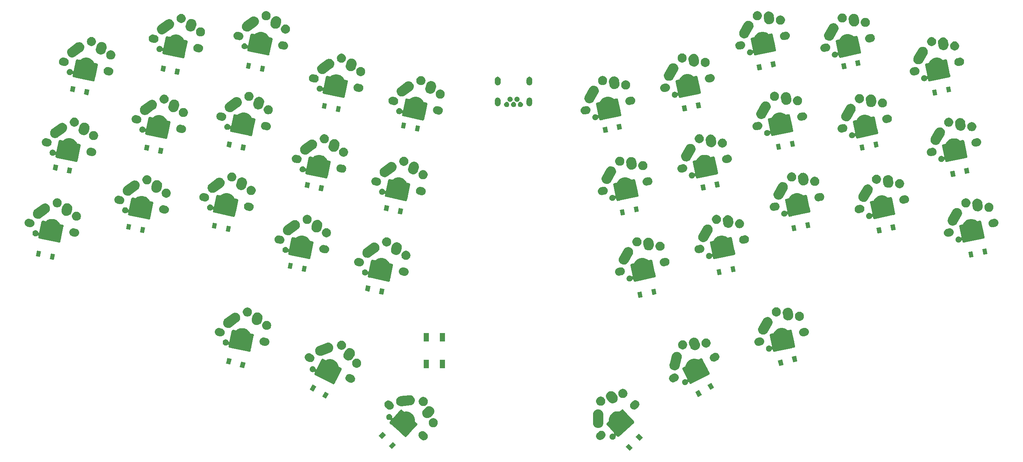
<source format=gbr>
G04 #@! TF.GenerationSoftware,KiCad,Pcbnew,5.1.5*
G04 #@! TF.CreationDate,2020-02-23T20:52:15-06:00*
G04 #@! TF.ProjectId,m'ergo,6d276572-676f-42e6-9b69-6361645f7063,rev?*
G04 #@! TF.SameCoordinates,Original*
G04 #@! TF.FileFunction,Soldermask,Bot*
G04 #@! TF.FilePolarity,Negative*
%FSLAX46Y46*%
G04 Gerber Fmt 4.6, Leading zero omitted, Abs format (unit mm)*
G04 Created by KiCad (PCBNEW 5.1.5) date 2020-02-23 20:52:15*
%MOMM*%
%LPD*%
G04 APERTURE LIST*
%ADD10C,0.100000*%
G04 APERTURE END LIST*
D10*
G36*
X168533861Y-119152792D02*
G01*
X167825340Y-119861313D01*
X166904687Y-118940660D01*
X167613208Y-118232139D01*
X168533861Y-119152792D01*
G37*
G36*
X113844313Y-118511660D02*
G01*
X112923660Y-119432313D01*
X112215139Y-118723792D01*
X113135792Y-117803139D01*
X113844313Y-118511660D01*
G37*
G36*
X170867313Y-116819340D02*
G01*
X170158792Y-117527861D01*
X169238139Y-116607208D01*
X169946660Y-115898687D01*
X170867313Y-116819340D01*
G37*
G36*
X120019788Y-115302915D02*
G01*
X120100686Y-115306623D01*
X120277773Y-115350366D01*
X120442919Y-115427814D01*
X120499766Y-115469687D01*
X120552983Y-115508886D01*
X120852887Y-115778921D01*
X120936425Y-115854139D01*
X121028557Y-115955125D01*
X121122846Y-116111276D01*
X121184857Y-116282813D01*
X121200589Y-116386533D01*
X121212212Y-116463156D01*
X121208972Y-116533813D01*
X121203858Y-116645369D01*
X121160115Y-116822456D01*
X121082667Y-116987602D01*
X120974489Y-117134465D01*
X120839734Y-117257406D01*
X120683587Y-117351692D01*
X120512047Y-117413704D01*
X120395317Y-117431410D01*
X120331704Y-117441059D01*
X120230389Y-117436413D01*
X120149491Y-117432705D01*
X119972405Y-117388962D01*
X119807259Y-117311514D01*
X119697198Y-117230444D01*
X119697195Y-117230442D01*
X119313754Y-116885190D01*
X119313753Y-116885189D01*
X119221621Y-116784203D01*
X119159432Y-116681212D01*
X119127334Y-116628055D01*
X119065321Y-116456514D01*
X119037966Y-116276171D01*
X119043046Y-116165374D01*
X119046320Y-116093959D01*
X119090063Y-115916872D01*
X119167511Y-115751726D01*
X119275689Y-115604862D01*
X119410442Y-115481924D01*
X119500054Y-115427814D01*
X119566590Y-115387637D01*
X119738131Y-115325624D01*
X119918474Y-115298269D01*
X120019788Y-115302915D01*
G37*
G36*
X161443139Y-115243918D02*
G01*
X161559869Y-115261624D01*
X161731409Y-115323636D01*
X161887556Y-115417922D01*
X162022311Y-115540863D01*
X162130489Y-115687726D01*
X162207937Y-115852872D01*
X162251680Y-116029959D01*
X162255407Y-116111272D01*
X162260034Y-116212172D01*
X162250326Y-116276171D01*
X162232679Y-116392515D01*
X162170668Y-116564052D01*
X162076379Y-116720203D01*
X162017991Y-116784202D01*
X161984246Y-116821190D01*
X161600805Y-117166442D01*
X161600802Y-117166444D01*
X161490741Y-117247514D01*
X161325595Y-117324962D01*
X161148508Y-117368705D01*
X161067610Y-117372413D01*
X160966296Y-117377059D01*
X160785953Y-117349704D01*
X160614412Y-117287691D01*
X160519603Y-117230442D01*
X160458264Y-117193404D01*
X160323511Y-117070466D01*
X160215333Y-116923602D01*
X160137885Y-116758456D01*
X160094142Y-116581369D01*
X160088723Y-116463156D01*
X160085788Y-116399157D01*
X160113143Y-116218814D01*
X160175156Y-116047273D01*
X160253895Y-115916874D01*
X160269443Y-115891125D01*
X160361575Y-115790139D01*
X160427160Y-115731086D01*
X160745017Y-115444886D01*
X160822739Y-115387637D01*
X160855081Y-115363814D01*
X161020227Y-115286366D01*
X161197313Y-115242623D01*
X161278211Y-115238915D01*
X161379526Y-115234269D01*
X161443139Y-115243918D01*
G37*
G36*
X166237353Y-110284326D02*
G01*
X166266664Y-110288772D01*
X166316589Y-110306821D01*
X166322427Y-110308931D01*
X166373179Y-110339577D01*
X166393829Y-110358417D01*
X166402049Y-110365916D01*
X166416982Y-110379540D01*
X166416983Y-110379542D01*
X166422153Y-110386560D01*
X166429896Y-110396058D01*
X168192120Y-112353206D01*
X168200759Y-112361901D01*
X168225433Y-112384412D01*
X168245241Y-112411304D01*
X168252987Y-112420806D01*
X168760316Y-112984252D01*
X168810776Y-113040293D01*
X168819420Y-113048994D01*
X168825855Y-113054865D01*
X168831019Y-113061875D01*
X168831021Y-113061878D01*
X168861017Y-113102600D01*
X168877091Y-113136877D01*
X168886191Y-113156281D01*
X168900410Y-113213843D01*
X168900410Y-113213845D01*
X168903125Y-113273074D01*
X168903124Y-113273078D01*
X168894234Y-113331693D01*
X168874075Y-113387458D01*
X168843429Y-113438210D01*
X168822175Y-113461506D01*
X168818788Y-113465219D01*
X168809341Y-113475573D01*
X168809334Y-113475580D01*
X168803466Y-113482012D01*
X168803049Y-113482319D01*
X168796450Y-113487180D01*
X168786951Y-113494924D01*
X168518144Y-113736959D01*
X168509465Y-113745581D01*
X168509362Y-113745694D01*
X168509241Y-113745783D01*
X168499753Y-113753518D01*
X165696832Y-116277278D01*
X165688136Y-116285917D01*
X165682258Y-116292360D01*
X165678394Y-116295206D01*
X165675240Y-116297529D01*
X165665734Y-116305279D01*
X165399568Y-116544936D01*
X165390878Y-116553569D01*
X165385000Y-116560012D01*
X165384998Y-116560014D01*
X165377984Y-116565180D01*
X165377982Y-116565182D01*
X165337261Y-116595177D01*
X165283580Y-116620351D01*
X165226019Y-116634570D01*
X165196403Y-116635927D01*
X165166789Y-116637285D01*
X165166787Y-116637285D01*
X165131859Y-116631987D01*
X165108168Y-116628394D01*
X165089142Y-116621516D01*
X165052404Y-116608235D01*
X165001652Y-116577589D01*
X164964287Y-116543500D01*
X164964284Y-116543497D01*
X164957850Y-116537627D01*
X164952685Y-116530615D01*
X164944935Y-116521108D01*
X164835130Y-116399157D01*
X164815794Y-116377682D01*
X164797692Y-116361167D01*
X164776716Y-116348501D01*
X164753671Y-116340170D01*
X164729444Y-116336495D01*
X164704966Y-116337618D01*
X164681177Y-116343494D01*
X164658991Y-116353898D01*
X164639262Y-116368430D01*
X164622746Y-116386533D01*
X164610080Y-116407509D01*
X164601749Y-116430554D01*
X164598074Y-116454781D01*
X164600305Y-116485708D01*
X164605430Y-116511474D01*
X164605430Y-116649563D01*
X164578492Y-116784992D01*
X164525648Y-116912568D01*
X164448935Y-117027378D01*
X164351289Y-117125024D01*
X164236479Y-117201737D01*
X164108903Y-117254581D01*
X163973474Y-117281519D01*
X163835386Y-117281519D01*
X163699957Y-117254581D01*
X163572381Y-117201737D01*
X163457571Y-117125024D01*
X163359925Y-117027378D01*
X163283212Y-116912568D01*
X163230368Y-116784992D01*
X163203430Y-116649563D01*
X163203430Y-116511475D01*
X163230368Y-116376046D01*
X163283212Y-116248470D01*
X163359925Y-116133660D01*
X163457571Y-116036014D01*
X163572381Y-115959301D01*
X163699957Y-115906457D01*
X163835386Y-115879519D01*
X163973475Y-115879519D01*
X164084081Y-115901519D01*
X164108467Y-115903921D01*
X164132853Y-115901519D01*
X164156302Y-115894406D01*
X164177913Y-115882854D01*
X164196854Y-115867309D01*
X164212399Y-115848367D01*
X164223950Y-115826756D01*
X164231063Y-115803307D01*
X164233465Y-115778921D01*
X164231063Y-115754535D01*
X164223950Y-115731086D01*
X164212398Y-115709475D01*
X164201358Y-115695281D01*
X164116036Y-115600521D01*
X162564065Y-113876882D01*
X162555421Y-113868181D01*
X162548979Y-113862304D01*
X162513815Y-113814565D01*
X162488641Y-113760884D01*
X162474422Y-113703323D01*
X162471707Y-113644091D01*
X162480598Y-113585474D01*
X162480598Y-113585472D01*
X162500251Y-113531109D01*
X162500757Y-113529709D01*
X162531403Y-113478957D01*
X162551688Y-113456723D01*
X162571367Y-113435153D01*
X162578386Y-113429983D01*
X162587884Y-113422240D01*
X162854059Y-113182575D01*
X162862750Y-113173941D01*
X162868624Y-113167502D01*
X162875647Y-113162329D01*
X162885144Y-113154586D01*
X163006744Y-113045097D01*
X163023257Y-113026997D01*
X163035923Y-113006020D01*
X163044254Y-112982976D01*
X163048100Y-112952207D01*
X163048100Y-112574594D01*
X163126684Y-112179526D01*
X163254323Y-111871378D01*
X163280833Y-111807377D01*
X163504623Y-111472452D01*
X163789452Y-111187623D01*
X164124377Y-110963833D01*
X164329458Y-110878886D01*
X164496526Y-110809684D01*
X164891594Y-110731100D01*
X165294406Y-110731100D01*
X165464160Y-110764866D01*
X165488546Y-110767268D01*
X165512932Y-110764866D01*
X165536381Y-110757753D01*
X165557992Y-110746202D01*
X165572186Y-110735162D01*
X165675379Y-110642247D01*
X165684081Y-110633602D01*
X165695727Y-110620837D01*
X165695728Y-110620836D01*
X165709645Y-110610585D01*
X165719139Y-110602845D01*
X165975263Y-110372230D01*
X165983962Y-110363588D01*
X165989835Y-110357151D01*
X165996845Y-110351987D01*
X165996848Y-110351985D01*
X166037569Y-110321990D01*
X166091249Y-110296816D01*
X166091251Y-110296815D01*
X166148813Y-110282596D01*
X166208043Y-110279881D01*
X166208045Y-110279881D01*
X166237353Y-110284326D01*
G37*
G36*
X111510861Y-116178208D02*
G01*
X110590208Y-117098861D01*
X109881687Y-116390340D01*
X110802340Y-115469687D01*
X111510861Y-116178208D01*
G37*
G36*
X115097277Y-110325164D02*
G01*
X115126893Y-110326522D01*
X115184454Y-110340741D01*
X115238135Y-110365915D01*
X115270038Y-110389415D01*
X115279570Y-110396437D01*
X115285874Y-110401080D01*
X115291752Y-110407523D01*
X115300442Y-110416156D01*
X115566616Y-110655820D01*
X115576119Y-110663567D01*
X115583131Y-110668732D01*
X115588418Y-110674527D01*
X115589000Y-110675165D01*
X115597701Y-110683809D01*
X115721989Y-110795718D01*
X115725812Y-110799161D01*
X115745542Y-110813694D01*
X115767727Y-110824098D01*
X115791516Y-110829974D01*
X115815995Y-110831097D01*
X115833839Y-110828866D01*
X116003594Y-110795100D01*
X116406406Y-110795100D01*
X116801474Y-110873684D01*
X116954093Y-110936901D01*
X117173623Y-111027833D01*
X117508548Y-111251623D01*
X117793377Y-111536452D01*
X118017167Y-111871377D01*
X118017167Y-111871378D01*
X118171316Y-112243526D01*
X118249900Y-112638594D01*
X118249900Y-113016206D01*
X118252302Y-113040592D01*
X118259415Y-113064041D01*
X118270966Y-113085652D01*
X118291256Y-113109096D01*
X118387950Y-113196159D01*
X118397449Y-113203903D01*
X118411359Y-113214149D01*
X118423002Y-113226911D01*
X118431700Y-113235552D01*
X118687836Y-113466178D01*
X118697331Y-113473919D01*
X118704340Y-113479081D01*
X118710204Y-113485509D01*
X118710224Y-113485529D01*
X118714349Y-113490050D01*
X118714351Y-113490052D01*
X118716047Y-113491911D01*
X118744303Y-113522882D01*
X118774949Y-113573634D01*
X118774950Y-113573637D01*
X118782809Y-113595376D01*
X118795107Y-113629398D01*
X118800250Y-113663299D01*
X118803999Y-113688018D01*
X118803999Y-113688020D01*
X118801284Y-113747250D01*
X118787065Y-113804812D01*
X118787063Y-113804816D01*
X118761891Y-113858493D01*
X118731899Y-113899209D01*
X118731884Y-113899227D01*
X118726725Y-113906231D01*
X118720298Y-113912095D01*
X118711655Y-113920795D01*
X117504366Y-115261625D01*
X116970864Y-115854139D01*
X116949422Y-115877952D01*
X116941675Y-115887455D01*
X116921871Y-115914340D01*
X116921868Y-115914343D01*
X116897209Y-115936840D01*
X116888572Y-115945532D01*
X116335180Y-116560137D01*
X116330774Y-116565030D01*
X116323024Y-116574536D01*
X116317856Y-116581552D01*
X116317853Y-116581555D01*
X116311421Y-116587424D01*
X116311416Y-116587428D01*
X116274053Y-116621516D01*
X116223301Y-116652162D01*
X116223298Y-116652163D01*
X116167538Y-116672321D01*
X116138227Y-116676767D01*
X116108919Y-116681212D01*
X116108917Y-116681212D01*
X116079303Y-116679855D01*
X116049687Y-116678497D01*
X115992126Y-116664278D01*
X115938448Y-116639105D01*
X115938443Y-116639101D01*
X115902664Y-116612747D01*
X115890703Y-116603937D01*
X115884829Y-116597498D01*
X115876130Y-116588856D01*
X115665445Y-116399154D01*
X115607347Y-116346843D01*
X115597842Y-116339094D01*
X115597726Y-116339009D01*
X115597627Y-116338900D01*
X115588928Y-116330258D01*
X114989064Y-115790138D01*
X112786017Y-113806505D01*
X112776519Y-113798762D01*
X112769497Y-113793590D01*
X112763609Y-113787136D01*
X112754933Y-113778517D01*
X112488758Y-113538852D01*
X112479260Y-113531109D01*
X112472241Y-113525939D01*
X112432277Y-113482135D01*
X112401631Y-113431383D01*
X112391921Y-113404523D01*
X112381472Y-113375620D01*
X112374810Y-113331694D01*
X112372581Y-113317001D01*
X112372746Y-113313412D01*
X112374594Y-113273078D01*
X112375296Y-113257769D01*
X112389515Y-113200208D01*
X112414688Y-113146530D01*
X112415685Y-113145176D01*
X112415687Y-113145174D01*
X112419799Y-113139592D01*
X112441045Y-113110747D01*
X112441046Y-113110746D01*
X112449854Y-113098788D01*
X112449856Y-113098785D01*
X112456295Y-113092911D01*
X112464940Y-113084209D01*
X112504482Y-113040293D01*
X112594016Y-112940856D01*
X112608547Y-112921128D01*
X112618951Y-112898943D01*
X112624827Y-112875154D01*
X112625950Y-112850675D01*
X112622275Y-112826448D01*
X112613944Y-112803404D01*
X112601278Y-112782427D01*
X112584763Y-112764325D01*
X112565033Y-112749792D01*
X112542848Y-112739388D01*
X112519059Y-112733512D01*
X112494580Y-112732389D01*
X112476736Y-112734620D01*
X112366127Y-112756621D01*
X112228039Y-112756621D01*
X112092610Y-112729683D01*
X111965034Y-112676839D01*
X111850224Y-112600126D01*
X111752578Y-112502480D01*
X111675865Y-112387670D01*
X111623021Y-112260094D01*
X111596083Y-112124665D01*
X111596083Y-111986577D01*
X111623021Y-111851148D01*
X111675865Y-111723572D01*
X111752578Y-111608762D01*
X111850224Y-111511116D01*
X111965034Y-111434403D01*
X112092610Y-111381559D01*
X112228039Y-111354621D01*
X112366127Y-111354621D01*
X112501556Y-111381559D01*
X112629132Y-111434403D01*
X112743942Y-111511116D01*
X112841588Y-111608762D01*
X112918301Y-111723572D01*
X112971145Y-111851148D01*
X112998083Y-111986577D01*
X112998083Y-112124663D01*
X112992957Y-112150433D01*
X112990555Y-112174819D01*
X112992957Y-112199206D01*
X113000070Y-112222655D01*
X113011621Y-112244265D01*
X113027166Y-112263207D01*
X113046108Y-112278753D01*
X113067718Y-112290304D01*
X113091167Y-112297417D01*
X113115553Y-112299819D01*
X113139940Y-112297417D01*
X113163389Y-112290304D01*
X113184999Y-112278753D01*
X113208446Y-112258461D01*
X114845808Y-110439985D01*
X114853559Y-110430477D01*
X114858724Y-110423465D01*
X114865158Y-110417595D01*
X114865161Y-110417592D01*
X114902526Y-110383503D01*
X114953278Y-110352857D01*
X115009042Y-110332698D01*
X115032733Y-110329105D01*
X115067661Y-110323807D01*
X115067663Y-110323807D01*
X115097277Y-110325164D01*
G37*
G36*
X160586679Y-110290376D02*
G01*
X160787487Y-110309800D01*
X160787490Y-110309801D01*
X160787491Y-110309801D01*
X161009285Y-110376659D01*
X161213774Y-110485502D01*
X161364052Y-110608393D01*
X161379270Y-110620837D01*
X161393100Y-110632147D01*
X161540370Y-110810959D01*
X161649926Y-111015068D01*
X161717558Y-111236627D01*
X161734876Y-111409362D01*
X161738502Y-113486457D01*
X161730018Y-113574162D01*
X161721788Y-113659248D01*
X161721787Y-113659251D01*
X161654929Y-113881045D01*
X161546086Y-114085534D01*
X161399441Y-114264860D01*
X161220629Y-114412130D01*
X161016520Y-114521686D01*
X160794961Y-114589318D01*
X160622089Y-114606650D01*
X160564466Y-114612427D01*
X160564465Y-114612427D01*
X160533044Y-114609388D01*
X160333895Y-114590124D01*
X160333892Y-114590123D01*
X160333891Y-114590123D01*
X160112097Y-114523265D01*
X159907608Y-114414422D01*
X159728282Y-114267777D01*
X159581012Y-114088965D01*
X159471456Y-113884857D01*
X159403824Y-113663297D01*
X159386506Y-113490562D01*
X159382880Y-111413467D01*
X159394211Y-111296336D01*
X159399594Y-111240677D01*
X159400815Y-111236625D01*
X159466453Y-111018879D01*
X159575296Y-110814390D01*
X159721941Y-110635064D01*
X159900753Y-110487794D01*
X160098356Y-110381730D01*
X160104860Y-110378239D01*
X160104862Y-110378238D01*
X160326421Y-110310606D01*
X160528201Y-110290376D01*
X160556916Y-110287497D01*
X160556917Y-110287497D01*
X160586679Y-110290376D01*
G37*
G36*
X122769984Y-112351092D02*
G01*
X122961253Y-112430318D01*
X122961255Y-112430319D01*
X123133393Y-112545338D01*
X123279785Y-112691730D01*
X123385989Y-112850675D01*
X123394805Y-112863870D01*
X123474031Y-113055139D01*
X123514420Y-113258187D01*
X123514420Y-113465219D01*
X123474031Y-113668267D01*
X123398612Y-113850345D01*
X123394804Y-113859538D01*
X123279785Y-114031676D01*
X123133393Y-114178068D01*
X122961255Y-114293087D01*
X122961254Y-114293088D01*
X122961253Y-114293088D01*
X122769984Y-114372314D01*
X122566936Y-114412703D01*
X122359904Y-114412703D01*
X122156856Y-114372314D01*
X121965587Y-114293088D01*
X121965586Y-114293088D01*
X121965585Y-114293087D01*
X121793447Y-114178068D01*
X121647055Y-114031676D01*
X121532036Y-113859538D01*
X121528228Y-113850345D01*
X121452809Y-113668267D01*
X121412420Y-113465219D01*
X121412420Y-113258187D01*
X121452809Y-113055139D01*
X121532035Y-112863870D01*
X121540852Y-112850675D01*
X121647055Y-112691730D01*
X121793447Y-112545338D01*
X121965585Y-112430319D01*
X121965587Y-112430318D01*
X122156856Y-112351092D01*
X122359904Y-112310703D01*
X122566936Y-112310703D01*
X122769984Y-112351092D01*
G37*
G36*
X121572097Y-109543530D02*
G01*
X121784186Y-109567788D01*
X122004780Y-109638507D01*
X122207338Y-109750902D01*
X122384077Y-109900655D01*
X122471880Y-110011138D01*
X122528205Y-110082011D01*
X122541121Y-110107116D01*
X122634181Y-110287999D01*
X122697936Y-110510705D01*
X122717019Y-110741569D01*
X122690695Y-110971720D01*
X122619976Y-111192313D01*
X122507581Y-111394871D01*
X122416822Y-111501985D01*
X122395351Y-111527325D01*
X121894886Y-112012310D01*
X121758970Y-112120326D01*
X121675767Y-112163132D01*
X121552982Y-112226303D01*
X121330276Y-112290058D01*
X121099413Y-112309140D01*
X121099412Y-112309140D01*
X121077989Y-112306690D01*
X120869262Y-112282816D01*
X120648668Y-112212097D01*
X120446110Y-112099702D01*
X120269371Y-111949949D01*
X120125244Y-111768594D01*
X120019266Y-111562605D01*
X119955511Y-111339899D01*
X119936429Y-111109036D01*
X119962753Y-110878885D01*
X120033472Y-110658291D01*
X120145867Y-110455733D01*
X120244288Y-110339577D01*
X120258097Y-110323279D01*
X120758562Y-109838294D01*
X120894477Y-109730278D01*
X121072856Y-109638507D01*
X121100466Y-109624302D01*
X121323171Y-109560547D01*
X121554035Y-109541464D01*
X121554036Y-109541464D01*
X121572097Y-109543530D01*
G37*
G36*
X112179610Y-108243587D02*
G01*
X112260508Y-108247295D01*
X112437595Y-108291038D01*
X112602741Y-108368486D01*
X112676201Y-108422596D01*
X112712805Y-108449558D01*
X113052086Y-108755048D01*
X113096247Y-108794811D01*
X113188379Y-108895797D01*
X113282668Y-109051948D01*
X113344679Y-109223485D01*
X113352009Y-109271811D01*
X113372034Y-109403828D01*
X113367490Y-109502922D01*
X113363680Y-109586041D01*
X113319937Y-109763128D01*
X113242489Y-109928274D01*
X113134311Y-110075137D01*
X112999556Y-110198078D01*
X112843409Y-110292364D01*
X112671869Y-110354376D01*
X112555139Y-110372082D01*
X112491526Y-110381731D01*
X112390211Y-110377085D01*
X112309313Y-110373377D01*
X112132227Y-110329634D01*
X111967081Y-110252186D01*
X111857020Y-110171116D01*
X111857017Y-110171114D01*
X111473576Y-109825862D01*
X111473575Y-109825861D01*
X111381443Y-109724875D01*
X111341216Y-109658255D01*
X111287156Y-109568727D01*
X111225143Y-109397186D01*
X111197788Y-109216843D01*
X111203080Y-109101428D01*
X111206142Y-109034631D01*
X111249885Y-108857544D01*
X111327333Y-108692398D01*
X111435511Y-108545534D01*
X111570264Y-108422596D01*
X111659876Y-108368486D01*
X111726412Y-108328309D01*
X111897953Y-108266296D01*
X112078296Y-108238941D01*
X112179610Y-108243587D01*
G37*
G36*
X169283317Y-108184590D02*
G01*
X169400047Y-108202296D01*
X169571587Y-108264308D01*
X169727734Y-108358594D01*
X169862489Y-108481535D01*
X169970667Y-108628398D01*
X170048115Y-108793544D01*
X170091858Y-108970631D01*
X170094792Y-109034629D01*
X170100212Y-109152844D01*
X170099204Y-109159486D01*
X170072857Y-109333187D01*
X170010846Y-109504724D01*
X169916557Y-109660875D01*
X169858169Y-109724874D01*
X169824424Y-109761862D01*
X169440983Y-110107114D01*
X169440980Y-110107116D01*
X169330919Y-110188186D01*
X169165773Y-110265634D01*
X168988686Y-110309377D01*
X168907788Y-110313085D01*
X168806474Y-110317731D01*
X168626131Y-110290376D01*
X168454590Y-110228363D01*
X168359781Y-110171114D01*
X168298442Y-110134076D01*
X168163689Y-110011138D01*
X168055511Y-109864274D01*
X167978063Y-109699128D01*
X167934320Y-109522041D01*
X167928901Y-109403828D01*
X167925966Y-109339829D01*
X167953321Y-109159486D01*
X168015334Y-108987945D01*
X168074941Y-108889231D01*
X168109621Y-108831797D01*
X168201753Y-108730811D01*
X168338705Y-108607499D01*
X168585195Y-108385558D01*
X168662917Y-108328309D01*
X168695259Y-108304486D01*
X168860405Y-108227038D01*
X169037491Y-108183295D01*
X169118389Y-108179587D01*
X169219704Y-108174941D01*
X169283317Y-108184590D01*
G37*
G36*
X117364362Y-107060607D02*
G01*
X117579108Y-107147479D01*
X117772779Y-107274577D01*
X117937934Y-107437016D01*
X118068225Y-107628554D01*
X118158645Y-107841830D01*
X118205720Y-108068648D01*
X118207641Y-108300291D01*
X118164333Y-108527858D01*
X118077460Y-108742604D01*
X118064725Y-108762010D01*
X117950364Y-108936275D01*
X117836597Y-109051944D01*
X117787924Y-109101430D01*
X117596386Y-109231721D01*
X117383110Y-109322142D01*
X117213131Y-109357420D01*
X117213126Y-109357421D01*
X117213119Y-109357422D01*
X115147806Y-109578139D01*
X115147803Y-109578139D01*
X115147794Y-109578140D01*
X114974200Y-109579579D01*
X114746632Y-109536271D01*
X114531886Y-109449399D01*
X114338214Y-109322301D01*
X114173060Y-109159862D01*
X114042769Y-108968324D01*
X113952348Y-108755048D01*
X113905273Y-108528230D01*
X113903353Y-108296588D01*
X113946661Y-108069020D01*
X114033533Y-107854274D01*
X114160631Y-107660602D01*
X114323070Y-107495448D01*
X114514608Y-107365157D01*
X114727884Y-107274736D01*
X114897863Y-107239458D01*
X115758516Y-107147481D01*
X116963187Y-107018739D01*
X116963190Y-107018739D01*
X116963199Y-107018738D01*
X117136794Y-107017299D01*
X117364362Y-107060607D01*
G37*
G36*
X120459435Y-107444835D02*
G01*
X120650704Y-107524061D01*
X120650706Y-107524062D01*
X120822844Y-107639081D01*
X120969236Y-107785473D01*
X121068223Y-107933617D01*
X121084256Y-107957613D01*
X121163482Y-108148882D01*
X121203871Y-108351930D01*
X121203871Y-108558962D01*
X121163482Y-108762010D01*
X121108065Y-108895798D01*
X121084255Y-108953281D01*
X120969236Y-109125419D01*
X120822844Y-109271811D01*
X120650706Y-109386830D01*
X120650705Y-109386831D01*
X120650704Y-109386831D01*
X120459435Y-109466057D01*
X120256387Y-109506446D01*
X120049355Y-109506446D01*
X119846307Y-109466057D01*
X119655038Y-109386831D01*
X119655037Y-109386831D01*
X119655036Y-109386830D01*
X119482898Y-109271811D01*
X119336506Y-109125419D01*
X119221487Y-108953281D01*
X119197677Y-108895798D01*
X119142260Y-108762010D01*
X119101871Y-108558962D01*
X119101871Y-108351930D01*
X119142260Y-108148882D01*
X119221486Y-107957613D01*
X119237520Y-107933617D01*
X119336506Y-107785473D01*
X119482898Y-107639081D01*
X119655036Y-107524062D01*
X119655038Y-107524061D01*
X119846307Y-107444835D01*
X120049355Y-107404446D01*
X120256387Y-107404446D01*
X120459435Y-107444835D01*
G37*
G36*
X161451693Y-107380835D02*
G01*
X161606205Y-107444836D01*
X161642964Y-107460062D01*
X161815102Y-107575081D01*
X161961494Y-107721473D01*
X162041913Y-107841828D01*
X162076514Y-107893613D01*
X162155740Y-108084882D01*
X162196129Y-108287930D01*
X162196129Y-108494962D01*
X162155740Y-108698010D01*
X162093155Y-108849104D01*
X162076513Y-108889281D01*
X161961494Y-109061419D01*
X161815102Y-109207811D01*
X161642964Y-109322830D01*
X161642963Y-109322831D01*
X161642962Y-109322831D01*
X161451693Y-109402057D01*
X161248645Y-109442446D01*
X161041613Y-109442446D01*
X160838565Y-109402057D01*
X160647296Y-109322831D01*
X160647295Y-109322831D01*
X160647294Y-109322830D01*
X160475156Y-109207811D01*
X160328764Y-109061419D01*
X160213745Y-108889281D01*
X160197103Y-108849104D01*
X160134518Y-108698010D01*
X160094129Y-108494962D01*
X160094129Y-108287930D01*
X160134518Y-108084882D01*
X160213744Y-107893613D01*
X160248346Y-107841828D01*
X160328764Y-107721473D01*
X160475156Y-107575081D01*
X160647294Y-107460062D01*
X160684053Y-107444836D01*
X160838565Y-107380835D01*
X161041613Y-107340446D01*
X161248645Y-107340446D01*
X161451693Y-107380835D01*
G37*
G36*
X163686753Y-106080309D02*
G01*
X163912891Y-106130546D01*
X164124884Y-106223935D01*
X164314585Y-106356887D01*
X164434578Y-106482343D01*
X164434581Y-106482347D01*
X164434584Y-106482350D01*
X164435599Y-106483645D01*
X164864604Y-107030772D01*
X164957816Y-107177227D01*
X165041681Y-107393163D01*
X165081808Y-107621314D01*
X165076654Y-107852908D01*
X165026417Y-108079046D01*
X164933028Y-108291039D01*
X164800076Y-108480740D01*
X164632669Y-108640857D01*
X164437242Y-108765239D01*
X164221305Y-108849104D01*
X163993154Y-108889231D01*
X163761560Y-108884077D01*
X163535423Y-108833840D01*
X163323430Y-108740451D01*
X163133729Y-108607499D01*
X163013736Y-108482043D01*
X163013733Y-108482039D01*
X163013730Y-108482036D01*
X162702320Y-108084882D01*
X162583710Y-107933614D01*
X162490498Y-107787159D01*
X162406633Y-107571222D01*
X162366506Y-107343071D01*
X162371660Y-107111478D01*
X162421897Y-106885340D01*
X162515286Y-106673347D01*
X162648238Y-106483646D01*
X162815645Y-106323529D01*
X163011072Y-106199147D01*
X163227009Y-106115282D01*
X163455160Y-106075155D01*
X163686753Y-106080309D01*
G37*
G36*
X98327321Y-106683717D02*
G01*
X97676321Y-107811283D01*
X96808563Y-107310283D01*
X97459563Y-106182717D01*
X98327321Y-106683717D01*
G37*
G36*
X166572592Y-105595786D02*
G01*
X166763861Y-105675012D01*
X166763863Y-105675013D01*
X166921411Y-105780283D01*
X166936001Y-105790032D01*
X167082393Y-105936424D01*
X167197413Y-106108564D01*
X167276639Y-106299833D01*
X167317028Y-106502881D01*
X167317028Y-106709913D01*
X167276639Y-106912961D01*
X167232824Y-107018739D01*
X167197412Y-107104232D01*
X167082393Y-107276370D01*
X166936001Y-107422762D01*
X166763863Y-107537781D01*
X166763862Y-107537782D01*
X166763861Y-107537782D01*
X166572592Y-107617008D01*
X166369544Y-107657397D01*
X166162512Y-107657397D01*
X165959464Y-107617008D01*
X165768195Y-107537782D01*
X165768194Y-107537782D01*
X165768193Y-107537781D01*
X165596055Y-107422762D01*
X165449663Y-107276370D01*
X165334644Y-107104232D01*
X165299232Y-107018739D01*
X165255417Y-106912961D01*
X165215028Y-106709913D01*
X165215028Y-106502881D01*
X165255417Y-106299833D01*
X165334643Y-106108564D01*
X165449663Y-105936424D01*
X165596055Y-105790032D01*
X165610645Y-105780283D01*
X165768193Y-105675013D01*
X165768195Y-105675012D01*
X165959464Y-105595786D01*
X166162512Y-105555397D01*
X166369544Y-105555397D01*
X166572592Y-105595786D01*
G37*
G36*
X184496437Y-106929283D02*
G01*
X183628679Y-107430283D01*
X182977679Y-106302717D01*
X183845437Y-105801717D01*
X184496437Y-106929283D01*
G37*
G36*
X95469437Y-105033717D02*
G01*
X94818437Y-106161283D01*
X93950679Y-105660283D01*
X94601679Y-104532717D01*
X95469437Y-105033717D01*
G37*
G36*
X187354321Y-105279283D02*
G01*
X186486563Y-105780283D01*
X185835563Y-104652717D01*
X186703321Y-104151717D01*
X187354321Y-105279283D01*
G37*
G36*
X184427178Y-98490822D02*
G01*
X184485092Y-98503528D01*
X184539414Y-98527289D01*
X184568896Y-98547837D01*
X184588059Y-98561193D01*
X184629151Y-98603931D01*
X184661118Y-98653869D01*
X184664297Y-98661991D01*
X184669322Y-98673178D01*
X184909838Y-99145216D01*
X185864941Y-101019711D01*
X185871039Y-101030354D01*
X185889049Y-101058489D01*
X185901224Y-101089596D01*
X185906246Y-101100777D01*
X186210774Y-101698446D01*
X186284687Y-101843509D01*
X186290785Y-101854152D01*
X186295484Y-101861493D01*
X186298660Y-101869607D01*
X186298661Y-101869609D01*
X186317094Y-101916706D01*
X186327517Y-101975073D01*
X186326354Y-102034354D01*
X186321089Y-102058347D01*
X186313647Y-102092270D01*
X186289886Y-102146592D01*
X186285210Y-102153301D01*
X186255983Y-102195236D01*
X186213243Y-102236329D01*
X186180718Y-102257150D01*
X186163306Y-102268296D01*
X186155191Y-102271472D01*
X186144012Y-102276493D01*
X185821727Y-102440705D01*
X185811094Y-102446798D01*
X185810982Y-102446870D01*
X185810977Y-102446872D01*
X185810850Y-102446922D01*
X185799683Y-102451937D01*
X183764366Y-103488982D01*
X182439066Y-104164256D01*
X182428423Y-104170354D01*
X182421077Y-104175056D01*
X182412963Y-104178232D01*
X182401772Y-104183258D01*
X182082660Y-104345854D01*
X182072017Y-104351952D01*
X182064676Y-104356651D01*
X182056562Y-104359827D01*
X182056560Y-104359828D01*
X182009462Y-104378262D01*
X181976720Y-104384109D01*
X181951094Y-104388685D01*
X181891813Y-104387521D01*
X181833900Y-104374814D01*
X181779577Y-104351053D01*
X181779574Y-104351051D01*
X181730934Y-104317151D01*
X181689841Y-104274411D01*
X181662577Y-104231821D01*
X181662568Y-104231805D01*
X181657874Y-104224473D01*
X181657872Y-104224469D01*
X181654699Y-104216363D01*
X181649674Y-104205175D01*
X181563143Y-104035348D01*
X181549932Y-104014710D01*
X181532948Y-103997046D01*
X181512845Y-103983035D01*
X181490395Y-103973215D01*
X181466460Y-103967963D01*
X181441961Y-103967482D01*
X181417838Y-103971790D01*
X181395020Y-103980721D01*
X181374382Y-103993932D01*
X181356718Y-104010916D01*
X181342707Y-104031019D01*
X181332887Y-104053469D01*
X181329171Y-104067711D01*
X181303309Y-104197732D01*
X181250465Y-104325308D01*
X181173752Y-104440118D01*
X181076106Y-104537764D01*
X180961296Y-104614477D01*
X180833720Y-104667321D01*
X180698291Y-104694259D01*
X180560203Y-104694259D01*
X180424774Y-104667321D01*
X180297198Y-104614477D01*
X180182388Y-104537764D01*
X180084742Y-104440118D01*
X180008029Y-104325308D01*
X179955185Y-104197732D01*
X179928247Y-104062303D01*
X179928247Y-103924215D01*
X179955185Y-103788786D01*
X180008029Y-103661210D01*
X180084742Y-103546400D01*
X180182388Y-103448754D01*
X180297198Y-103372041D01*
X180424774Y-103319197D01*
X180560203Y-103292259D01*
X180698291Y-103292259D01*
X180833720Y-103319197D01*
X180961293Y-103372040D01*
X180961295Y-103372041D01*
X180963089Y-103373240D01*
X180963092Y-103373242D01*
X180984703Y-103384793D01*
X181008152Y-103391905D01*
X181032538Y-103394307D01*
X181056924Y-103391905D01*
X181080373Y-103384791D01*
X181101984Y-103373240D01*
X181120926Y-103357695D01*
X181136471Y-103338753D01*
X181148022Y-103317142D01*
X181155134Y-103293693D01*
X181157536Y-103269307D01*
X181155134Y-103244921D01*
X181143912Y-103212560D01*
X180034304Y-101034831D01*
X180028205Y-101024187D01*
X180023508Y-101016849D01*
X180001897Y-100961635D01*
X179991475Y-100903270D01*
X179992639Y-100843987D01*
X180005345Y-100786073D01*
X180029106Y-100731751D01*
X180046757Y-100706426D01*
X180063009Y-100683107D01*
X180105749Y-100642014D01*
X180128328Y-100627560D01*
X180155685Y-100610047D01*
X180163808Y-100606868D01*
X180174997Y-100601842D01*
X180179762Y-100599414D01*
X180494107Y-100439247D01*
X180504748Y-100433150D01*
X180512090Y-100428450D01*
X180520205Y-100425274D01*
X180531381Y-100420255D01*
X180684989Y-100341988D01*
X180705623Y-100328779D01*
X180723287Y-100311795D01*
X180737298Y-100291692D01*
X180747118Y-100269242D01*
X180750834Y-100255001D01*
X180795684Y-100029526D01*
X180949833Y-99657378D01*
X180949833Y-99657377D01*
X181173623Y-99322452D01*
X181458452Y-99037623D01*
X181793377Y-98813833D01*
X181973980Y-98739025D01*
X182165526Y-98659684D01*
X182560594Y-98581100D01*
X182963406Y-98581100D01*
X183358474Y-98659684D01*
X183651756Y-98781165D01*
X183675205Y-98788278D01*
X183699591Y-98790680D01*
X183723977Y-98788278D01*
X183756339Y-98777056D01*
X183876784Y-98715687D01*
X183887429Y-98709587D01*
X183901985Y-98700269D01*
X183901986Y-98700269D01*
X183901987Y-98700268D01*
X183908505Y-98697717D01*
X183918086Y-98693967D01*
X183929275Y-98688941D01*
X184236338Y-98532485D01*
X184246979Y-98526388D01*
X184254316Y-98521691D01*
X184262427Y-98518517D01*
X184262441Y-98518510D01*
X184309527Y-98500081D01*
X184367895Y-98489658D01*
X184367898Y-98489658D01*
X184427178Y-98490822D01*
G37*
G36*
X96990197Y-98590613D02*
G01*
X97022939Y-98596460D01*
X97078153Y-98618071D01*
X97085494Y-98622770D01*
X97096137Y-98628868D01*
X97415249Y-98791464D01*
X97426440Y-98796490D01*
X97434554Y-98799666D01*
X97441900Y-98804368D01*
X97452543Y-98810466D01*
X97602861Y-98887057D01*
X97625679Y-98895988D01*
X97649802Y-98900296D01*
X97674301Y-98899815D01*
X97707440Y-98891167D01*
X97863001Y-98826732D01*
X98000726Y-98769684D01*
X98395794Y-98691100D01*
X98798606Y-98691100D01*
X99193674Y-98769684D01*
X99343234Y-98831634D01*
X99565823Y-98923833D01*
X99900748Y-99147623D01*
X100185577Y-99432452D01*
X100409367Y-99767377D01*
X100409367Y-99767378D01*
X100563516Y-100139526D01*
X100608366Y-100365000D01*
X100615479Y-100388449D01*
X100627030Y-100410060D01*
X100642575Y-100429002D01*
X100661517Y-100444547D01*
X100674206Y-100451985D01*
X100797957Y-100515038D01*
X100809129Y-100520056D01*
X100817957Y-100523512D01*
X100825217Y-100526353D01*
X100825218Y-100526354D01*
X100825219Y-100526354D01*
X100839772Y-100535669D01*
X100850400Y-100541760D01*
X101157502Y-100698236D01*
X101168668Y-100703250D01*
X101176782Y-100706426D01*
X101189288Y-100714431D01*
X101189293Y-100714434D01*
X101200598Y-100721671D01*
X101226722Y-100738394D01*
X101269460Y-100779486D01*
X101273525Y-100785319D01*
X101303364Y-100828131D01*
X101327125Y-100882453D01*
X101331691Y-100903267D01*
X101339832Y-100940368D01*
X101340995Y-100999649D01*
X101330572Y-101058016D01*
X101312146Y-101105094D01*
X101312134Y-101105122D01*
X101308959Y-101113235D01*
X101304266Y-101120566D01*
X101298169Y-101131206D01*
X100869913Y-101971705D01*
X100102537Y-103477765D01*
X100097516Y-103488944D01*
X100085344Y-103520045D01*
X100067337Y-103548173D01*
X100061246Y-103558802D01*
X99682801Y-104301542D01*
X99677775Y-104312731D01*
X99674596Y-104320853D01*
X99642629Y-104370791D01*
X99616056Y-104398428D01*
X99616054Y-104398430D01*
X99601536Y-104413530D01*
X99575518Y-104431663D01*
X99552892Y-104447433D01*
X99498570Y-104471194D01*
X99440656Y-104483900D01*
X99381376Y-104485064D01*
X99381373Y-104485064D01*
X99323005Y-104474641D01*
X99275919Y-104456212D01*
X99275905Y-104456205D01*
X99267794Y-104453031D01*
X99260457Y-104448334D01*
X99249816Y-104442237D01*
X98927557Y-104278038D01*
X98916366Y-104273012D01*
X98916232Y-104272959D01*
X98916227Y-104272957D01*
X98916098Y-104272874D01*
X98905457Y-104266777D01*
X95544877Y-102554476D01*
X95533688Y-102549450D01*
X95525566Y-102546271D01*
X95518219Y-102541568D01*
X95507578Y-102535471D01*
X95188460Y-102372873D01*
X95177286Y-102367854D01*
X95169163Y-102364675D01*
X95169161Y-102364674D01*
X95119226Y-102332708D01*
X95076486Y-102291615D01*
X95054653Y-102260288D01*
X95042583Y-102242971D01*
X95018822Y-102188649D01*
X95006116Y-102130735D01*
X95004952Y-102071455D01*
X95004952Y-102071452D01*
X95015374Y-102013087D01*
X95033801Y-101966008D01*
X95033813Y-101965980D01*
X95036986Y-101957873D01*
X95041680Y-101950540D01*
X95047777Y-101939899D01*
X95134095Y-101770492D01*
X95143026Y-101747673D01*
X95147334Y-101723551D01*
X95146853Y-101699051D01*
X95141601Y-101675117D01*
X95131781Y-101652666D01*
X95117770Y-101632563D01*
X95100107Y-101615579D01*
X95079469Y-101602368D01*
X95056650Y-101593437D01*
X95032528Y-101589129D01*
X95008028Y-101589610D01*
X94984094Y-101594862D01*
X94953277Y-101609808D01*
X94951478Y-101611010D01*
X94951477Y-101611011D01*
X94951476Y-101611011D01*
X94823903Y-101663854D01*
X94688474Y-101690792D01*
X94550386Y-101690792D01*
X94414957Y-101663854D01*
X94287381Y-101611010D01*
X94172571Y-101534297D01*
X94074925Y-101436651D01*
X93998212Y-101321841D01*
X93945368Y-101194265D01*
X93918430Y-101058836D01*
X93918430Y-100920748D01*
X93945368Y-100785319D01*
X93998212Y-100657743D01*
X94074925Y-100542933D01*
X94172571Y-100445287D01*
X94287381Y-100368574D01*
X94414957Y-100315730D01*
X94550386Y-100288792D01*
X94688474Y-100288792D01*
X94823903Y-100315730D01*
X94951479Y-100368574D01*
X95066289Y-100445287D01*
X95163935Y-100542933D01*
X95240648Y-100657743D01*
X95293492Y-100785319D01*
X95319354Y-100915339D01*
X95326467Y-100938788D01*
X95338018Y-100960399D01*
X95353563Y-100979341D01*
X95372505Y-100994886D01*
X95394115Y-101006438D01*
X95417564Y-101013551D01*
X95441950Y-101015953D01*
X95466336Y-101013551D01*
X95489785Y-101006438D01*
X95511396Y-100994887D01*
X95530338Y-100979342D01*
X95545883Y-100960400D01*
X95553326Y-100947702D01*
X96663151Y-98769547D01*
X96668176Y-98758359D01*
X96671349Y-98750253D01*
X96671351Y-98750249D01*
X96676048Y-98742912D01*
X96676054Y-98742901D01*
X96703318Y-98700311D01*
X96744411Y-98657571D01*
X96793051Y-98623671D01*
X96793054Y-98623669D01*
X96847377Y-98599908D01*
X96905290Y-98587201D01*
X96964571Y-98586037D01*
X96990197Y-98590613D01*
G37*
G36*
X103360486Y-102138780D02*
G01*
X103481266Y-102186053D01*
X103487786Y-102188605D01*
X103947521Y-102422851D01*
X103976300Y-102441274D01*
X104062651Y-102496550D01*
X104194143Y-102622978D01*
X104298437Y-102772618D01*
X104371537Y-102939739D01*
X104410628Y-103117906D01*
X104414208Y-103300279D01*
X104387695Y-103448754D01*
X104382143Y-103479842D01*
X104352119Y-103556553D01*
X104315659Y-103649705D01*
X104217321Y-103803326D01*
X104090895Y-103934816D01*
X103941253Y-104039112D01*
X103818481Y-104092813D01*
X103774132Y-104112212D01*
X103595964Y-104151303D01*
X103413593Y-104154884D01*
X103413590Y-104154884D01*
X103234031Y-104122819D01*
X103180824Y-104101994D01*
X103106732Y-104072995D01*
X103068410Y-104053469D01*
X102646994Y-103838747D01*
X102531866Y-103765048D01*
X102400377Y-103638624D01*
X102296081Y-103488982D01*
X102245455Y-103373240D01*
X102222981Y-103321861D01*
X102183890Y-103143693D01*
X102180309Y-102961323D01*
X102184163Y-102939739D01*
X102212373Y-102781761D01*
X102278859Y-102611895D01*
X102377197Y-102458274D01*
X102503623Y-102326784D01*
X102653265Y-102222488D01*
X102736563Y-102186053D01*
X102820386Y-102149388D01*
X102998554Y-102110297D01*
X103180924Y-102106716D01*
X103180926Y-102106716D01*
X103360486Y-102138780D01*
G37*
G36*
X178360646Y-102000297D02*
G01*
X178538814Y-102039388D01*
X178547069Y-102042999D01*
X178705935Y-102112488D01*
X178855577Y-102216784D01*
X178982003Y-102348274D01*
X179080341Y-102501895D01*
X179080343Y-102501899D01*
X179143249Y-102662621D01*
X179146826Y-102671761D01*
X179178890Y-102851321D01*
X179175310Y-103033694D01*
X179136219Y-103211861D01*
X179063119Y-103378982D01*
X178958825Y-103528622D01*
X178827333Y-103655050D01*
X178767539Y-103693326D01*
X178712203Y-103728749D01*
X178298825Y-103939375D01*
X178252468Y-103962995D01*
X178125168Y-104012820D01*
X177945608Y-104044884D01*
X177945606Y-104044884D01*
X177763236Y-104041303D01*
X177585068Y-104002212D01*
X177474700Y-103953936D01*
X177417947Y-103929112D01*
X177268305Y-103824816D01*
X177141879Y-103693326D01*
X177043541Y-103539705D01*
X176977055Y-103369839D01*
X176944991Y-103190279D01*
X176948572Y-103007908D01*
X176958793Y-102961321D01*
X176987663Y-102829739D01*
X177056765Y-102671758D01*
X177060763Y-102662618D01*
X177165059Y-102512976D01*
X177296548Y-102386552D01*
X177411676Y-102312853D01*
X177871414Y-102078605D01*
X177929228Y-102055977D01*
X177998710Y-102028782D01*
X177998711Y-102028782D01*
X177998713Y-102028781D01*
X178178272Y-101996716D01*
X178178275Y-101996716D01*
X178360646Y-102000297D01*
G37*
G36*
X179024552Y-97048268D02*
G01*
X179086712Y-97071540D01*
X179241497Y-97129488D01*
X179301029Y-97166364D01*
X179438430Y-97251473D01*
X179607781Y-97409533D01*
X179743041Y-97597594D01*
X179839013Y-97808430D01*
X179892010Y-98033939D01*
X179899993Y-98265453D01*
X179872014Y-98436784D01*
X179823777Y-98618071D01*
X179340583Y-100434049D01*
X179337924Y-100444040D01*
X179277057Y-100606621D01*
X179155072Y-100803553D01*
X178997012Y-100972904D01*
X178808951Y-101108164D01*
X178598115Y-101204136D01*
X178372607Y-101257133D01*
X178141093Y-101265116D01*
X177912470Y-101227780D01*
X177695524Y-101146560D01*
X177498592Y-101024575D01*
X177329241Y-100866515D01*
X177193981Y-100678454D01*
X177098009Y-100467618D01*
X177045012Y-100242110D01*
X177037029Y-100010596D01*
X177065008Y-99839265D01*
X177228925Y-99223218D01*
X177599096Y-97832014D01*
X177602733Y-97822299D01*
X177659965Y-97669427D01*
X177781950Y-97472495D01*
X177940010Y-97303144D01*
X178128071Y-97167884D01*
X178338906Y-97071912D01*
X178564414Y-97018915D01*
X178795929Y-97010932D01*
X179024552Y-97048268D01*
G37*
G36*
X125196500Y-100761500D02*
G01*
X123994500Y-100761500D01*
X123994500Y-98859500D01*
X125196500Y-98859500D01*
X125196500Y-100761500D01*
G37*
G36*
X121496500Y-100761500D02*
G01*
X120294500Y-100761500D01*
X120294500Y-98859500D01*
X121496500Y-98859500D01*
X121496500Y-100761500D01*
G37*
G36*
X79081198Y-99495902D02*
G01*
X78744216Y-100753537D01*
X78744215Y-100753537D01*
X77776358Y-100494200D01*
X77789464Y-100445287D01*
X78113340Y-99236565D01*
X78113341Y-99236565D01*
X79081198Y-99495902D01*
G37*
G36*
X105083960Y-98609518D02*
G01*
X105275229Y-98688744D01*
X105275231Y-98688745D01*
X105447369Y-98803764D01*
X105593761Y-98950156D01*
X105662255Y-99052664D01*
X105708781Y-99122296D01*
X105788007Y-99313565D01*
X105828396Y-99516613D01*
X105828396Y-99723645D01*
X105788007Y-99926693D01*
X105745412Y-100029526D01*
X105708780Y-100117964D01*
X105593761Y-100290102D01*
X105447369Y-100436494D01*
X105275231Y-100551513D01*
X105275230Y-100551514D01*
X105275229Y-100551514D01*
X105083960Y-100630740D01*
X104880912Y-100671129D01*
X104673880Y-100671129D01*
X104470832Y-100630740D01*
X104279563Y-100551514D01*
X104279562Y-100551514D01*
X104279561Y-100551513D01*
X104107423Y-100436494D01*
X103961031Y-100290102D01*
X103846012Y-100117964D01*
X103809380Y-100029526D01*
X103766785Y-99926693D01*
X103726396Y-99723645D01*
X103726396Y-99516613D01*
X103766785Y-99313565D01*
X103846011Y-99122296D01*
X103892538Y-99052664D01*
X103961031Y-98950156D01*
X104107423Y-98803764D01*
X104279561Y-98688745D01*
X104279563Y-98688744D01*
X104470832Y-98609518D01*
X104673880Y-98569129D01*
X104880912Y-98569129D01*
X105083960Y-98609518D01*
G37*
G36*
X203343009Y-99767378D02*
G01*
X203401642Y-99986200D01*
X202433785Y-100245537D01*
X202433784Y-100245537D01*
X202096802Y-98987902D01*
X202164882Y-98969660D01*
X203064659Y-98728565D01*
X203064660Y-98728565D01*
X203343009Y-99767378D01*
G37*
G36*
X75737299Y-98599908D02*
G01*
X75893642Y-98641800D01*
X75556660Y-99899435D01*
X75556659Y-99899435D01*
X74588802Y-99640098D01*
X74676296Y-99313565D01*
X74925784Y-98382463D01*
X74925785Y-98382463D01*
X75737299Y-98599908D01*
G37*
G36*
X206586571Y-99122294D02*
G01*
X206589198Y-99132098D01*
X205621341Y-99391435D01*
X205621340Y-99391435D01*
X205284358Y-98133800D01*
X205553360Y-98061721D01*
X206252215Y-97874463D01*
X206252216Y-97874463D01*
X206586571Y-99122294D01*
G37*
G36*
X93960368Y-97349180D02*
G01*
X94087668Y-97399005D01*
X94547403Y-97633251D01*
X94596190Y-97664482D01*
X94662533Y-97706950D01*
X94794025Y-97833378D01*
X94898319Y-97983018D01*
X94971419Y-98150139D01*
X95010510Y-98328306D01*
X95014090Y-98510679D01*
X94982258Y-98688941D01*
X94982025Y-98690242D01*
X94926685Y-98831634D01*
X94915541Y-98860105D01*
X94817203Y-99013726D01*
X94690777Y-99145216D01*
X94541135Y-99249512D01*
X94415793Y-99304337D01*
X94374014Y-99322612D01*
X94195846Y-99361703D01*
X94013475Y-99365284D01*
X94013472Y-99365284D01*
X93833913Y-99333219D01*
X93806404Y-99322452D01*
X93706614Y-99283395D01*
X93588510Y-99223218D01*
X93246876Y-99049147D01*
X93131748Y-98975448D01*
X93000259Y-98849024D01*
X92895963Y-98699382D01*
X92862846Y-98623669D01*
X92822863Y-98532261D01*
X92783772Y-98354093D01*
X92780191Y-98171723D01*
X92786963Y-98133800D01*
X92812255Y-97992161D01*
X92878741Y-97822295D01*
X92977079Y-97668674D01*
X93103505Y-97537184D01*
X93253147Y-97432888D01*
X93330611Y-97399005D01*
X93420268Y-97359788D01*
X93598436Y-97320697D01*
X93780806Y-97317116D01*
X93780808Y-97317116D01*
X93960368Y-97349180D01*
G37*
G36*
X187760764Y-97210697D02*
G01*
X187938932Y-97249788D01*
X187980712Y-97268063D01*
X188106053Y-97322888D01*
X188255695Y-97427184D01*
X188382121Y-97558674D01*
X188480459Y-97712295D01*
X188480461Y-97712299D01*
X188543367Y-97873021D01*
X188546944Y-97882161D01*
X188579008Y-98061721D01*
X188575428Y-98244094D01*
X188536337Y-98422261D01*
X188463237Y-98589382D01*
X188358943Y-98739022D01*
X188227451Y-98865450D01*
X188173766Y-98899815D01*
X188112321Y-98939149D01*
X187696036Y-99151256D01*
X187652586Y-99173395D01*
X187525286Y-99223220D01*
X187345726Y-99255284D01*
X187345724Y-99255284D01*
X187163354Y-99251703D01*
X186985186Y-99212612D01*
X186887672Y-99169959D01*
X186818065Y-99139512D01*
X186668423Y-99035216D01*
X186541997Y-98903726D01*
X186443659Y-98750105D01*
X186440846Y-98742917D01*
X186413550Y-98673180D01*
X186377173Y-98580239D01*
X186345109Y-98400679D01*
X186348690Y-98218308D01*
X186358911Y-98171721D01*
X186387781Y-98040139D01*
X186460880Y-97873021D01*
X186460881Y-97873018D01*
X186565177Y-97723376D01*
X186582039Y-97707164D01*
X186696666Y-97596952D01*
X186756462Y-97558674D01*
X186811794Y-97523253D01*
X187271532Y-97289005D01*
X187398831Y-97239181D01*
X187578390Y-97207116D01*
X187578393Y-97207116D01*
X187760764Y-97210697D01*
G37*
G36*
X103370751Y-96142502D02*
G01*
X103595497Y-96198642D01*
X103804973Y-96297548D01*
X103991127Y-96435421D01*
X104146807Y-96606962D01*
X104266030Y-96805579D01*
X104344214Y-97023638D01*
X104378354Y-97252760D01*
X104367138Y-97484140D01*
X104310998Y-97708887D01*
X104236877Y-97865868D01*
X104025946Y-98218308D01*
X103903883Y-98422261D01*
X103878980Y-98463870D01*
X103775657Y-98603375D01*
X103604116Y-98759055D01*
X103405499Y-98878278D01*
X103187440Y-98956462D01*
X102958318Y-98990602D01*
X102726939Y-98979386D01*
X102502193Y-98923246D01*
X102292717Y-98824340D01*
X102106563Y-98686467D01*
X101950883Y-98514926D01*
X101831660Y-98316309D01*
X101753476Y-98098250D01*
X101719336Y-97869128D01*
X101730552Y-97637749D01*
X101783149Y-97427186D01*
X101786692Y-97413002D01*
X101860818Y-97256010D01*
X102160842Y-96754708D01*
X102218710Y-96658018D01*
X102322033Y-96518513D01*
X102493574Y-96362833D01*
X102692191Y-96243610D01*
X102910249Y-96165426D01*
X103139371Y-96131286D01*
X103370751Y-96142502D01*
G37*
G36*
X98451151Y-94881802D02*
G01*
X98671119Y-94954443D01*
X98872688Y-95068601D01*
X99048113Y-95219891D01*
X99190653Y-95402498D01*
X99294829Y-95609403D01*
X99316852Y-95688951D01*
X99351865Y-95815417D01*
X99356637Y-95832656D01*
X99373704Y-96063679D01*
X99345373Y-96293592D01*
X99272732Y-96513559D01*
X99158573Y-96715129D01*
X99007283Y-96890553D01*
X98824677Y-97033093D01*
X98669621Y-97111163D01*
X98669616Y-97111165D01*
X98669612Y-97111167D01*
X96731792Y-97858910D01*
X96564480Y-97905231D01*
X96542554Y-97906851D01*
X96333458Y-97922298D01*
X96103544Y-97893966D01*
X95971320Y-97850301D01*
X95883578Y-97821326D01*
X95845588Y-97799810D01*
X95682008Y-97707167D01*
X95506582Y-97555877D01*
X95364043Y-97373271D01*
X95321616Y-97289005D01*
X95296530Y-97239182D01*
X95259867Y-97166365D01*
X95198058Y-96943112D01*
X95180991Y-96712091D01*
X95209323Y-96482177D01*
X95267811Y-96305067D01*
X95281963Y-96262211D01*
X95336777Y-96165427D01*
X95396122Y-96060641D01*
X95547412Y-95885215D01*
X95730018Y-95742676D01*
X95730019Y-95742675D01*
X95730021Y-95742674D01*
X95885082Y-95664602D01*
X97822900Y-94916860D01*
X97822901Y-94916860D01*
X97822908Y-94916857D01*
X97990216Y-94870537D01*
X98042049Y-94866708D01*
X98221234Y-94853471D01*
X98221238Y-94853471D01*
X98451151Y-94881802D01*
G37*
G36*
X78906874Y-91590384D02*
G01*
X79015600Y-91635420D01*
X79279023Y-91744533D01*
X79613948Y-91968323D01*
X79898777Y-92253152D01*
X80122567Y-92588077D01*
X80156944Y-92671070D01*
X80168492Y-92692675D01*
X80184037Y-92711617D01*
X80202979Y-92727163D01*
X80224589Y-92738714D01*
X80246430Y-92745496D01*
X80378959Y-92773666D01*
X80391063Y-92775623D01*
X80394419Y-92775998D01*
X80408239Y-92777542D01*
X80424709Y-92782775D01*
X80436550Y-92785907D01*
X80773677Y-92857565D01*
X80785777Y-92859522D01*
X80794432Y-92860489D01*
X80802728Y-92863125D01*
X80802737Y-92863127D01*
X80828921Y-92871446D01*
X80850940Y-92878442D01*
X80902861Y-92907074D01*
X80948198Y-92945285D01*
X80985209Y-92991606D01*
X80985210Y-92991607D01*
X80985211Y-92991609D01*
X81012472Y-93044258D01*
X81028939Y-93101216D01*
X81033978Y-93160295D01*
X81029066Y-93204258D01*
X81027394Y-93219220D01*
X81025744Y-93224413D01*
X81024756Y-93227522D01*
X81021621Y-93239380D01*
X80474068Y-95815417D01*
X80472109Y-95827526D01*
X80468400Y-95860720D01*
X80458286Y-95892556D01*
X80455151Y-95904414D01*
X80330750Y-96489672D01*
X80283474Y-96712091D01*
X80281838Y-96719785D01*
X80279879Y-96731896D01*
X80278912Y-96740551D01*
X80276276Y-96748848D01*
X80276274Y-96748857D01*
X80274415Y-96754708D01*
X80260959Y-96797060D01*
X80232327Y-96848981D01*
X80206727Y-96879355D01*
X80195976Y-96892112D01*
X80194116Y-96894318D01*
X80147795Y-96931329D01*
X80147792Y-96931331D01*
X80095143Y-96958592D01*
X80038185Y-96975059D01*
X79979106Y-96980098D01*
X79928845Y-96974482D01*
X79924928Y-96974044D01*
X79920182Y-96973514D01*
X79911873Y-96970874D01*
X79900022Y-96967741D01*
X79546237Y-96892541D01*
X79534123Y-96890582D01*
X79533989Y-96890567D01*
X79533857Y-96890525D01*
X79522000Y-96887390D01*
X75832734Y-96103212D01*
X75820626Y-96101253D01*
X75811961Y-96100285D01*
X75803658Y-96097647D01*
X75791799Y-96094511D01*
X75441472Y-96020047D01*
X75429366Y-96018088D01*
X75425449Y-96017650D01*
X75420703Y-96017120D01*
X75364195Y-95999167D01*
X75312274Y-95970535D01*
X75266937Y-95932324D01*
X75229926Y-95886003D01*
X75222179Y-95871041D01*
X75202663Y-95833351D01*
X75186196Y-95776393D01*
X75181157Y-95717315D01*
X75186771Y-95667073D01*
X75186775Y-95667044D01*
X75187742Y-95658391D01*
X75190377Y-95650097D01*
X75193511Y-95638248D01*
X75234039Y-95447578D01*
X75236759Y-95423227D01*
X75234677Y-95398811D01*
X75227871Y-95375271D01*
X75216604Y-95353511D01*
X75201308Y-95334368D01*
X75182571Y-95318576D01*
X75161113Y-95306743D01*
X75137760Y-95299323D01*
X75113407Y-95296603D01*
X75088991Y-95298685D01*
X75065451Y-95305491D01*
X75043691Y-95316758D01*
X75023383Y-95333203D01*
X74980714Y-95375872D01*
X74865904Y-95452585D01*
X74738328Y-95505429D01*
X74602899Y-95532367D01*
X74464811Y-95532367D01*
X74329382Y-95505429D01*
X74201806Y-95452585D01*
X74086996Y-95375872D01*
X73989350Y-95278226D01*
X73912637Y-95163416D01*
X73859793Y-95035840D01*
X73832855Y-94900411D01*
X73832855Y-94762323D01*
X73859793Y-94626894D01*
X73912637Y-94499318D01*
X73989350Y-94384508D01*
X74086996Y-94286862D01*
X74201806Y-94210149D01*
X74329382Y-94157305D01*
X74464811Y-94130367D01*
X74602899Y-94130367D01*
X74738328Y-94157305D01*
X74865904Y-94210149D01*
X74980714Y-94286862D01*
X75078360Y-94384508D01*
X75155073Y-94499318D01*
X75186409Y-94574970D01*
X75197960Y-94596581D01*
X75213505Y-94615523D01*
X75232447Y-94631068D01*
X75254058Y-94642619D01*
X75277507Y-94649732D01*
X75301893Y-94652134D01*
X75326279Y-94649732D01*
X75349728Y-94642619D01*
X75371339Y-94631068D01*
X75390281Y-94615523D01*
X75405826Y-94596581D01*
X75417377Y-94574970D01*
X75424160Y-94553124D01*
X75933300Y-92157803D01*
X75935259Y-92145695D01*
X75936224Y-92137059D01*
X75936224Y-92137058D01*
X75938856Y-92128775D01*
X75938869Y-92128724D01*
X75954175Y-92080548D01*
X75982804Y-92028632D01*
X76012806Y-91993036D01*
X76021018Y-91983292D01*
X76021019Y-91983291D01*
X76067338Y-91946281D01*
X76119991Y-91919018D01*
X76176949Y-91902551D01*
X76206489Y-91900032D01*
X76236028Y-91897512D01*
X76236029Y-91897512D01*
X76294953Y-91904095D01*
X76303266Y-91906736D01*
X76315123Y-91909871D01*
X76665440Y-91984333D01*
X76677548Y-91986292D01*
X76686213Y-91987260D01*
X76694519Y-91989899D01*
X76706369Y-91993034D01*
X76867417Y-92027265D01*
X76891767Y-92029985D01*
X76916182Y-92027903D01*
X76939722Y-92021097D01*
X76961482Y-92009830D01*
X76981786Y-91993389D01*
X77006852Y-91968323D01*
X77341777Y-91744533D01*
X77605200Y-91635420D01*
X77713926Y-91590384D01*
X78108994Y-91511800D01*
X78511806Y-91511800D01*
X78906874Y-91590384D01*
G37*
G36*
X203542474Y-91569184D02*
G01*
X203735724Y-91649231D01*
X203914623Y-91723333D01*
X204249548Y-91947123D01*
X204274616Y-91972191D01*
X204293552Y-91987731D01*
X204315163Y-91999282D01*
X204338612Y-92006395D01*
X204362998Y-92008797D01*
X204388987Y-92006065D01*
X204517226Y-91978807D01*
X204529078Y-91975673D01*
X204545559Y-91970437D01*
X204549766Y-91969967D01*
X204562742Y-91968517D01*
X204574850Y-91966558D01*
X204911932Y-91894909D01*
X204923789Y-91891774D01*
X204932102Y-91889133D01*
X204991027Y-91882549D01*
X205050105Y-91887588D01*
X205107063Y-91904055D01*
X205159712Y-91931316D01*
X205159714Y-91931317D01*
X205159715Y-91931318D01*
X205206036Y-91968329D01*
X205206038Y-91968331D01*
X205206511Y-91968892D01*
X205244247Y-92013666D01*
X205272879Y-92065587D01*
X205272879Y-92065588D01*
X205272880Y-92065590D01*
X205288191Y-92113780D01*
X205288195Y-92113796D01*
X205289651Y-92118378D01*
X205290832Y-92122097D01*
X205291799Y-92130752D01*
X205293758Y-92142861D01*
X205841311Y-94718898D01*
X205844447Y-94730758D01*
X205854561Y-94762592D01*
X205858270Y-94795788D01*
X205860229Y-94807897D01*
X206033541Y-95623267D01*
X206036674Y-95635118D01*
X206039314Y-95643427D01*
X206039314Y-95643429D01*
X206045898Y-95702352D01*
X206040859Y-95761431D01*
X206024392Y-95818389D01*
X206002474Y-95860720D01*
X205997129Y-95871041D01*
X205960118Y-95917362D01*
X205914781Y-95955573D01*
X205862860Y-95984205D01*
X205862857Y-95984206D01*
X205814658Y-95999520D01*
X205814648Y-95999522D01*
X205806352Y-96002158D01*
X205797697Y-96003125D01*
X205785597Y-96005082D01*
X205431786Y-96080286D01*
X205419960Y-96083414D01*
X205419809Y-96083462D01*
X205419663Y-96083478D01*
X205407555Y-96085437D01*
X201718298Y-96869612D01*
X201706439Y-96872748D01*
X201698133Y-96875387D01*
X201689468Y-96876355D01*
X201677360Y-96878314D01*
X201327043Y-96952776D01*
X201315186Y-96955911D01*
X201306873Y-96958552D01*
X201247949Y-96965135D01*
X201247948Y-96965135D01*
X201218409Y-96962615D01*
X201188869Y-96960096D01*
X201131911Y-96943629D01*
X201079258Y-96916366D01*
X201032939Y-96879356D01*
X201027370Y-96872748D01*
X201014462Y-96857433D01*
X200994724Y-96834015D01*
X200966095Y-96782099D01*
X200950789Y-96733923D01*
X200950774Y-96733866D01*
X200948144Y-96725588D01*
X200947179Y-96716952D01*
X200945220Y-96704844D01*
X200904712Y-96514270D01*
X200897293Y-96490916D01*
X200885460Y-96469459D01*
X200869668Y-96450722D01*
X200850524Y-96435426D01*
X200828764Y-96424159D01*
X200805224Y-96417353D01*
X200780809Y-96415271D01*
X200756456Y-96417992D01*
X200733102Y-96425411D01*
X200711645Y-96437244D01*
X200692908Y-96453036D01*
X200677612Y-96472180D01*
X200666961Y-96492424D01*
X200635626Y-96568074D01*
X200558913Y-96682884D01*
X200461267Y-96780530D01*
X200346457Y-96857243D01*
X200218881Y-96910087D01*
X200083452Y-96937025D01*
X199945364Y-96937025D01*
X199809935Y-96910087D01*
X199682359Y-96857243D01*
X199567549Y-96780530D01*
X199469903Y-96682884D01*
X199393190Y-96568074D01*
X199340346Y-96440498D01*
X199313408Y-96305069D01*
X199313408Y-96166981D01*
X199340346Y-96031552D01*
X199393190Y-95903976D01*
X199469903Y-95789166D01*
X199567549Y-95691520D01*
X199682359Y-95614807D01*
X199809935Y-95561963D01*
X199945364Y-95535025D01*
X200083452Y-95535025D01*
X200218881Y-95561963D01*
X200346457Y-95614807D01*
X200461267Y-95691520D01*
X200503935Y-95734188D01*
X200522877Y-95749733D01*
X200544488Y-95761284D01*
X200567937Y-95768397D01*
X200592323Y-95770799D01*
X200616709Y-95768397D01*
X200640158Y-95761284D01*
X200661769Y-95749733D01*
X200680711Y-95734188D01*
X200696256Y-95715246D01*
X200707807Y-95693635D01*
X200714920Y-95670186D01*
X200717322Y-95645800D01*
X200714590Y-95619811D01*
X200205433Y-93224413D01*
X200202298Y-93212557D01*
X200199662Y-93204260D01*
X200198695Y-93195603D01*
X200198691Y-93195580D01*
X200193077Y-93145332D01*
X200198116Y-93086254D01*
X200214583Y-93029296D01*
X200241844Y-92976647D01*
X200241845Y-92976645D01*
X200241846Y-92976644D01*
X200278857Y-92930323D01*
X200288067Y-92922561D01*
X200306442Y-92907074D01*
X200324194Y-92892112D01*
X200376113Y-92863481D01*
X200376118Y-92863478D01*
X200432622Y-92845527D01*
X200441295Y-92844558D01*
X200453402Y-92842599D01*
X200803709Y-92768139D01*
X200815562Y-92765005D01*
X200823882Y-92762362D01*
X200830548Y-92761617D01*
X200832555Y-92761393D01*
X200844652Y-92759437D01*
X201009971Y-92724297D01*
X201033316Y-92716880D01*
X201054774Y-92705047D01*
X201073511Y-92689255D01*
X201088807Y-92670112D01*
X201099458Y-92649867D01*
X201113978Y-92614813D01*
X201133833Y-92566877D01*
X201357623Y-92231952D01*
X201642452Y-91947123D01*
X201977377Y-91723333D01*
X202156276Y-91649231D01*
X202349526Y-91569184D01*
X202744594Y-91490600D01*
X203147406Y-91490600D01*
X203542474Y-91569184D01*
G37*
G36*
X182914277Y-93729576D02*
G01*
X183062523Y-93772856D01*
X183136644Y-93794495D01*
X183136646Y-93794496D01*
X183342076Y-93901550D01*
X183522675Y-94046626D01*
X183671500Y-94224146D01*
X183754934Y-94376383D01*
X183877468Y-94663660D01*
X184027369Y-95015097D01*
X184028361Y-95017424D01*
X184080492Y-95183013D01*
X184105610Y-95413299D01*
X184085320Y-95644061D01*
X184054469Y-95749733D01*
X184020919Y-95864655D01*
X184020400Y-95866430D01*
X183913346Y-96071860D01*
X183768270Y-96252459D01*
X183590750Y-96401284D01*
X183387606Y-96512618D01*
X183166646Y-96582180D01*
X182936360Y-96607298D01*
X182705598Y-96587008D01*
X182567187Y-96546599D01*
X182483231Y-96522089D01*
X182376785Y-96466617D01*
X182277800Y-96415034D01*
X182097201Y-96269958D01*
X181948376Y-96092438D01*
X181864942Y-95940201D01*
X181663556Y-95468057D01*
X181591516Y-95299162D01*
X181584925Y-95278226D01*
X181539384Y-95133570D01*
X181514266Y-94903284D01*
X181534556Y-94672523D01*
X181585123Y-94499318D01*
X181599475Y-94450156D01*
X181617381Y-94415796D01*
X181706530Y-94244724D01*
X181851606Y-94064125D01*
X182029126Y-93915300D01*
X182232270Y-93803967D01*
X182453230Y-93734404D01*
X182683516Y-93709286D01*
X182914277Y-93729576D01*
G37*
G36*
X101582308Y-94468451D02*
G01*
X101726183Y-94528046D01*
X101773579Y-94547678D01*
X101945717Y-94662697D01*
X102092109Y-94809089D01*
X102188968Y-94954048D01*
X102207129Y-94981229D01*
X102286355Y-95172498D01*
X102326744Y-95375546D01*
X102326744Y-95582578D01*
X102286355Y-95785626D01*
X102209764Y-95970534D01*
X102207128Y-95976897D01*
X102092109Y-96149035D01*
X101945717Y-96295427D01*
X101773579Y-96410446D01*
X101773578Y-96410447D01*
X101773577Y-96410447D01*
X101582308Y-96489673D01*
X101379260Y-96530062D01*
X101172228Y-96530062D01*
X100969180Y-96489673D01*
X100777911Y-96410447D01*
X100777910Y-96410447D01*
X100777909Y-96410446D01*
X100605771Y-96295427D01*
X100459379Y-96149035D01*
X100344360Y-95976897D01*
X100341724Y-95970534D01*
X100265133Y-95785626D01*
X100224744Y-95582578D01*
X100224744Y-95375546D01*
X100265133Y-95172498D01*
X100344359Y-94981229D01*
X100362521Y-94954048D01*
X100459379Y-94809089D01*
X100605771Y-94662697D01*
X100777909Y-94547678D01*
X100825305Y-94528046D01*
X100969180Y-94468451D01*
X101172228Y-94428062D01*
X101379260Y-94428062D01*
X101582308Y-94468451D01*
G37*
G36*
X180390020Y-94358451D02*
G01*
X180528463Y-94415796D01*
X180581291Y-94437678D01*
X180753429Y-94552697D01*
X180899821Y-94699089D01*
X181013935Y-94869872D01*
X181014841Y-94871229D01*
X181094067Y-95062498D01*
X181134456Y-95265546D01*
X181134456Y-95472578D01*
X181094067Y-95675626D01*
X181014841Y-95866895D01*
X181014840Y-95866897D01*
X180899821Y-96039035D01*
X180753429Y-96185427D01*
X180581291Y-96300446D01*
X180581290Y-96300447D01*
X180581289Y-96300447D01*
X180390020Y-96379673D01*
X180186972Y-96420062D01*
X179979940Y-96420062D01*
X179776892Y-96379673D01*
X179585623Y-96300447D01*
X179585622Y-96300447D01*
X179585621Y-96300446D01*
X179413483Y-96185427D01*
X179267091Y-96039035D01*
X179152072Y-95866897D01*
X179152071Y-95866895D01*
X179072845Y-95675626D01*
X179032456Y-95472578D01*
X179032456Y-95265546D01*
X179072845Y-95062498D01*
X179152071Y-94871229D01*
X179152978Y-94869872D01*
X179267091Y-94699089D01*
X179413483Y-94552697D01*
X179585621Y-94437678D01*
X179638449Y-94415796D01*
X179776892Y-94358451D01*
X179979940Y-94318062D01*
X180186972Y-94318062D01*
X180390020Y-94358451D01*
G37*
G36*
X185798433Y-93959613D02*
G01*
X185989702Y-94038839D01*
X185989704Y-94038840D01*
X186161842Y-94153859D01*
X186308234Y-94300251D01*
X186420622Y-94468451D01*
X186423254Y-94472391D01*
X186502480Y-94663660D01*
X186542869Y-94866708D01*
X186542869Y-95073740D01*
X186502480Y-95276788D01*
X186424864Y-95464169D01*
X186423253Y-95468059D01*
X186308234Y-95640197D01*
X186161842Y-95786589D01*
X185989704Y-95901608D01*
X185989703Y-95901609D01*
X185989702Y-95901609D01*
X185798433Y-95980835D01*
X185595385Y-96021224D01*
X185388353Y-96021224D01*
X185185305Y-95980835D01*
X184994036Y-95901609D01*
X184994035Y-95901609D01*
X184994034Y-95901608D01*
X184821896Y-95786589D01*
X184675504Y-95640197D01*
X184560485Y-95468059D01*
X184558874Y-95464169D01*
X184481258Y-95276788D01*
X184440869Y-95073740D01*
X184440869Y-94866708D01*
X184481258Y-94663660D01*
X184560484Y-94472391D01*
X184563117Y-94468451D01*
X184675504Y-94300251D01*
X184821896Y-94153859D01*
X184994034Y-94038840D01*
X184994036Y-94038839D01*
X185185305Y-93959613D01*
X185388353Y-93919224D01*
X185595385Y-93919224D01*
X185798433Y-93959613D01*
G37*
G36*
X83410306Y-93694031D02*
G01*
X83914998Y-93801307D01*
X83914999Y-93801307D01*
X83915002Y-93801308D01*
X83935087Y-93807689D01*
X84045287Y-93842699D01*
X84205012Y-93930782D01*
X84344490Y-94048336D01*
X84458350Y-94190839D01*
X84542223Y-94352819D01*
X84592883Y-94528046D01*
X84608385Y-94709795D01*
X84588132Y-94891073D01*
X84532903Y-95064914D01*
X84444816Y-95224645D01*
X84327267Y-95364118D01*
X84288458Y-95395126D01*
X84184761Y-95477981D01*
X84022781Y-95561853D01*
X84022779Y-95561854D01*
X84022778Y-95561854D01*
X83847555Y-95612513D01*
X83726388Y-95622848D01*
X83665806Y-95628015D01*
X83665804Y-95628015D01*
X83529951Y-95612837D01*
X83025259Y-95505561D01*
X82894968Y-95464169D01*
X82735243Y-95376086D01*
X82595770Y-95258535D01*
X82535428Y-95183013D01*
X82481907Y-95116029D01*
X82425321Y-95006745D01*
X82398034Y-94954048D01*
X82347375Y-94778823D01*
X82335758Y-94642619D01*
X82331873Y-94597075D01*
X82331928Y-94596581D01*
X82352126Y-94415795D01*
X82407356Y-94241951D01*
X82495440Y-94082223D01*
X82612991Y-93942750D01*
X82666320Y-93900140D01*
X82755497Y-93828887D01*
X82864781Y-93772301D01*
X82917478Y-93745014D01*
X83092703Y-93694355D01*
X83213870Y-93684020D01*
X83274451Y-93678853D01*
X83274453Y-93678853D01*
X83410306Y-93694031D01*
G37*
G36*
X198042530Y-93662820D02*
G01*
X198163697Y-93673155D01*
X198338920Y-93723814D01*
X198338923Y-93723815D01*
X198500903Y-93807687D01*
X198596038Y-93883701D01*
X198643409Y-93921550D01*
X198760958Y-94061023D01*
X198849045Y-94220754D01*
X198904274Y-94394595D01*
X198924527Y-94575873D01*
X198909025Y-94757622D01*
X198858365Y-94932849D01*
X198774492Y-95094829D01*
X198660632Y-95237332D01*
X198521154Y-95354886D01*
X198361429Y-95442969D01*
X198270075Y-95471992D01*
X198231144Y-95484360D01*
X198231141Y-95484361D01*
X198231140Y-95484361D01*
X197726448Y-95591637D01*
X197590595Y-95606815D01*
X197590593Y-95606815D01*
X197529453Y-95601600D01*
X197408845Y-95591313D01*
X197233620Y-95540654D01*
X197158612Y-95501815D01*
X197071639Y-95456781D01*
X196982462Y-95385528D01*
X196929133Y-95342918D01*
X196811582Y-95203445D01*
X196723498Y-95043717D01*
X196668268Y-94869873D01*
X196648015Y-94688595D01*
X196663517Y-94506845D01*
X196714176Y-94331620D01*
X196759171Y-94244724D01*
X196798049Y-94169639D01*
X196869302Y-94080462D01*
X196911912Y-94027133D01*
X197051385Y-93909582D01*
X197211110Y-93821499D01*
X197341401Y-93780107D01*
X197846093Y-93672831D01*
X197981946Y-93657653D01*
X197981948Y-93657653D01*
X198042530Y-93662820D01*
G37*
G36*
X121496500Y-94561500D02*
G01*
X120294500Y-94561500D01*
X120294500Y-92659500D01*
X121496500Y-92659500D01*
X121496500Y-94561500D01*
G37*
G36*
X125196500Y-94561500D02*
G01*
X123994500Y-94561500D01*
X123994500Y-92659500D01*
X125196500Y-92659500D01*
X125196500Y-94561500D01*
G37*
G36*
X73090848Y-91500563D02*
G01*
X73595540Y-91607839D01*
X73595541Y-91607839D01*
X73595544Y-91607840D01*
X73615629Y-91614221D01*
X73725829Y-91649231D01*
X73885554Y-91737314D01*
X74025032Y-91854868D01*
X74138892Y-91997371D01*
X74222765Y-92159351D01*
X74273425Y-92334578D01*
X74288927Y-92516327D01*
X74268674Y-92697605D01*
X74213445Y-92871446D01*
X74125358Y-93031177D01*
X74007809Y-93170650D01*
X73965746Y-93204258D01*
X73865303Y-93284513D01*
X73703323Y-93368385D01*
X73703321Y-93368386D01*
X73703320Y-93368386D01*
X73528097Y-93419045D01*
X73406930Y-93429380D01*
X73346348Y-93434547D01*
X73346346Y-93434547D01*
X73210493Y-93419369D01*
X72705801Y-93312093D01*
X72575510Y-93270701D01*
X72415785Y-93182618D01*
X72276312Y-93065067D01*
X72231568Y-93009067D01*
X72162449Y-92922561D01*
X72087359Y-92777542D01*
X72078576Y-92760580D01*
X72027917Y-92585355D01*
X72012415Y-92403605D01*
X72032668Y-92222327D01*
X72087898Y-92048483D01*
X72175982Y-91888755D01*
X72293533Y-91749282D01*
X72346862Y-91706672D01*
X72436039Y-91635419D01*
X72563957Y-91569184D01*
X72598020Y-91551546D01*
X72773245Y-91500887D01*
X72894412Y-91490552D01*
X72954993Y-91485385D01*
X72954995Y-91485385D01*
X73090848Y-91500563D01*
G37*
G36*
X208361988Y-91469352D02*
G01*
X208483155Y-91479687D01*
X208658378Y-91530346D01*
X208658381Y-91530347D01*
X208820361Y-91614219D01*
X208908977Y-91685024D01*
X208962867Y-91728082D01*
X209080416Y-91867555D01*
X209168503Y-92027286D01*
X209223732Y-92201127D01*
X209243985Y-92382405D01*
X209228483Y-92564154D01*
X209177823Y-92739381D01*
X209093950Y-92901361D01*
X208990229Y-93031175D01*
X208980089Y-93043865D01*
X208955804Y-93064333D01*
X208840612Y-93161418D01*
X208680887Y-93249501D01*
X208589533Y-93278524D01*
X208550602Y-93290892D01*
X208550599Y-93290893D01*
X208550598Y-93290893D01*
X208045906Y-93398169D01*
X207910053Y-93413347D01*
X207910051Y-93413347D01*
X207849470Y-93408180D01*
X207728303Y-93397845D01*
X207553078Y-93347186D01*
X207485303Y-93312092D01*
X207391097Y-93263313D01*
X207290102Y-93182617D01*
X207248591Y-93149450D01*
X207131040Y-93009977D01*
X207042956Y-92850249D01*
X206987726Y-92676405D01*
X206967473Y-92495127D01*
X206969316Y-92473524D01*
X206977087Y-92382407D01*
X206982975Y-92313377D01*
X207033634Y-92138152D01*
X207063461Y-92080548D01*
X207117507Y-91976171D01*
X207192312Y-91882549D01*
X207231370Y-91833665D01*
X207370843Y-91716114D01*
X207530568Y-91628031D01*
X207660859Y-91586639D01*
X208165551Y-91479363D01*
X208301404Y-91464185D01*
X208301406Y-91464185D01*
X208361988Y-91469352D01*
G37*
G36*
X199825027Y-88964908D02*
G01*
X200008318Y-89007309D01*
X200050719Y-89017117D01*
X200156303Y-89064735D01*
X200261888Y-89112352D01*
X200450420Y-89246955D01*
X200609070Y-89415753D01*
X200731742Y-89612259D01*
X200813719Y-89828920D01*
X200851853Y-90057411D01*
X200844677Y-90288952D01*
X200792468Y-90514644D01*
X200721098Y-90672896D01*
X199685690Y-92473524D01*
X199584817Y-92614811D01*
X199416020Y-92773461D01*
X199219514Y-92896132D01*
X199002853Y-92978110D01*
X198774362Y-93016244D01*
X198542822Y-93009068D01*
X198317130Y-92956859D01*
X198105960Y-92861624D01*
X197917428Y-92727020D01*
X197914872Y-92724300D01*
X197844913Y-92649867D01*
X197758778Y-92558223D01*
X197636107Y-92361717D01*
X197554129Y-92145056D01*
X197515995Y-91916565D01*
X197523171Y-91685025D01*
X197569353Y-91485385D01*
X197575380Y-91459332D01*
X197612452Y-91377132D01*
X197646750Y-91301081D01*
X198682158Y-89500452D01*
X198783030Y-89359165D01*
X198951828Y-89200515D01*
X199148333Y-89077843D01*
X199364994Y-88995866D01*
X199593486Y-88957732D01*
X199825027Y-88964908D01*
G37*
G36*
X84297766Y-89868688D02*
G01*
X84424278Y-89921091D01*
X84489037Y-89947915D01*
X84661175Y-90062934D01*
X84807567Y-90209326D01*
X84902386Y-90351232D01*
X84922587Y-90381466D01*
X85001813Y-90572735D01*
X85042202Y-90775783D01*
X85042202Y-90982815D01*
X85001813Y-91185863D01*
X84960812Y-91284848D01*
X84922586Y-91377134D01*
X84807567Y-91549272D01*
X84661175Y-91695664D01*
X84489037Y-91810683D01*
X84489036Y-91810684D01*
X84489035Y-91810684D01*
X84297766Y-91889910D01*
X84094718Y-91930299D01*
X83887686Y-91930299D01*
X83684638Y-91889910D01*
X83493369Y-91810684D01*
X83493368Y-91810684D01*
X83493367Y-91810683D01*
X83321229Y-91695664D01*
X83174837Y-91549272D01*
X83059818Y-91377134D01*
X83021592Y-91284848D01*
X82980591Y-91185863D01*
X82940202Y-90982815D01*
X82940202Y-90775783D01*
X82980591Y-90572735D01*
X83059817Y-90381466D01*
X83080019Y-90351232D01*
X83174837Y-90209326D01*
X83321229Y-90062934D01*
X83493367Y-89947915D01*
X83558126Y-89921091D01*
X83684638Y-89868688D01*
X83887686Y-89828299D01*
X84094718Y-89828299D01*
X84297766Y-89868688D01*
G37*
G36*
X76885425Y-87953012D02*
G01*
X77109672Y-88011111D01*
X77318277Y-88111842D01*
X77457379Y-88216758D01*
X77503219Y-88251332D01*
X77503220Y-88251334D01*
X77503221Y-88251334D01*
X77657398Y-88424227D01*
X77774883Y-88623876D01*
X77851161Y-88842609D01*
X77883301Y-89072021D01*
X77870067Y-89303294D01*
X77811968Y-89527541D01*
X77711237Y-89736146D01*
X77571745Y-89921091D01*
X77442178Y-90036632D01*
X77205355Y-90209326D01*
X75866188Y-91185863D01*
X75763903Y-91260450D01*
X75614285Y-91348494D01*
X75395552Y-91424772D01*
X75166140Y-91456912D01*
X74934868Y-91443678D01*
X74710620Y-91385579D01*
X74502016Y-91284848D01*
X74317071Y-91145355D01*
X74162894Y-90972463D01*
X74045409Y-90772814D01*
X73969131Y-90554081D01*
X73936991Y-90324669D01*
X73950225Y-90093397D01*
X74008324Y-89869149D01*
X74109055Y-89660545D01*
X74248548Y-89475600D01*
X74378114Y-89360059D01*
X76056388Y-88136240D01*
X76206006Y-88048196D01*
X76424740Y-87971918D01*
X76654151Y-87939778D01*
X76885425Y-87953012D01*
G37*
G36*
X81985780Y-87884236D02*
G01*
X82191965Y-87921613D01*
X82346508Y-87982567D01*
X82407462Y-88006608D01*
X82602231Y-88132008D01*
X82602234Y-88132011D01*
X82768801Y-88293002D01*
X82859750Y-88424227D01*
X82900759Y-88483396D01*
X82942095Y-88578578D01*
X82993036Y-88695874D01*
X83042089Y-88922273D01*
X83046031Y-89153891D01*
X83015065Y-89324708D01*
X82824137Y-89994965D01*
X82760442Y-90156459D01*
X82635039Y-90351232D01*
X82474047Y-90517799D01*
X82437237Y-90543311D01*
X82283654Y-90649757D01*
X82158456Y-90704129D01*
X82071176Y-90742034D01*
X81844777Y-90791087D01*
X81613159Y-90795029D01*
X81385223Y-90753709D01*
X81207301Y-90683534D01*
X81169729Y-90668715D01*
X81169727Y-90668714D01*
X80974954Y-90543311D01*
X80808387Y-90382319D01*
X80743676Y-90288952D01*
X80676429Y-90191926D01*
X80608987Y-90036632D01*
X80584152Y-89979448D01*
X80535099Y-89753049D01*
X80531157Y-89521431D01*
X80562123Y-89350614D01*
X80753051Y-88680357D01*
X80816746Y-88518863D01*
X80942149Y-88324090D01*
X81103141Y-88157523D01*
X81293534Y-88025565D01*
X81506012Y-87933287D01*
X81732410Y-87884235D01*
X81964029Y-87880293D01*
X81964030Y-87880293D01*
X81985780Y-87884236D01*
G37*
G36*
X207353238Y-87768371D02*
G01*
X207544507Y-87847597D01*
X207544509Y-87847598D01*
X207716647Y-87962617D01*
X207863039Y-88109009D01*
X207965441Y-88262264D01*
X207978059Y-88281149D01*
X208057285Y-88472418D01*
X208097674Y-88675466D01*
X208097674Y-88882498D01*
X208057285Y-89085546D01*
X207978059Y-89276815D01*
X207978058Y-89276817D01*
X207863039Y-89448955D01*
X207716647Y-89595347D01*
X207544509Y-89710366D01*
X207544508Y-89710367D01*
X207544507Y-89710367D01*
X207353238Y-89789593D01*
X207150190Y-89829982D01*
X206943158Y-89829982D01*
X206740110Y-89789593D01*
X206548841Y-89710367D01*
X206548840Y-89710367D01*
X206548839Y-89710366D01*
X206376701Y-89595347D01*
X206230309Y-89448955D01*
X206115290Y-89276817D01*
X206115289Y-89276815D01*
X206036063Y-89085546D01*
X205995674Y-88882498D01*
X205995674Y-88675466D01*
X206036063Y-88472418D01*
X206115289Y-88281149D01*
X206127908Y-88262264D01*
X206230309Y-88109009D01*
X206376701Y-87962617D01*
X206548839Y-87847598D01*
X206548841Y-87847597D01*
X206740110Y-87768371D01*
X206943158Y-87727982D01*
X207150190Y-87727982D01*
X207353238Y-87768371D01*
G37*
G36*
X204660368Y-86834154D02*
G01*
X204878016Y-86913479D01*
X205076004Y-87033740D01*
X205246727Y-87190316D01*
X205383623Y-87377191D01*
X205481432Y-87587182D01*
X205522621Y-87755826D01*
X205620817Y-88445792D01*
X205628313Y-88619231D01*
X205592973Y-88848172D01*
X205513648Y-89065819D01*
X205393387Y-89263808D01*
X205236811Y-89434530D01*
X205049936Y-89571427D01*
X204839945Y-89669235D01*
X204614908Y-89724197D01*
X204482659Y-89729913D01*
X204383476Y-89734200D01*
X204383473Y-89734200D01*
X204154534Y-89698860D01*
X203936886Y-89619535D01*
X203738898Y-89499274D01*
X203568175Y-89342698D01*
X203431279Y-89155823D01*
X203333470Y-88945832D01*
X203292281Y-88777188D01*
X203222015Y-88283462D01*
X203194086Y-88087223D01*
X203190796Y-88011111D01*
X203186589Y-87913783D01*
X203221929Y-87684843D01*
X203301254Y-87467195D01*
X203421515Y-87269207D01*
X203578091Y-87098484D01*
X203764966Y-86961588D01*
X203974957Y-86863779D01*
X204199994Y-86808817D01*
X204431428Y-86798814D01*
X204660368Y-86834154D01*
G37*
G36*
X79843643Y-86775018D02*
G01*
X80034912Y-86854244D01*
X80034914Y-86854245D01*
X80207052Y-86969264D01*
X80353444Y-87115656D01*
X80456044Y-87269207D01*
X80468464Y-87287796D01*
X80547690Y-87479065D01*
X80588079Y-87682113D01*
X80588079Y-87889145D01*
X80547690Y-88092193D01*
X80481772Y-88251334D01*
X80468463Y-88283464D01*
X80353444Y-88455602D01*
X80207052Y-88601994D01*
X80034914Y-88717013D01*
X80034913Y-88717014D01*
X80034912Y-88717014D01*
X79843643Y-88796240D01*
X79640595Y-88836629D01*
X79433563Y-88836629D01*
X79230515Y-88796240D01*
X79039246Y-88717014D01*
X79039245Y-88717014D01*
X79039244Y-88717013D01*
X78867106Y-88601994D01*
X78720714Y-88455602D01*
X78605695Y-88283464D01*
X78592386Y-88251334D01*
X78526468Y-88092193D01*
X78486079Y-87889145D01*
X78486079Y-87682113D01*
X78526468Y-87479065D01*
X78605694Y-87287796D01*
X78618115Y-87269207D01*
X78720714Y-87115656D01*
X78867106Y-86969264D01*
X79039244Y-86854245D01*
X79039246Y-86854244D01*
X79230515Y-86775018D01*
X79433563Y-86734629D01*
X79640595Y-86734629D01*
X79843643Y-86775018D01*
G37*
G36*
X202025885Y-86753818D02*
G01*
X202217154Y-86833044D01*
X202217156Y-86833045D01*
X202389294Y-86948064D01*
X202535686Y-87094456D01*
X202599740Y-87190319D01*
X202650706Y-87266596D01*
X202729932Y-87457865D01*
X202770321Y-87660913D01*
X202770321Y-87867945D01*
X202729932Y-88070993D01*
X202650706Y-88262262D01*
X202650705Y-88262264D01*
X202535686Y-88434402D01*
X202389294Y-88580794D01*
X202217156Y-88695813D01*
X202217155Y-88695814D01*
X202217154Y-88695814D01*
X202025885Y-88775040D01*
X201822837Y-88815429D01*
X201615805Y-88815429D01*
X201412757Y-88775040D01*
X201221488Y-88695814D01*
X201221487Y-88695814D01*
X201221486Y-88695813D01*
X201049348Y-88580794D01*
X200902956Y-88434402D01*
X200787937Y-88262264D01*
X200787936Y-88262262D01*
X200708710Y-88070993D01*
X200668321Y-87867945D01*
X200668321Y-87660913D01*
X200708710Y-87457865D01*
X200787936Y-87266596D01*
X200838903Y-87190319D01*
X200902956Y-87094456D01*
X201049348Y-86948064D01*
X201221486Y-86833045D01*
X201221488Y-86833044D01*
X201412757Y-86753818D01*
X201615805Y-86713429D01*
X201822837Y-86713429D01*
X202025885Y-86753818D01*
G37*
G36*
X170842459Y-84314665D02*
G01*
X170008538Y-84491920D01*
X169862355Y-84522992D01*
X169862354Y-84522992D01*
X169591653Y-83249443D01*
X170425574Y-83072188D01*
X170571757Y-83041116D01*
X170571758Y-83041116D01*
X170842459Y-84314665D01*
G37*
G36*
X174070347Y-83628557D02*
G01*
X173236426Y-83805812D01*
X173090243Y-83836884D01*
X173090242Y-83836884D01*
X172819541Y-82563335D01*
X173653462Y-82386080D01*
X173799645Y-82355008D01*
X173799646Y-82355008D01*
X174070347Y-83628557D01*
G37*
G36*
X110371426Y-82310188D02*
G01*
X111205347Y-82487443D01*
X110934646Y-83760992D01*
X110934645Y-83760992D01*
X110788462Y-83729920D01*
X109954541Y-83552665D01*
X110225242Y-82279116D01*
X110225243Y-82279116D01*
X110371426Y-82310188D01*
G37*
G36*
X107143538Y-81624080D02*
G01*
X107977459Y-81801335D01*
X107706758Y-83074884D01*
X107706757Y-83074884D01*
X107560574Y-83043812D01*
X106726653Y-82866557D01*
X106997354Y-81593008D01*
X106997355Y-81593008D01*
X107143538Y-81624080D01*
G37*
G36*
X111077474Y-75396084D02*
G01*
X111290579Y-75484355D01*
X111449623Y-75550233D01*
X111784548Y-75774023D01*
X112069377Y-76058852D01*
X112293167Y-76393777D01*
X112327544Y-76476770D01*
X112339092Y-76498375D01*
X112354637Y-76517317D01*
X112373579Y-76532863D01*
X112395189Y-76544414D01*
X112417030Y-76551196D01*
X112549559Y-76579366D01*
X112561663Y-76581323D01*
X112565019Y-76581698D01*
X112578839Y-76583242D01*
X112594491Y-76588215D01*
X112595309Y-76588475D01*
X112607150Y-76591607D01*
X112944277Y-76663265D01*
X112956377Y-76665222D01*
X112965032Y-76666189D01*
X112973328Y-76668825D01*
X112973337Y-76668827D01*
X112999521Y-76677146D01*
X113021540Y-76684142D01*
X113073461Y-76712774D01*
X113118798Y-76750985D01*
X113155809Y-76797306D01*
X113155810Y-76797307D01*
X113155811Y-76797309D01*
X113183072Y-76849958D01*
X113199539Y-76906916D01*
X113204578Y-76965995D01*
X113201069Y-76997395D01*
X113197994Y-77024920D01*
X113195645Y-77032313D01*
X113195356Y-77033222D01*
X113192221Y-77045080D01*
X112644668Y-79621117D01*
X112642709Y-79633226D01*
X112639000Y-79666420D01*
X112628886Y-79698256D01*
X112625751Y-79710114D01*
X112500618Y-80298816D01*
X112455199Y-80512498D01*
X112452438Y-80525485D01*
X112450479Y-80537596D01*
X112449512Y-80546251D01*
X112446876Y-80554548D01*
X112446874Y-80554557D01*
X112445015Y-80560408D01*
X112431559Y-80602760D01*
X112402927Y-80654681D01*
X112381041Y-80680648D01*
X112366576Y-80697812D01*
X112364716Y-80700018D01*
X112318395Y-80737029D01*
X112318392Y-80737031D01*
X112265743Y-80764292D01*
X112208785Y-80780759D01*
X112149706Y-80785798D01*
X112099445Y-80780182D01*
X112095528Y-80779744D01*
X112090782Y-80779214D01*
X112082473Y-80776574D01*
X112070622Y-80773441D01*
X111716837Y-80698241D01*
X111704723Y-80696282D01*
X111704589Y-80696267D01*
X111704457Y-80696225D01*
X111692600Y-80693090D01*
X108003334Y-79908912D01*
X107991226Y-79906953D01*
X107982561Y-79905985D01*
X107974258Y-79903347D01*
X107962399Y-79900211D01*
X107612072Y-79825747D01*
X107599966Y-79823788D01*
X107596049Y-79823350D01*
X107591303Y-79822820D01*
X107582994Y-79820180D01*
X107582982Y-79820177D01*
X107542830Y-79807420D01*
X107534797Y-79804868D01*
X107533286Y-79804035D01*
X107482874Y-79776235D01*
X107437537Y-79738024D01*
X107400526Y-79691703D01*
X107397327Y-79685524D01*
X107373263Y-79639051D01*
X107356796Y-79582093D01*
X107351757Y-79523015D01*
X107357371Y-79472773D01*
X107357375Y-79472744D01*
X107358342Y-79464091D01*
X107359646Y-79459988D01*
X107360978Y-79455792D01*
X107364111Y-79443948D01*
X107404639Y-79253278D01*
X107407359Y-79228927D01*
X107405277Y-79204511D01*
X107398471Y-79180971D01*
X107387204Y-79159211D01*
X107371908Y-79140068D01*
X107353171Y-79124276D01*
X107331713Y-79112443D01*
X107308360Y-79105023D01*
X107284007Y-79102303D01*
X107259591Y-79104385D01*
X107236051Y-79111191D01*
X107214291Y-79122458D01*
X107193983Y-79138903D01*
X107151314Y-79181572D01*
X107036504Y-79258285D01*
X106908928Y-79311129D01*
X106773499Y-79338067D01*
X106635411Y-79338067D01*
X106499982Y-79311129D01*
X106372406Y-79258285D01*
X106257596Y-79181572D01*
X106159950Y-79083926D01*
X106083237Y-78969116D01*
X106030393Y-78841540D01*
X106003455Y-78706111D01*
X106003455Y-78568023D01*
X106030393Y-78432594D01*
X106083237Y-78305018D01*
X106159950Y-78190208D01*
X106257596Y-78092562D01*
X106372406Y-78015849D01*
X106499982Y-77963005D01*
X106635411Y-77936067D01*
X106773499Y-77936067D01*
X106908928Y-77963005D01*
X107036504Y-78015849D01*
X107151314Y-78092562D01*
X107248960Y-78190208D01*
X107325673Y-78305018D01*
X107357009Y-78380670D01*
X107368560Y-78402281D01*
X107384105Y-78421223D01*
X107403047Y-78436768D01*
X107424658Y-78448319D01*
X107448107Y-78455432D01*
X107472493Y-78457834D01*
X107496879Y-78455432D01*
X107520328Y-78448319D01*
X107541939Y-78436768D01*
X107560881Y-78421223D01*
X107576426Y-78402281D01*
X107587977Y-78380670D01*
X107594760Y-78358824D01*
X108103900Y-75963503D01*
X108105859Y-75951395D01*
X108106824Y-75942759D01*
X108109454Y-75934481D01*
X108109469Y-75934424D01*
X108124775Y-75886248D01*
X108153404Y-75834332D01*
X108186023Y-75795631D01*
X108191618Y-75788992D01*
X108191619Y-75788991D01*
X108237938Y-75751981D01*
X108290591Y-75724718D01*
X108347549Y-75708251D01*
X108377089Y-75705731D01*
X108406628Y-75703212D01*
X108406629Y-75703212D01*
X108465553Y-75709795D01*
X108473866Y-75712436D01*
X108485723Y-75715571D01*
X108836040Y-75790033D01*
X108848148Y-75791992D01*
X108856813Y-75792960D01*
X108865119Y-75795599D01*
X108876969Y-75798734D01*
X109038017Y-75832965D01*
X109062367Y-75835685D01*
X109086782Y-75833603D01*
X109110322Y-75826797D01*
X109132082Y-75815530D01*
X109152386Y-75799089D01*
X109177452Y-75774023D01*
X109512377Y-75550233D01*
X109671421Y-75484355D01*
X109884526Y-75396084D01*
X110279594Y-75317500D01*
X110682406Y-75317500D01*
X111077474Y-75396084D01*
G37*
G36*
X171338474Y-75377084D02*
G01*
X171518567Y-75451681D01*
X171710623Y-75531233D01*
X172045548Y-75755023D01*
X172070616Y-75780091D01*
X172089552Y-75795631D01*
X172111163Y-75807182D01*
X172134612Y-75814295D01*
X172158998Y-75816697D01*
X172184987Y-75813965D01*
X172313226Y-75786707D01*
X172325078Y-75783573D01*
X172341559Y-75778337D01*
X172345766Y-75777867D01*
X172358742Y-75776417D01*
X172370850Y-75774458D01*
X172707932Y-75702809D01*
X172719789Y-75699674D01*
X172728102Y-75697033D01*
X172787027Y-75690449D01*
X172846105Y-75695488D01*
X172903063Y-75711955D01*
X172955712Y-75739216D01*
X172955714Y-75739217D01*
X172955715Y-75739218D01*
X173002036Y-75776229D01*
X173002038Y-75776231D01*
X173002511Y-75776792D01*
X173040247Y-75821566D01*
X173068879Y-75873487D01*
X173068879Y-75873488D01*
X173068880Y-75873490D01*
X173084191Y-75921680D01*
X173084196Y-75921700D01*
X173086832Y-75929997D01*
X173087799Y-75938652D01*
X173089758Y-75950761D01*
X173637311Y-78526798D01*
X173640447Y-78538658D01*
X173650561Y-78570492D01*
X173654270Y-78603688D01*
X173656229Y-78615797D01*
X173829541Y-79431167D01*
X173832674Y-79443018D01*
X173835314Y-79451327D01*
X173835314Y-79451329D01*
X173836282Y-79459988D01*
X173841198Y-79503988D01*
X173841198Y-79503989D01*
X173841898Y-79510252D01*
X173836859Y-79569331D01*
X173820392Y-79626289D01*
X173799613Y-79666420D01*
X173793129Y-79678941D01*
X173756118Y-79725262D01*
X173710781Y-79763473D01*
X173658860Y-79792105D01*
X173658857Y-79792106D01*
X173610658Y-79807420D01*
X173610648Y-79807422D01*
X173602352Y-79810058D01*
X173593697Y-79811025D01*
X173581597Y-79812982D01*
X173227786Y-79888186D01*
X173215960Y-79891314D01*
X173215809Y-79891362D01*
X173215663Y-79891378D01*
X173203555Y-79893337D01*
X169514298Y-80677512D01*
X169502439Y-80680648D01*
X169494133Y-80683287D01*
X169485468Y-80684255D01*
X169473360Y-80686214D01*
X169123043Y-80760676D01*
X169111186Y-80763811D01*
X169102873Y-80766452D01*
X169043949Y-80773035D01*
X169043948Y-80773035D01*
X169014409Y-80770515D01*
X168984869Y-80767996D01*
X168927911Y-80751529D01*
X168875258Y-80724266D01*
X168828939Y-80687256D01*
X168823370Y-80680648D01*
X168810462Y-80665333D01*
X168790724Y-80641915D01*
X168762095Y-80589999D01*
X168746789Y-80541823D01*
X168746774Y-80541766D01*
X168744144Y-80533488D01*
X168743179Y-80524852D01*
X168741220Y-80512744D01*
X168700712Y-80322170D01*
X168693293Y-80298816D01*
X168681460Y-80277359D01*
X168665668Y-80258622D01*
X168646524Y-80243326D01*
X168624764Y-80232059D01*
X168601224Y-80225253D01*
X168576809Y-80223171D01*
X168552456Y-80225892D01*
X168529102Y-80233311D01*
X168507645Y-80245144D01*
X168488908Y-80260936D01*
X168473612Y-80280080D01*
X168462961Y-80300324D01*
X168431626Y-80375974D01*
X168354913Y-80490784D01*
X168257267Y-80588430D01*
X168142457Y-80665143D01*
X168014881Y-80717987D01*
X167879452Y-80744925D01*
X167741364Y-80744925D01*
X167605935Y-80717987D01*
X167478359Y-80665143D01*
X167363549Y-80588430D01*
X167265903Y-80490784D01*
X167189190Y-80375974D01*
X167136346Y-80248398D01*
X167109408Y-80112969D01*
X167109408Y-79974881D01*
X167136346Y-79839452D01*
X167189190Y-79711876D01*
X167265903Y-79597066D01*
X167363549Y-79499420D01*
X167478359Y-79422707D01*
X167605935Y-79369863D01*
X167741364Y-79342925D01*
X167879452Y-79342925D01*
X168014881Y-79369863D01*
X168142457Y-79422707D01*
X168257267Y-79499420D01*
X168299935Y-79542088D01*
X168318877Y-79557633D01*
X168340488Y-79569184D01*
X168363937Y-79576297D01*
X168388323Y-79578699D01*
X168412709Y-79576297D01*
X168436158Y-79569184D01*
X168457769Y-79557633D01*
X168476711Y-79542088D01*
X168492256Y-79523146D01*
X168503807Y-79501535D01*
X168510920Y-79478086D01*
X168513322Y-79453700D01*
X168510590Y-79427711D01*
X168001433Y-77032313D01*
X167998298Y-77020457D01*
X167995662Y-77012160D01*
X167994695Y-77003503D01*
X167994691Y-77003480D01*
X167989077Y-76953232D01*
X167994116Y-76894154D01*
X168010583Y-76837196D01*
X168037844Y-76784547D01*
X168037845Y-76784545D01*
X168037846Y-76784544D01*
X168074857Y-76738223D01*
X168120194Y-76700012D01*
X168172113Y-76671381D01*
X168172118Y-76671378D01*
X168228622Y-76653427D01*
X168237295Y-76652458D01*
X168249402Y-76650499D01*
X168599709Y-76576039D01*
X168611562Y-76572905D01*
X168619882Y-76570262D01*
X168626548Y-76569517D01*
X168628555Y-76569293D01*
X168640652Y-76567337D01*
X168805971Y-76532197D01*
X168829316Y-76524780D01*
X168850774Y-76512947D01*
X168869511Y-76497155D01*
X168884807Y-76478012D01*
X168895458Y-76457767D01*
X168909978Y-76422713D01*
X168929833Y-76374777D01*
X169153623Y-76039852D01*
X169438452Y-75755023D01*
X169773377Y-75531233D01*
X169965433Y-75451681D01*
X170145526Y-75377084D01*
X170540594Y-75298500D01*
X170943406Y-75298500D01*
X171338474Y-75377084D01*
G37*
G36*
X115580906Y-77499731D02*
G01*
X116085598Y-77607007D01*
X116085599Y-77607007D01*
X116085602Y-77607008D01*
X116124533Y-77619376D01*
X116215887Y-77648399D01*
X116375612Y-77736482D01*
X116515090Y-77854036D01*
X116628950Y-77996539D01*
X116712823Y-78158519D01*
X116763483Y-78333746D01*
X116765622Y-78358824D01*
X116777365Y-78496495D01*
X116778985Y-78515495D01*
X116758732Y-78696773D01*
X116703503Y-78870614D01*
X116615416Y-79030345D01*
X116497867Y-79169818D01*
X116459058Y-79200826D01*
X116355361Y-79283681D01*
X116193381Y-79367553D01*
X116193379Y-79367554D01*
X116193378Y-79367554D01*
X116018155Y-79418213D01*
X115906797Y-79427711D01*
X115836406Y-79433715D01*
X115836404Y-79433715D01*
X115700551Y-79418537D01*
X115195859Y-79311261D01*
X115065568Y-79269869D01*
X114905843Y-79181786D01*
X114766370Y-79064235D01*
X114675717Y-78950777D01*
X114652507Y-78921729D01*
X114568635Y-78759749D01*
X114568634Y-78759748D01*
X114517975Y-78584523D01*
X114506358Y-78448319D01*
X114502473Y-78402775D01*
X114504596Y-78383773D01*
X114522726Y-78221495D01*
X114577956Y-78047651D01*
X114666040Y-77887923D01*
X114783591Y-77748450D01*
X114836920Y-77705840D01*
X114926097Y-77634587D01*
X115035381Y-77578001D01*
X115088078Y-77550714D01*
X115263303Y-77500055D01*
X115384470Y-77489720D01*
X115445051Y-77484553D01*
X115445053Y-77484553D01*
X115580906Y-77499731D01*
G37*
G36*
X165838530Y-77470720D02*
G01*
X165959697Y-77481055D01*
X166134920Y-77531714D01*
X166134923Y-77531715D01*
X166296903Y-77615587D01*
X166392038Y-77691601D01*
X166439409Y-77729450D01*
X166556958Y-77868923D01*
X166645045Y-78028654D01*
X166700274Y-78202495D01*
X166720180Y-78380670D01*
X166720527Y-78383775D01*
X166718906Y-78402775D01*
X166705025Y-78565522D01*
X166654365Y-78740749D01*
X166570492Y-78902729D01*
X166517450Y-78969115D01*
X166456631Y-79045233D01*
X166438265Y-79060712D01*
X166317154Y-79162786D01*
X166157429Y-79250869D01*
X166086782Y-79273313D01*
X166027144Y-79292260D01*
X166027141Y-79292261D01*
X166027140Y-79292261D01*
X165522448Y-79399537D01*
X165386595Y-79414715D01*
X165386593Y-79414715D01*
X165302966Y-79407582D01*
X165204845Y-79399213D01*
X165029620Y-79348554D01*
X164966735Y-79315992D01*
X164867639Y-79264681D01*
X164763892Y-79181786D01*
X164725133Y-79150818D01*
X164607582Y-79011345D01*
X164519498Y-78851617D01*
X164464268Y-78677773D01*
X164444015Y-78496495D01*
X164447313Y-78457834D01*
X164453629Y-78383775D01*
X164459517Y-78314745D01*
X164510176Y-78139520D01*
X164560442Y-78042444D01*
X164594049Y-77977539D01*
X164665653Y-77887923D01*
X164707912Y-77835033D01*
X164847385Y-77717482D01*
X165007110Y-77629399D01*
X165137401Y-77588007D01*
X165642093Y-77480731D01*
X165777946Y-77465553D01*
X165777948Y-77465553D01*
X165838530Y-77470720D01*
G37*
G36*
X189130459Y-79107665D02*
G01*
X188302375Y-79283679D01*
X188150355Y-79315992D01*
X188150354Y-79315992D01*
X187879653Y-78042443D01*
X188766046Y-77854035D01*
X188859757Y-77834116D01*
X188859758Y-77834116D01*
X189130459Y-79107665D01*
G37*
G36*
X192358347Y-78421557D02*
G01*
X191591668Y-78584519D01*
X191378243Y-78629884D01*
X191378242Y-78629884D01*
X191107541Y-77356335D01*
X191964963Y-77174085D01*
X192087645Y-77148008D01*
X192087646Y-77148008D01*
X192358347Y-78421557D01*
G37*
G36*
X92362052Y-77081428D02*
G01*
X93298347Y-77280443D01*
X93027646Y-78553992D01*
X93027645Y-78553992D01*
X92846522Y-78515493D01*
X92047541Y-78345665D01*
X92318242Y-77072116D01*
X92318243Y-77072116D01*
X92362052Y-77081428D01*
G37*
G36*
X89236538Y-76417080D02*
G01*
X90070459Y-76594335D01*
X89799758Y-77867884D01*
X89799757Y-77867884D01*
X89645206Y-77835033D01*
X88819653Y-77659557D01*
X89090354Y-76386008D01*
X89090355Y-76386008D01*
X89236538Y-76417080D01*
G37*
G36*
X105261448Y-75306263D02*
G01*
X105766140Y-75413539D01*
X105766141Y-75413539D01*
X105766144Y-75413540D01*
X105805075Y-75425908D01*
X105896429Y-75454931D01*
X106056154Y-75543014D01*
X106195632Y-75660568D01*
X106309492Y-75803071D01*
X106393365Y-75965051D01*
X106444025Y-76140278D01*
X106444025Y-76140280D01*
X106457907Y-76303027D01*
X106459527Y-76322027D01*
X106439274Y-76503305D01*
X106384045Y-76677146D01*
X106295958Y-76836877D01*
X106178409Y-76976350D01*
X106144454Y-77003480D01*
X106035903Y-77090213D01*
X105873923Y-77174085D01*
X105873921Y-77174086D01*
X105873920Y-77174086D01*
X105698697Y-77224745D01*
X105577530Y-77235080D01*
X105516948Y-77240247D01*
X105516946Y-77240247D01*
X105381093Y-77225069D01*
X104876401Y-77117793D01*
X104746110Y-77076401D01*
X104586385Y-76988318D01*
X104446912Y-76870767D01*
X104388219Y-76797309D01*
X104333049Y-76728261D01*
X104265686Y-76598165D01*
X104249176Y-76566280D01*
X104198517Y-76391055D01*
X104183015Y-76209305D01*
X104203268Y-76028027D01*
X104258498Y-75854183D01*
X104346582Y-75694455D01*
X104464133Y-75554982D01*
X104517462Y-75512372D01*
X104606639Y-75441119D01*
X104746434Y-75368734D01*
X104768620Y-75357246D01*
X104943845Y-75306587D01*
X105065012Y-75296252D01*
X105125593Y-75291085D01*
X105125595Y-75291085D01*
X105261448Y-75306263D01*
G37*
G36*
X176148100Y-75276409D02*
G01*
X176279155Y-75287587D01*
X176454378Y-75338246D01*
X176454381Y-75338247D01*
X176616361Y-75422119D01*
X176697525Y-75486970D01*
X176758867Y-75535982D01*
X176876416Y-75675455D01*
X176964503Y-75835186D01*
X177019732Y-76009027D01*
X177037758Y-76170371D01*
X177039985Y-76190307D01*
X177038364Y-76209307D01*
X177024483Y-76372054D01*
X176973823Y-76547281D01*
X176889950Y-76709261D01*
X176793575Y-76829881D01*
X176776089Y-76851765D01*
X176736660Y-76884996D01*
X176636612Y-76969318D01*
X176476887Y-77057401D01*
X176385533Y-77086424D01*
X176346602Y-77098792D01*
X176346599Y-77098793D01*
X176346598Y-77098793D01*
X175841906Y-77206069D01*
X175706053Y-77221247D01*
X175706051Y-77221247D01*
X175640983Y-77215697D01*
X175524303Y-77205745D01*
X175349078Y-77155086D01*
X175277054Y-77117792D01*
X175187097Y-77071213D01*
X175083350Y-76988318D01*
X175044591Y-76957350D01*
X174927040Y-76817877D01*
X174838956Y-76658149D01*
X174783726Y-76484305D01*
X174763473Y-76303027D01*
X174765136Y-76283535D01*
X174773087Y-76190307D01*
X174778975Y-76121277D01*
X174829634Y-75946052D01*
X174856921Y-75893355D01*
X174913507Y-75784071D01*
X174988312Y-75690449D01*
X175027370Y-75641565D01*
X175166843Y-75524014D01*
X175326568Y-75435931D01*
X175456859Y-75394539D01*
X175961551Y-75287263D01*
X176097404Y-75272085D01*
X176097406Y-75272085D01*
X176148100Y-75276409D01*
G37*
G36*
X167621027Y-72772808D02*
G01*
X167804318Y-72815209D01*
X167846719Y-72825017D01*
X167924086Y-72859909D01*
X168057888Y-72920252D01*
X168246420Y-73054855D01*
X168246422Y-73054857D01*
X168317750Y-73130748D01*
X168405070Y-73223653D01*
X168527742Y-73420159D01*
X168609719Y-73636820D01*
X168647853Y-73865311D01*
X168640677Y-74096852D01*
X168588468Y-74322544D01*
X168517098Y-74480796D01*
X167481690Y-76281424D01*
X167380817Y-76422711D01*
X167212020Y-76581361D01*
X167015514Y-76704032D01*
X166798853Y-76786010D01*
X166570362Y-76824144D01*
X166338822Y-76816968D01*
X166113130Y-76764759D01*
X165901960Y-76669524D01*
X165713428Y-76534920D01*
X165710872Y-76532200D01*
X165692776Y-76512947D01*
X165554778Y-76366123D01*
X165432107Y-76169617D01*
X165350129Y-75952956D01*
X165311995Y-75724465D01*
X165319171Y-75492925D01*
X165366603Y-75287884D01*
X165371380Y-75267232D01*
X165404650Y-75193462D01*
X165442750Y-75108981D01*
X166478158Y-73308352D01*
X166579030Y-73167065D01*
X166747828Y-73008415D01*
X166944333Y-72885743D01*
X167160994Y-72803766D01*
X167389486Y-72765632D01*
X167621027Y-72772808D01*
G37*
G36*
X34248777Y-74298635D02*
G01*
X35132347Y-74486443D01*
X34861646Y-75759992D01*
X34861645Y-75759992D01*
X34625487Y-75709795D01*
X33881541Y-75551665D01*
X34152242Y-74278116D01*
X34152243Y-74278116D01*
X34248777Y-74298635D01*
G37*
G36*
X116468366Y-73674388D02*
G01*
X116645543Y-73747777D01*
X116659637Y-73753615D01*
X116831775Y-73868634D01*
X116978167Y-74015026D01*
X117079689Y-74166964D01*
X117093187Y-74187166D01*
X117172413Y-74378435D01*
X117212802Y-74581483D01*
X117212802Y-74788515D01*
X117172413Y-74991563D01*
X117107077Y-75149299D01*
X117093186Y-75182834D01*
X116978167Y-75354972D01*
X116831775Y-75501364D01*
X116659637Y-75616383D01*
X116659636Y-75616384D01*
X116659635Y-75616384D01*
X116468366Y-75695610D01*
X116265318Y-75735999D01*
X116058286Y-75735999D01*
X115855238Y-75695610D01*
X115663969Y-75616384D01*
X115663968Y-75616384D01*
X115663967Y-75616383D01*
X115491829Y-75501364D01*
X115345437Y-75354972D01*
X115230418Y-75182834D01*
X115216527Y-75149299D01*
X115151191Y-74991563D01*
X115110802Y-74788515D01*
X115110802Y-74581483D01*
X115151191Y-74378435D01*
X115230417Y-74187166D01*
X115243916Y-74166964D01*
X115345437Y-74015026D01*
X115491829Y-73868634D01*
X115663967Y-73753615D01*
X115678061Y-73747777D01*
X115855238Y-73674388D01*
X116058286Y-73633999D01*
X116265318Y-73633999D01*
X116468366Y-73674388D01*
G37*
G36*
X92707774Y-70193084D02*
G01*
X92903675Y-70274229D01*
X93079923Y-70347233D01*
X93414848Y-70571023D01*
X93699677Y-70855852D01*
X93923467Y-71190777D01*
X93957844Y-71273770D01*
X93969392Y-71295375D01*
X93984937Y-71314317D01*
X94003879Y-71329863D01*
X94025489Y-71341414D01*
X94047330Y-71348196D01*
X94179859Y-71376366D01*
X94191963Y-71378323D01*
X94195319Y-71378698D01*
X94209139Y-71380242D01*
X94225609Y-71385475D01*
X94237450Y-71388607D01*
X94574577Y-71460265D01*
X94586677Y-71462222D01*
X94595332Y-71463189D01*
X94603628Y-71465825D01*
X94603637Y-71465827D01*
X94649140Y-71480284D01*
X94651840Y-71481142D01*
X94703761Y-71509774D01*
X94733494Y-71534834D01*
X94744400Y-71544025D01*
X94749098Y-71547985D01*
X94786109Y-71594306D01*
X94786110Y-71594307D01*
X94786111Y-71594309D01*
X94813372Y-71646958D01*
X94829839Y-71703916D01*
X94834878Y-71762995D01*
X94831140Y-71796452D01*
X94829368Y-71812308D01*
X94828294Y-71821920D01*
X94825913Y-71829413D01*
X94825656Y-71830222D01*
X94822521Y-71842080D01*
X94274968Y-74418117D01*
X94273009Y-74430226D01*
X94269300Y-74463420D01*
X94259186Y-74495256D01*
X94256051Y-74507114D01*
X94132532Y-75088222D01*
X94085499Y-75309498D01*
X94082738Y-75322485D01*
X94080779Y-75334595D01*
X94079812Y-75343252D01*
X94077900Y-75349269D01*
X94077176Y-75351548D01*
X94077174Y-75351557D01*
X94063518Y-75394540D01*
X94061859Y-75399760D01*
X94033227Y-75451681D01*
X94009033Y-75480387D01*
X93996876Y-75494812D01*
X93995016Y-75497018D01*
X93952194Y-75531233D01*
X93948692Y-75534031D01*
X93896043Y-75561292D01*
X93839085Y-75577759D01*
X93780006Y-75582798D01*
X93729745Y-75577182D01*
X93725828Y-75576744D01*
X93721082Y-75576214D01*
X93712773Y-75573574D01*
X93700922Y-75570441D01*
X93347137Y-75495241D01*
X93335023Y-75493282D01*
X93334889Y-75493267D01*
X93334757Y-75493225D01*
X93322900Y-75490090D01*
X89633634Y-74705912D01*
X89621526Y-74703953D01*
X89612861Y-74702985D01*
X89604558Y-74700347D01*
X89592699Y-74697211D01*
X89242372Y-74622747D01*
X89230266Y-74620788D01*
X89226349Y-74620350D01*
X89221603Y-74619820D01*
X89213294Y-74617180D01*
X89213282Y-74617177D01*
X89173445Y-74604520D01*
X89173444Y-74604520D01*
X89165098Y-74601869D01*
X89151761Y-74594514D01*
X89113174Y-74573235D01*
X89067837Y-74535024D01*
X89030826Y-74488703D01*
X89029656Y-74486443D01*
X89003563Y-74436051D01*
X88987096Y-74379093D01*
X88982057Y-74320015D01*
X88987671Y-74269773D01*
X88987675Y-74269744D01*
X88988642Y-74261091D01*
X88991277Y-74252797D01*
X88994411Y-74240948D01*
X89034939Y-74050278D01*
X89037659Y-74025927D01*
X89035577Y-74001511D01*
X89028771Y-73977971D01*
X89017504Y-73956211D01*
X89002208Y-73937068D01*
X88983471Y-73921276D01*
X88962013Y-73909443D01*
X88938660Y-73902023D01*
X88914307Y-73899303D01*
X88889891Y-73901385D01*
X88866351Y-73908191D01*
X88844591Y-73919458D01*
X88824283Y-73935903D01*
X88781614Y-73978572D01*
X88666804Y-74055285D01*
X88539228Y-74108129D01*
X88403799Y-74135067D01*
X88265711Y-74135067D01*
X88130282Y-74108129D01*
X88002706Y-74055285D01*
X87887896Y-73978572D01*
X87790250Y-73880926D01*
X87713537Y-73766116D01*
X87660693Y-73638540D01*
X87633755Y-73503111D01*
X87633755Y-73365023D01*
X87660693Y-73229594D01*
X87713537Y-73102018D01*
X87790250Y-72987208D01*
X87887896Y-72889562D01*
X88002706Y-72812849D01*
X88130282Y-72760005D01*
X88265711Y-72733067D01*
X88403799Y-72733067D01*
X88539228Y-72760005D01*
X88666804Y-72812849D01*
X88781614Y-72889562D01*
X88879260Y-72987208D01*
X88955973Y-73102018D01*
X88987309Y-73177670D01*
X88998860Y-73199281D01*
X89014405Y-73218223D01*
X89033347Y-73233768D01*
X89054958Y-73245319D01*
X89078407Y-73252432D01*
X89102793Y-73254834D01*
X89127179Y-73252432D01*
X89150628Y-73245319D01*
X89172239Y-73233768D01*
X89191181Y-73218223D01*
X89206726Y-73199281D01*
X89218277Y-73177670D01*
X89225060Y-73155824D01*
X89734200Y-70760503D01*
X89736159Y-70748395D01*
X89737124Y-70739759D01*
X89737124Y-70739758D01*
X89739756Y-70731475D01*
X89739769Y-70731424D01*
X89755075Y-70683248D01*
X89783704Y-70631332D01*
X89816238Y-70592731D01*
X89821918Y-70585992D01*
X89824139Y-70584217D01*
X89868238Y-70548981D01*
X89920891Y-70521718D01*
X89977849Y-70505251D01*
X90008356Y-70502649D01*
X90036928Y-70500212D01*
X90036929Y-70500212D01*
X90095853Y-70506795D01*
X90104166Y-70509436D01*
X90116023Y-70512571D01*
X90466340Y-70587033D01*
X90478448Y-70588992D01*
X90487113Y-70589960D01*
X90495419Y-70592599D01*
X90507269Y-70595734D01*
X90668317Y-70629965D01*
X90692667Y-70632685D01*
X90717082Y-70630603D01*
X90740622Y-70623797D01*
X90762382Y-70612530D01*
X90782686Y-70596089D01*
X90807752Y-70571023D01*
X91142677Y-70347233D01*
X91318925Y-70274229D01*
X91514826Y-70193084D01*
X91909894Y-70114500D01*
X92312706Y-70114500D01*
X92707774Y-70193084D01*
G37*
G36*
X189707474Y-70174184D02*
G01*
X189925474Y-70264483D01*
X190079623Y-70328333D01*
X190414548Y-70552123D01*
X190439616Y-70577191D01*
X190458552Y-70592731D01*
X190480163Y-70604282D01*
X190503612Y-70611395D01*
X190527998Y-70613797D01*
X190553987Y-70611065D01*
X190682226Y-70583807D01*
X190694078Y-70580673D01*
X190710559Y-70575437D01*
X190714766Y-70574967D01*
X190727742Y-70573517D01*
X190739850Y-70571558D01*
X191076932Y-70499909D01*
X191088789Y-70496774D01*
X191097102Y-70494133D01*
X191156027Y-70487549D01*
X191215105Y-70492588D01*
X191272063Y-70509055D01*
X191324712Y-70536316D01*
X191324714Y-70536317D01*
X191324715Y-70536318D01*
X191371036Y-70573329D01*
X191371038Y-70573331D01*
X191377645Y-70581171D01*
X191409247Y-70618666D01*
X191437879Y-70670587D01*
X191437879Y-70670588D01*
X191437880Y-70670590D01*
X191453191Y-70718780D01*
X191453195Y-70718796D01*
X191455832Y-70727096D01*
X191456322Y-70731481D01*
X191456799Y-70735752D01*
X191458758Y-70747861D01*
X192006311Y-73323898D01*
X192009447Y-73335758D01*
X192019561Y-73367592D01*
X192023270Y-73400788D01*
X192025229Y-73412897D01*
X192198541Y-74228267D01*
X192201674Y-74240118D01*
X192204314Y-74248427D01*
X192204314Y-74248429D01*
X192210898Y-74307352D01*
X192205859Y-74366431D01*
X192189392Y-74423389D01*
X192162972Y-74474414D01*
X192162129Y-74476041D01*
X192125118Y-74522362D01*
X192079781Y-74560573D01*
X192027860Y-74589205D01*
X192027857Y-74589206D01*
X191979658Y-74604520D01*
X191979648Y-74604522D01*
X191971352Y-74607158D01*
X191962697Y-74608125D01*
X191950597Y-74610082D01*
X191596786Y-74685286D01*
X191584960Y-74688414D01*
X191584809Y-74688462D01*
X191584663Y-74688478D01*
X191572555Y-74690437D01*
X187883298Y-75474612D01*
X187871439Y-75477748D01*
X187863133Y-75480387D01*
X187854468Y-75481355D01*
X187842360Y-75483314D01*
X187492043Y-75557776D01*
X187480186Y-75560911D01*
X187471873Y-75563552D01*
X187412949Y-75570135D01*
X187412948Y-75570135D01*
X187383409Y-75567616D01*
X187353869Y-75565096D01*
X187296911Y-75548629D01*
X187244258Y-75521366D01*
X187197939Y-75484356D01*
X187192370Y-75477748D01*
X187179462Y-75462433D01*
X187159724Y-75439015D01*
X187131095Y-75387099D01*
X187115789Y-75338923D01*
X187115774Y-75338866D01*
X187113144Y-75330588D01*
X187112179Y-75321952D01*
X187110220Y-75309844D01*
X187069712Y-75119270D01*
X187062293Y-75095916D01*
X187050460Y-75074459D01*
X187034668Y-75055722D01*
X187015524Y-75040426D01*
X186993764Y-75029159D01*
X186970224Y-75022353D01*
X186945809Y-75020271D01*
X186921456Y-75022992D01*
X186898102Y-75030411D01*
X186876645Y-75042244D01*
X186857908Y-75058036D01*
X186842612Y-75077180D01*
X186831961Y-75097424D01*
X186800626Y-75173074D01*
X186723913Y-75287884D01*
X186626267Y-75385530D01*
X186511457Y-75462243D01*
X186383881Y-75515087D01*
X186248452Y-75542025D01*
X186110364Y-75542025D01*
X185974935Y-75515087D01*
X185847359Y-75462243D01*
X185732549Y-75385530D01*
X185634903Y-75287884D01*
X185558190Y-75173074D01*
X185505346Y-75045498D01*
X185478408Y-74910069D01*
X185478408Y-74771981D01*
X185505346Y-74636552D01*
X185558190Y-74508976D01*
X185634903Y-74394166D01*
X185732549Y-74296520D01*
X185847359Y-74219807D01*
X185974935Y-74166963D01*
X186110364Y-74140025D01*
X186248452Y-74140025D01*
X186383881Y-74166963D01*
X186511457Y-74219807D01*
X186626267Y-74296520D01*
X186668935Y-74339188D01*
X186687877Y-74354733D01*
X186709488Y-74366284D01*
X186732937Y-74373397D01*
X186757323Y-74375799D01*
X186781709Y-74373397D01*
X186805158Y-74366284D01*
X186826769Y-74354733D01*
X186845711Y-74339188D01*
X186861256Y-74320246D01*
X186872807Y-74298635D01*
X186879920Y-74275186D01*
X186882322Y-74250800D01*
X186879590Y-74224811D01*
X186370433Y-71829413D01*
X186367298Y-71817557D01*
X186364662Y-71809260D01*
X186363695Y-71800603D01*
X186363691Y-71800580D01*
X186358077Y-71750332D01*
X186363116Y-71691254D01*
X186379583Y-71634296D01*
X186406844Y-71581647D01*
X186406845Y-71581645D01*
X186406846Y-71581644D01*
X186443857Y-71535323D01*
X186448671Y-71531266D01*
X186454702Y-71526183D01*
X186489194Y-71497112D01*
X186528207Y-71475598D01*
X186541118Y-71468478D01*
X186597622Y-71450527D01*
X186606295Y-71449558D01*
X186618402Y-71447599D01*
X186968709Y-71373139D01*
X186980562Y-71370005D01*
X186988882Y-71367362D01*
X186995548Y-71366617D01*
X186997555Y-71366393D01*
X187009652Y-71364437D01*
X187174971Y-71329297D01*
X187198316Y-71321880D01*
X187219774Y-71310047D01*
X187238511Y-71294255D01*
X187253807Y-71275112D01*
X187264458Y-71254867D01*
X187264993Y-71253576D01*
X187298833Y-71171877D01*
X187522623Y-70836952D01*
X187807452Y-70552123D01*
X188142377Y-70328333D01*
X188296526Y-70264483D01*
X188514526Y-70174184D01*
X188909594Y-70095600D01*
X189312406Y-70095600D01*
X189707474Y-70174184D01*
G37*
G36*
X109056025Y-71758712D02*
G01*
X109280272Y-71816811D01*
X109488877Y-71917542D01*
X109615037Y-72012697D01*
X109673819Y-72057032D01*
X109673820Y-72057034D01*
X109673821Y-72057034D01*
X109827998Y-72229927D01*
X109945483Y-72429576D01*
X110021761Y-72648309D01*
X110053901Y-72877721D01*
X110040667Y-73108994D01*
X109982568Y-73333241D01*
X109881837Y-73541846D01*
X109742345Y-73726791D01*
X109612778Y-73842332D01*
X109080171Y-74230715D01*
X107948804Y-75055722D01*
X107934503Y-75066150D01*
X107784885Y-75154194D01*
X107566152Y-75230472D01*
X107336740Y-75262612D01*
X107105468Y-75249378D01*
X106881220Y-75191279D01*
X106672616Y-75090548D01*
X106487671Y-74951055D01*
X106333494Y-74778163D01*
X106216009Y-74578514D01*
X106139731Y-74359781D01*
X106107591Y-74130369D01*
X106120825Y-73899097D01*
X106178924Y-73674849D01*
X106279655Y-73466245D01*
X106419148Y-73281300D01*
X106548714Y-73165759D01*
X108226988Y-71941940D01*
X108376606Y-71853896D01*
X108595340Y-71777618D01*
X108824751Y-71745478D01*
X109056025Y-71758712D01*
G37*
G36*
X247296459Y-75043665D02*
G01*
X246468832Y-75219582D01*
X246316355Y-75251992D01*
X246316354Y-75251992D01*
X246045653Y-73978443D01*
X246883588Y-73800335D01*
X247025757Y-73770116D01*
X247025758Y-73770116D01*
X247296459Y-75043665D01*
G37*
G36*
X31056503Y-73620097D02*
G01*
X31904459Y-73800335D01*
X31633758Y-75073884D01*
X31633757Y-75073884D01*
X31423343Y-75029159D01*
X30653653Y-74865557D01*
X30924354Y-73592008D01*
X30924355Y-73592008D01*
X31056503Y-73620097D01*
G37*
G36*
X114156380Y-71689936D02*
G01*
X114362565Y-71727313D01*
X114509628Y-71785317D01*
X114578062Y-71812308D01*
X114772831Y-71937708D01*
X114772834Y-71937711D01*
X114939401Y-72098702D01*
X115046821Y-72253692D01*
X115071359Y-72289096D01*
X115088608Y-72328814D01*
X115163636Y-72501574D01*
X115212689Y-72727973D01*
X115216631Y-72959591D01*
X115194076Y-73084008D01*
X115185665Y-73130408D01*
X114994737Y-73800665D01*
X114931939Y-73959886D01*
X114931042Y-73962159D01*
X114805639Y-74156932D01*
X114644647Y-74323499D01*
X114622010Y-74339188D01*
X114454254Y-74455457D01*
X114362540Y-74495287D01*
X114241776Y-74547734D01*
X114015377Y-74596787D01*
X113783759Y-74600729D01*
X113555823Y-74559409D01*
X113365085Y-74484179D01*
X113340329Y-74474415D01*
X113340327Y-74474414D01*
X113145554Y-74349011D01*
X112978987Y-74188019D01*
X112939031Y-74130369D01*
X112847029Y-73997626D01*
X112764869Y-73808443D01*
X112754752Y-73785148D01*
X112705699Y-73558749D01*
X112701757Y-73327131D01*
X112732723Y-73156314D01*
X112923651Y-72486057D01*
X112945134Y-72431588D01*
X112987345Y-72324565D01*
X113005265Y-72296732D01*
X113112749Y-72129790D01*
X113273741Y-71963223D01*
X113464134Y-71831265D01*
X113676612Y-71738987D01*
X113903010Y-71689935D01*
X114134629Y-71685993D01*
X114134630Y-71685993D01*
X114156380Y-71689936D01*
G37*
G36*
X250524347Y-74357557D02*
G01*
X249748988Y-74522364D01*
X249544243Y-74565884D01*
X249544242Y-74565884D01*
X249273541Y-73292335D01*
X250135489Y-73109123D01*
X250253645Y-73084008D01*
X250253646Y-73084008D01*
X250524347Y-74357557D01*
G37*
G36*
X97211206Y-72296731D02*
G01*
X97715898Y-72404007D01*
X97715899Y-72404007D01*
X97715902Y-72404008D01*
X97727504Y-72407694D01*
X97846187Y-72445399D01*
X98005912Y-72533482D01*
X98005914Y-72533483D01*
X98005913Y-72533483D01*
X98142155Y-72648309D01*
X98145390Y-72651036D01*
X98259250Y-72793539D01*
X98343123Y-72955519D01*
X98393783Y-73130746D01*
X98398059Y-73180875D01*
X98407566Y-73292335D01*
X98409285Y-73312495D01*
X98389032Y-73493773D01*
X98333803Y-73667614D01*
X98245716Y-73827345D01*
X98128167Y-73966818D01*
X98089358Y-73997826D01*
X97985661Y-74080681D01*
X97823681Y-74164553D01*
X97823679Y-74164554D01*
X97823678Y-74164554D01*
X97648455Y-74215213D01*
X97527288Y-74225548D01*
X97466706Y-74230715D01*
X97466704Y-74230715D01*
X97330851Y-74215537D01*
X96826159Y-74108261D01*
X96695868Y-74066869D01*
X96536143Y-73978786D01*
X96396670Y-73861235D01*
X96335879Y-73785151D01*
X96282807Y-73718729D01*
X96217192Y-73592008D01*
X96198934Y-73556748D01*
X96148275Y-73381523D01*
X96136411Y-73242428D01*
X96132773Y-73199775D01*
X96132828Y-73199281D01*
X96153026Y-73018495D01*
X96208256Y-72844651D01*
X96296340Y-72684923D01*
X96413891Y-72545450D01*
X96488225Y-72486057D01*
X96556397Y-72431587D01*
X96665681Y-72375001D01*
X96718378Y-72347714D01*
X96893603Y-72297055D01*
X97014770Y-72286720D01*
X97075351Y-72281553D01*
X97075353Y-72281553D01*
X97211206Y-72296731D01*
G37*
G36*
X184207530Y-72267820D02*
G01*
X184328697Y-72278155D01*
X184503920Y-72328814D01*
X184503923Y-72328815D01*
X184665903Y-72412687D01*
X184754361Y-72483366D01*
X184808409Y-72526550D01*
X184925958Y-72666023D01*
X185014045Y-72825754D01*
X185069274Y-72999595D01*
X185086728Y-73155824D01*
X185089527Y-73180875D01*
X185083219Y-73254834D01*
X185074025Y-73362622D01*
X185023365Y-73537849D01*
X184939492Y-73699829D01*
X184825632Y-73842332D01*
X184686154Y-73959886D01*
X184526429Y-74047969D01*
X184456097Y-74070313D01*
X184396144Y-74089360D01*
X184396141Y-74089361D01*
X184396140Y-74089361D01*
X183891448Y-74196637D01*
X183755595Y-74211815D01*
X183755593Y-74211815D01*
X183695012Y-74206648D01*
X183573845Y-74196313D01*
X183398620Y-74145654D01*
X183323612Y-74106815D01*
X183236639Y-74061781D01*
X183140749Y-73985164D01*
X183094133Y-73947918D01*
X182976582Y-73808445D01*
X182888498Y-73648717D01*
X182833268Y-73474873D01*
X182813015Y-73293595D01*
X182828517Y-73111845D01*
X182879176Y-72936620D01*
X182918897Y-72859909D01*
X182963049Y-72774639D01*
X183034733Y-72684923D01*
X183076912Y-72632133D01*
X183216385Y-72514582D01*
X183376110Y-72426499D01*
X183506401Y-72385107D01*
X184011093Y-72277831D01*
X184146946Y-72262653D01*
X184146948Y-72262653D01*
X184207530Y-72267820D01*
G37*
G36*
X175149238Y-71576271D02*
G01*
X175338445Y-71654643D01*
X175340509Y-71655498D01*
X175512647Y-71770517D01*
X175659039Y-71916909D01*
X175761441Y-72070164D01*
X175774059Y-72089049D01*
X175853285Y-72280318D01*
X175893674Y-72483366D01*
X175893674Y-72690398D01*
X175853285Y-72893446D01*
X175776406Y-73079048D01*
X175774058Y-73084717D01*
X175659039Y-73256855D01*
X175512647Y-73403247D01*
X175340509Y-73518266D01*
X175340508Y-73518267D01*
X175340507Y-73518267D01*
X175149238Y-73597493D01*
X174946190Y-73637882D01*
X174739158Y-73637882D01*
X174536110Y-73597493D01*
X174344841Y-73518267D01*
X174344840Y-73518267D01*
X174344839Y-73518266D01*
X174172701Y-73403247D01*
X174026309Y-73256855D01*
X173911290Y-73084717D01*
X173908942Y-73079048D01*
X173832063Y-72893446D01*
X173791674Y-72690398D01*
X173791674Y-72483366D01*
X173832063Y-72280318D01*
X173911289Y-72089049D01*
X173923908Y-72070164D01*
X174026309Y-71916909D01*
X174172701Y-71770517D01*
X174344839Y-71655498D01*
X174346903Y-71654643D01*
X174536110Y-71576271D01*
X174739158Y-71535882D01*
X174946190Y-71535882D01*
X175149238Y-71576271D01*
G37*
G36*
X172456368Y-70642054D02*
G01*
X172674016Y-70721379D01*
X172872004Y-70841640D01*
X173042727Y-70998216D01*
X173179623Y-71185091D01*
X173277432Y-71395082D01*
X173318621Y-71563726D01*
X173416817Y-72253692D01*
X173424313Y-72427131D01*
X173388973Y-72656072D01*
X173309648Y-72873719D01*
X173189387Y-73071708D01*
X173032811Y-73242430D01*
X172845936Y-73379327D01*
X172635945Y-73477135D01*
X172410908Y-73532097D01*
X172278659Y-73537813D01*
X172179476Y-73542100D01*
X172179473Y-73542100D01*
X171950534Y-73506760D01*
X171732886Y-73427435D01*
X171534898Y-73307174D01*
X171364175Y-73150598D01*
X171227279Y-72963723D01*
X171129470Y-72753732D01*
X171088281Y-72585088D01*
X171017702Y-72089164D01*
X170990086Y-71895123D01*
X170986922Y-71821918D01*
X170982589Y-71721683D01*
X171017929Y-71492743D01*
X171097254Y-71275095D01*
X171217515Y-71077107D01*
X171374091Y-70906384D01*
X171560966Y-70769488D01*
X171770957Y-70671679D01*
X171995994Y-70616717D01*
X172227428Y-70606714D01*
X172456368Y-70642054D01*
G37*
G36*
X112014243Y-70580718D02*
G01*
X112192690Y-70654633D01*
X112205514Y-70659945D01*
X112377652Y-70774964D01*
X112524044Y-70921356D01*
X112629056Y-71078517D01*
X112639064Y-71093496D01*
X112718290Y-71284765D01*
X112758679Y-71487813D01*
X112758679Y-71694845D01*
X112718290Y-71897893D01*
X112639111Y-72089049D01*
X112639063Y-72089164D01*
X112524044Y-72261302D01*
X112377652Y-72407694D01*
X112205514Y-72522713D01*
X112205513Y-72522714D01*
X112205512Y-72522714D01*
X112014243Y-72601940D01*
X111811195Y-72642329D01*
X111604163Y-72642329D01*
X111401115Y-72601940D01*
X111209846Y-72522714D01*
X111209845Y-72522714D01*
X111209844Y-72522713D01*
X111037706Y-72407694D01*
X110891314Y-72261302D01*
X110776295Y-72089164D01*
X110776247Y-72089049D01*
X110697068Y-71897893D01*
X110656679Y-71694845D01*
X110656679Y-71487813D01*
X110697068Y-71284765D01*
X110776294Y-71093496D01*
X110786303Y-71078517D01*
X110891314Y-70921356D01*
X111037706Y-70774964D01*
X111209844Y-70659945D01*
X111222668Y-70654633D01*
X111401115Y-70580718D01*
X111604163Y-70540329D01*
X111811195Y-70540329D01*
X112014243Y-70580718D01*
G37*
G36*
X169821885Y-70561718D02*
G01*
X170005836Y-70637913D01*
X170013156Y-70640945D01*
X170185294Y-70755964D01*
X170331686Y-70902356D01*
X170442282Y-71067874D01*
X170446706Y-71074496D01*
X170525932Y-71265765D01*
X170566321Y-71468813D01*
X170566321Y-71675845D01*
X170525932Y-71878893D01*
X170452144Y-72057034D01*
X170446705Y-72070164D01*
X170331686Y-72242302D01*
X170185294Y-72388694D01*
X170013156Y-72503713D01*
X170013155Y-72503714D01*
X170013154Y-72503714D01*
X169821885Y-72582940D01*
X169618837Y-72623329D01*
X169411805Y-72623329D01*
X169208757Y-72582940D01*
X169017488Y-72503714D01*
X169017487Y-72503714D01*
X169017486Y-72503713D01*
X168845348Y-72388694D01*
X168698956Y-72242302D01*
X168583937Y-72070164D01*
X168578498Y-72057034D01*
X168504710Y-71878893D01*
X168464321Y-71675845D01*
X168464321Y-71468813D01*
X168504710Y-71265765D01*
X168583936Y-71074496D01*
X168588361Y-71067874D01*
X168698956Y-70902356D01*
X168845348Y-70755964D01*
X169017486Y-70640945D01*
X169024806Y-70637913D01*
X169208757Y-70561718D01*
X169411805Y-70521329D01*
X169618837Y-70521329D01*
X169821885Y-70561718D01*
G37*
G36*
X86891748Y-70103263D02*
G01*
X87396440Y-70210539D01*
X87396441Y-70210539D01*
X87396444Y-70210540D01*
X87414826Y-70216380D01*
X87526729Y-70251931D01*
X87686454Y-70340014D01*
X87709413Y-70359364D01*
X87800157Y-70435844D01*
X87825932Y-70457568D01*
X87939792Y-70600071D01*
X88023665Y-70762051D01*
X88074325Y-70937278D01*
X88078601Y-70987407D01*
X88086252Y-71077107D01*
X88089827Y-71119027D01*
X88069574Y-71300305D01*
X88014345Y-71474146D01*
X87926258Y-71633877D01*
X87808709Y-71773350D01*
X87779795Y-71796452D01*
X87666203Y-71887213D01*
X87504223Y-71971085D01*
X87504221Y-71971086D01*
X87504220Y-71971086D01*
X87328997Y-72021745D01*
X87207830Y-72032080D01*
X87147248Y-72037247D01*
X87147246Y-72037247D01*
X87011393Y-72022069D01*
X86506701Y-71914793D01*
X86376410Y-71873401D01*
X86216685Y-71785318D01*
X86077212Y-71667767D01*
X86018519Y-71594309D01*
X85963349Y-71525261D01*
X85890886Y-71385315D01*
X85879476Y-71363280D01*
X85828817Y-71188055D01*
X85813315Y-71006305D01*
X85833568Y-70825027D01*
X85888798Y-70651183D01*
X85976882Y-70491455D01*
X86094433Y-70351982D01*
X86160474Y-70299215D01*
X86236939Y-70238119D01*
X86380226Y-70163926D01*
X86398920Y-70154246D01*
X86574145Y-70103587D01*
X86695312Y-70093252D01*
X86755893Y-70088085D01*
X86755895Y-70088085D01*
X86891748Y-70103263D01*
G37*
G36*
X194526269Y-70074291D02*
G01*
X194648155Y-70084687D01*
X194814983Y-70132919D01*
X194823381Y-70135347D01*
X194985361Y-70219219D01*
X195080496Y-70295233D01*
X195127867Y-70333082D01*
X195245416Y-70472555D01*
X195333503Y-70632286D01*
X195388732Y-70806127D01*
X195408985Y-70987405D01*
X195393483Y-71169154D01*
X195342823Y-71344381D01*
X195258950Y-71506361D01*
X195151043Y-71641414D01*
X195145089Y-71648865D01*
X195089485Y-71695729D01*
X195005612Y-71766418D01*
X194845887Y-71854501D01*
X194754533Y-71883524D01*
X194715602Y-71895892D01*
X194715599Y-71895893D01*
X194715598Y-71895893D01*
X194210906Y-72003169D01*
X194075053Y-72018347D01*
X194075051Y-72018347D01*
X194008811Y-72012697D01*
X193893303Y-72002845D01*
X193718078Y-71952186D01*
X193651172Y-71917542D01*
X193556097Y-71868313D01*
X193463710Y-71794495D01*
X193413591Y-71754450D01*
X193296040Y-71614977D01*
X193207956Y-71455249D01*
X193152726Y-71281405D01*
X193132473Y-71100127D01*
X193133039Y-71093496D01*
X193142087Y-70987407D01*
X193147975Y-70918377D01*
X193198634Y-70743152D01*
X193229652Y-70683248D01*
X193282507Y-70581171D01*
X193369165Y-70472714D01*
X193396370Y-70438665D01*
X193535843Y-70321114D01*
X193695568Y-70233031D01*
X193825859Y-70191639D01*
X194330551Y-70084363D01*
X194466404Y-70069185D01*
X194466406Y-70069185D01*
X194526269Y-70074291D01*
G37*
G36*
X247325474Y-66366584D02*
G01*
X247467543Y-66425431D01*
X247697623Y-66520733D01*
X248032548Y-66744523D01*
X248057616Y-66769591D01*
X248076552Y-66785131D01*
X248098163Y-66796682D01*
X248121612Y-66803795D01*
X248145998Y-66806197D01*
X248171987Y-66803465D01*
X248300226Y-66776207D01*
X248312078Y-66773073D01*
X248328559Y-66767837D01*
X248332766Y-66767367D01*
X248345742Y-66765917D01*
X248357850Y-66763958D01*
X248694932Y-66692309D01*
X248706789Y-66689174D01*
X248715102Y-66686533D01*
X248774027Y-66679949D01*
X248833105Y-66684988D01*
X248890063Y-66701455D01*
X248942712Y-66728716D01*
X248942714Y-66728717D01*
X248942715Y-66728718D01*
X248989036Y-66765729D01*
X248989038Y-66765731D01*
X248989409Y-66766171D01*
X249027247Y-66811066D01*
X249055879Y-66862987D01*
X249055879Y-66862988D01*
X249055880Y-66862990D01*
X249071191Y-66911180D01*
X249071196Y-66911200D01*
X249073832Y-66919497D01*
X249074799Y-66928152D01*
X249076758Y-66940261D01*
X249624311Y-69516298D01*
X249627447Y-69528158D01*
X249637561Y-69559992D01*
X249641270Y-69593188D01*
X249643229Y-69605297D01*
X249816541Y-70420667D01*
X249819674Y-70432518D01*
X249822314Y-70440827D01*
X249822314Y-70440829D01*
X249823282Y-70449488D01*
X249828898Y-70499752D01*
X249823859Y-70558831D01*
X249807392Y-70615789D01*
X249784529Y-70659945D01*
X249780129Y-70668441D01*
X249743118Y-70714762D01*
X249697781Y-70752973D01*
X249645860Y-70781605D01*
X249645857Y-70781606D01*
X249597658Y-70796920D01*
X249597648Y-70796922D01*
X249589352Y-70799558D01*
X249580697Y-70800525D01*
X249568597Y-70802482D01*
X249214786Y-70877686D01*
X249202960Y-70880814D01*
X249202809Y-70880862D01*
X249202663Y-70880878D01*
X249190555Y-70882837D01*
X245501298Y-71667012D01*
X245489439Y-71670148D01*
X245481133Y-71672787D01*
X245472468Y-71673755D01*
X245460360Y-71675714D01*
X245110043Y-71750176D01*
X245098186Y-71753311D01*
X245089873Y-71755952D01*
X245030949Y-71762535D01*
X245030948Y-71762535D01*
X244986138Y-71758713D01*
X244971869Y-71757496D01*
X244914911Y-71741029D01*
X244862258Y-71713766D01*
X244815939Y-71676756D01*
X244810370Y-71670148D01*
X244797462Y-71654833D01*
X244777724Y-71631415D01*
X244749095Y-71579499D01*
X244733789Y-71531323D01*
X244733774Y-71531266D01*
X244733284Y-71529723D01*
X244731144Y-71522989D01*
X244730179Y-71514352D01*
X244728220Y-71502244D01*
X244687712Y-71311670D01*
X244680293Y-71288316D01*
X244668460Y-71266859D01*
X244652668Y-71248122D01*
X244633524Y-71232826D01*
X244611764Y-71221559D01*
X244588224Y-71214753D01*
X244563809Y-71212671D01*
X244539456Y-71215392D01*
X244516102Y-71222811D01*
X244494645Y-71234644D01*
X244475908Y-71250436D01*
X244460612Y-71269580D01*
X244449961Y-71289824D01*
X244418626Y-71365474D01*
X244341913Y-71480284D01*
X244244267Y-71577930D01*
X244129457Y-71654643D01*
X244001881Y-71707487D01*
X243866452Y-71734425D01*
X243728364Y-71734425D01*
X243592935Y-71707487D01*
X243465359Y-71654643D01*
X243350549Y-71577930D01*
X243252903Y-71480284D01*
X243176190Y-71365474D01*
X243123346Y-71237898D01*
X243096408Y-71102469D01*
X243096408Y-70964381D01*
X243123346Y-70828952D01*
X243176190Y-70701376D01*
X243252903Y-70586566D01*
X243350549Y-70488920D01*
X243465359Y-70412207D01*
X243592935Y-70359363D01*
X243728364Y-70332425D01*
X243866452Y-70332425D01*
X244001881Y-70359363D01*
X244129457Y-70412207D01*
X244244267Y-70488920D01*
X244286935Y-70531588D01*
X244305877Y-70547133D01*
X244327488Y-70558684D01*
X244350937Y-70565797D01*
X244375323Y-70568199D01*
X244399709Y-70565797D01*
X244423158Y-70558684D01*
X244444769Y-70547133D01*
X244463711Y-70531588D01*
X244479256Y-70512646D01*
X244490807Y-70491035D01*
X244497920Y-70467586D01*
X244500322Y-70443200D01*
X244497590Y-70417211D01*
X243988433Y-68021813D01*
X243985298Y-68009957D01*
X243982662Y-68001660D01*
X243981695Y-67993003D01*
X243981691Y-67992980D01*
X243976077Y-67942732D01*
X243981116Y-67883654D01*
X243997583Y-67826696D01*
X244024844Y-67774047D01*
X244024845Y-67774045D01*
X244024846Y-67774044D01*
X244061857Y-67727723D01*
X244067702Y-67722797D01*
X244074162Y-67717352D01*
X244107194Y-67689512D01*
X244159113Y-67660881D01*
X244159118Y-67660878D01*
X244215622Y-67642927D01*
X244224295Y-67641958D01*
X244236402Y-67639999D01*
X244586709Y-67565539D01*
X244598562Y-67562405D01*
X244606882Y-67559762D01*
X244613548Y-67559017D01*
X244615555Y-67558793D01*
X244627652Y-67556837D01*
X244792971Y-67521697D01*
X244816316Y-67514280D01*
X244837774Y-67502447D01*
X244856511Y-67486655D01*
X244871807Y-67467512D01*
X244882458Y-67447267D01*
X244893575Y-67420429D01*
X244916833Y-67364277D01*
X245140623Y-67029352D01*
X245425452Y-66744523D01*
X245760377Y-66520733D01*
X245990457Y-66425431D01*
X246132526Y-66366584D01*
X246527594Y-66288000D01*
X246930406Y-66288000D01*
X247325474Y-66366584D01*
G37*
G36*
X34966074Y-66359184D02*
G01*
X35126008Y-66425431D01*
X35338223Y-66513333D01*
X35673148Y-66737123D01*
X35957977Y-67021952D01*
X36181767Y-67356877D01*
X36216144Y-67439870D01*
X36227692Y-67461475D01*
X36243237Y-67480417D01*
X36262179Y-67495963D01*
X36283789Y-67507514D01*
X36305630Y-67514296D01*
X36438159Y-67542466D01*
X36450263Y-67544423D01*
X36453619Y-67544798D01*
X36467439Y-67546342D01*
X36483909Y-67551575D01*
X36495750Y-67554707D01*
X36832877Y-67626365D01*
X36844977Y-67628322D01*
X36853632Y-67629289D01*
X36861928Y-67631925D01*
X36861937Y-67631927D01*
X36888121Y-67640246D01*
X36910140Y-67647242D01*
X36962061Y-67675874D01*
X37007398Y-67714085D01*
X37044409Y-67760406D01*
X37044410Y-67760407D01*
X37044411Y-67760409D01*
X37071672Y-67813058D01*
X37088139Y-67870016D01*
X37092187Y-67917481D01*
X37092187Y-67917484D01*
X37093178Y-67929102D01*
X37093040Y-67930342D01*
X37093039Y-67930342D01*
X37089259Y-67964165D01*
X37086594Y-67988020D01*
X37083956Y-67996322D01*
X37080821Y-68008180D01*
X36533268Y-70584217D01*
X36531309Y-70596326D01*
X36527600Y-70629520D01*
X36517486Y-70661356D01*
X36514351Y-70673214D01*
X36374317Y-71332018D01*
X36342803Y-71480284D01*
X36341038Y-71488585D01*
X36339079Y-71500695D01*
X36338112Y-71509352D01*
X36335476Y-71517648D01*
X36335474Y-71517657D01*
X36320747Y-71564011D01*
X36320159Y-71565860D01*
X36291527Y-71617781D01*
X36265329Y-71648865D01*
X36255176Y-71660912D01*
X36253316Y-71663118D01*
X36206995Y-71700129D01*
X36206992Y-71700131D01*
X36154343Y-71727392D01*
X36097385Y-71743859D01*
X36038306Y-71748898D01*
X35988045Y-71743282D01*
X35984128Y-71742844D01*
X35979382Y-71742314D01*
X35971073Y-71739674D01*
X35959222Y-71736541D01*
X35605437Y-71661341D01*
X35593323Y-71659382D01*
X35593189Y-71659367D01*
X35593057Y-71659325D01*
X35581200Y-71656190D01*
X31891934Y-70872012D01*
X31879826Y-70870053D01*
X31871161Y-70869085D01*
X31862858Y-70866447D01*
X31850999Y-70863311D01*
X31500672Y-70788847D01*
X31488566Y-70786888D01*
X31484649Y-70786450D01*
X31479903Y-70785920D01*
X31471594Y-70783280D01*
X31471582Y-70783277D01*
X31431792Y-70770635D01*
X31423397Y-70767968D01*
X31420581Y-70766415D01*
X31371474Y-70739335D01*
X31332781Y-70706724D01*
X31326139Y-70701126D01*
X31322917Y-70697093D01*
X31289126Y-70654803D01*
X31287253Y-70651185D01*
X31261863Y-70602151D01*
X31245396Y-70545193D01*
X31240357Y-70486115D01*
X31245971Y-70435873D01*
X31245975Y-70435844D01*
X31246942Y-70427191D01*
X31249015Y-70420667D01*
X31249578Y-70418892D01*
X31252711Y-70407048D01*
X31293239Y-70216378D01*
X31295959Y-70192027D01*
X31293877Y-70167611D01*
X31287071Y-70144071D01*
X31275804Y-70122311D01*
X31260508Y-70103168D01*
X31241771Y-70087376D01*
X31220313Y-70075543D01*
X31196960Y-70068123D01*
X31172607Y-70065403D01*
X31148191Y-70067485D01*
X31124651Y-70074291D01*
X31102891Y-70085558D01*
X31082583Y-70102003D01*
X31039914Y-70144672D01*
X30925104Y-70221385D01*
X30797528Y-70274229D01*
X30662099Y-70301167D01*
X30524011Y-70301167D01*
X30388582Y-70274229D01*
X30261006Y-70221385D01*
X30146196Y-70144672D01*
X30048550Y-70047026D01*
X29971837Y-69932216D01*
X29918993Y-69804640D01*
X29892055Y-69669211D01*
X29892055Y-69531123D01*
X29918993Y-69395694D01*
X29971837Y-69268118D01*
X30048550Y-69153308D01*
X30146196Y-69055662D01*
X30261006Y-68978949D01*
X30388582Y-68926105D01*
X30524011Y-68899167D01*
X30662099Y-68899167D01*
X30797528Y-68926105D01*
X30925104Y-68978949D01*
X31039914Y-69055662D01*
X31137560Y-69153308D01*
X31214273Y-69268118D01*
X31245609Y-69343770D01*
X31257160Y-69365381D01*
X31272705Y-69384323D01*
X31291647Y-69399868D01*
X31313258Y-69411419D01*
X31336707Y-69418532D01*
X31361093Y-69420934D01*
X31385479Y-69418532D01*
X31408928Y-69411419D01*
X31430539Y-69399868D01*
X31449481Y-69384323D01*
X31465026Y-69365381D01*
X31476577Y-69343770D01*
X31483360Y-69321924D01*
X31992500Y-66926603D01*
X31994459Y-66914495D01*
X31995424Y-66905859D01*
X31995589Y-66905339D01*
X31998056Y-66897575D01*
X31998069Y-66897524D01*
X32013375Y-66849348D01*
X32042004Y-66797432D01*
X32073366Y-66760222D01*
X32080218Y-66752092D01*
X32080219Y-66752091D01*
X32126538Y-66715081D01*
X32179191Y-66687818D01*
X32236149Y-66671351D01*
X32265689Y-66668831D01*
X32295228Y-66666312D01*
X32295229Y-66666312D01*
X32354153Y-66672895D01*
X32362466Y-66675536D01*
X32374323Y-66678671D01*
X32724640Y-66753133D01*
X32736748Y-66755092D01*
X32745413Y-66756060D01*
X32753719Y-66758699D01*
X32765569Y-66761834D01*
X32926617Y-66796065D01*
X32950967Y-66798785D01*
X32975382Y-66796703D01*
X32998922Y-66789897D01*
X33020682Y-66778630D01*
X33040986Y-66762189D01*
X33066052Y-66737123D01*
X33400977Y-66513333D01*
X33613192Y-66425431D01*
X33773126Y-66359184D01*
X34168194Y-66280600D01*
X34571006Y-66280600D01*
X34966074Y-66359184D01*
G37*
G36*
X185990027Y-67569908D02*
G01*
X186173318Y-67612309D01*
X186215719Y-67622117D01*
X186301672Y-67660881D01*
X186426888Y-67717352D01*
X186615420Y-67851955D01*
X186615422Y-67851957D01*
X186704610Y-67946850D01*
X186774070Y-68020753D01*
X186896742Y-68217259D01*
X186978719Y-68433920D01*
X187016853Y-68662411D01*
X187009677Y-68893952D01*
X186957468Y-69119644D01*
X186886098Y-69277896D01*
X185850690Y-71078524D01*
X185749817Y-71219811D01*
X185581020Y-71378461D01*
X185384514Y-71501132D01*
X185167853Y-71583110D01*
X184939362Y-71621244D01*
X184707822Y-71614068D01*
X184482130Y-71561859D01*
X184270960Y-71466624D01*
X184082428Y-71332020D01*
X184079872Y-71329300D01*
X184027675Y-71273765D01*
X183923778Y-71163223D01*
X183801107Y-70966717D01*
X183719129Y-70750056D01*
X183680995Y-70521565D01*
X183688171Y-70290025D01*
X183735470Y-70085558D01*
X183740380Y-70064332D01*
X183791405Y-69951194D01*
X183811750Y-69906081D01*
X184847158Y-68105452D01*
X184948030Y-67964165D01*
X185116828Y-67805515D01*
X185313333Y-67682843D01*
X185529994Y-67600866D01*
X185758486Y-67562732D01*
X185990027Y-67569908D01*
G37*
G36*
X98098666Y-68471388D02*
G01*
X98225178Y-68523791D01*
X98289937Y-68550615D01*
X98462075Y-68665634D01*
X98608467Y-68812026D01*
X98720543Y-68979759D01*
X98723487Y-68984166D01*
X98802713Y-69175435D01*
X98843102Y-69378483D01*
X98843102Y-69585515D01*
X98802713Y-69788563D01*
X98743210Y-69932216D01*
X98723486Y-69979834D01*
X98608467Y-70151972D01*
X98462075Y-70298364D01*
X98289937Y-70413383D01*
X98289936Y-70413384D01*
X98289935Y-70413384D01*
X98098666Y-70492610D01*
X97895618Y-70532999D01*
X97688586Y-70532999D01*
X97485538Y-70492610D01*
X97294269Y-70413384D01*
X97294268Y-70413384D01*
X97294267Y-70413383D01*
X97122129Y-70298364D01*
X96975737Y-70151972D01*
X96860718Y-69979834D01*
X96840994Y-69932216D01*
X96781491Y-69788563D01*
X96741102Y-69585515D01*
X96741102Y-69378483D01*
X96781491Y-69175435D01*
X96860717Y-68984166D01*
X96863662Y-68979759D01*
X96975737Y-68812026D01*
X97122129Y-68665634D01*
X97294267Y-68550615D01*
X97359026Y-68523791D01*
X97485538Y-68471388D01*
X97688586Y-68430999D01*
X97895618Y-68430999D01*
X98098666Y-68471388D01*
G37*
G36*
X241825530Y-68460220D02*
G01*
X241946697Y-68470555D01*
X242121920Y-68521214D01*
X242121923Y-68521215D01*
X242283903Y-68605087D01*
X242379038Y-68681101D01*
X242426409Y-68718950D01*
X242543958Y-68858423D01*
X242632045Y-69018154D01*
X242687274Y-69191995D01*
X242705643Y-69356409D01*
X242707527Y-69373275D01*
X242705441Y-69397728D01*
X242692025Y-69555022D01*
X242641365Y-69730249D01*
X242557492Y-69892229D01*
X242449434Y-70027471D01*
X242443631Y-70034733D01*
X242396695Y-70074291D01*
X242304154Y-70152286D01*
X242144429Y-70240369D01*
X242053075Y-70269392D01*
X242014144Y-70281760D01*
X242014141Y-70281761D01*
X242014140Y-70281761D01*
X241509448Y-70389037D01*
X241373595Y-70404215D01*
X241373593Y-70404215D01*
X241313012Y-70399048D01*
X241191845Y-70388713D01*
X241016620Y-70338054D01*
X240923862Y-70290024D01*
X240854639Y-70254181D01*
X240741680Y-70163926D01*
X240712133Y-70140318D01*
X240594582Y-70000845D01*
X240506498Y-69841117D01*
X240451268Y-69667273D01*
X240431015Y-69485995D01*
X240446517Y-69304245D01*
X240497176Y-69129020D01*
X240543958Y-69038672D01*
X240581049Y-68967039D01*
X240652302Y-68877862D01*
X240694912Y-68824533D01*
X240834385Y-68706982D01*
X240994110Y-68618899D01*
X241124401Y-68577507D01*
X241629093Y-68470231D01*
X241764946Y-68455053D01*
X241764948Y-68455053D01*
X241825530Y-68460220D01*
G37*
G36*
X39469506Y-68462831D02*
G01*
X39974198Y-68570107D01*
X39974199Y-68570107D01*
X39974202Y-68570108D01*
X39997491Y-68577507D01*
X40104487Y-68611499D01*
X40264212Y-68699582D01*
X40403690Y-68817136D01*
X40517550Y-68959639D01*
X40601423Y-69121619D01*
X40652083Y-69296846D01*
X40667585Y-69478595D01*
X40647332Y-69659873D01*
X40592103Y-69833714D01*
X40504016Y-69993445D01*
X40386467Y-70132918D01*
X40359772Y-70154247D01*
X40243961Y-70246781D01*
X40081981Y-70330653D01*
X40081979Y-70330654D01*
X40081978Y-70330654D01*
X39906755Y-70381313D01*
X39785588Y-70391648D01*
X39725006Y-70396815D01*
X39725004Y-70396815D01*
X39589151Y-70381637D01*
X39084459Y-70274361D01*
X38954168Y-70232969D01*
X38794443Y-70144886D01*
X38654970Y-70027335D01*
X38578969Y-69932215D01*
X38541107Y-69884829D01*
X38464202Y-69736304D01*
X38457234Y-69722848D01*
X38406575Y-69547623D01*
X38394804Y-69409615D01*
X38391073Y-69365875D01*
X38391128Y-69365381D01*
X38411326Y-69184595D01*
X38466556Y-69010751D01*
X38554640Y-68851023D01*
X38672191Y-68711550D01*
X38729658Y-68665634D01*
X38814697Y-68597687D01*
X38937105Y-68534305D01*
X38976678Y-68513814D01*
X39151903Y-68463155D01*
X39273070Y-68452820D01*
X39333651Y-68447653D01*
X39333653Y-68447653D01*
X39469506Y-68462831D01*
G37*
G36*
X90686325Y-66555712D02*
G01*
X90910572Y-66613811D01*
X91119177Y-66714542D01*
X91251602Y-66814422D01*
X91304119Y-66854032D01*
X91304120Y-66854034D01*
X91304121Y-66854034D01*
X91458298Y-67026927D01*
X91575783Y-67226576D01*
X91652061Y-67445309D01*
X91684201Y-67674721D01*
X91670967Y-67905994D01*
X91612868Y-68130241D01*
X91512137Y-68338846D01*
X91372645Y-68523791D01*
X91243078Y-68639332D01*
X90811655Y-68953931D01*
X89605169Y-69833715D01*
X89564803Y-69863150D01*
X89415185Y-69951194D01*
X89196452Y-70027472D01*
X88967040Y-70059612D01*
X88735768Y-70046378D01*
X88511520Y-69988279D01*
X88302916Y-69887548D01*
X88117971Y-69748055D01*
X87963794Y-69575163D01*
X87846309Y-69375514D01*
X87770031Y-69156781D01*
X87737891Y-68927369D01*
X87751125Y-68696097D01*
X87809224Y-68471849D01*
X87909955Y-68263245D01*
X88049448Y-68078300D01*
X88179014Y-67962759D01*
X89857288Y-66738940D01*
X90006906Y-66650896D01*
X90225640Y-66574618D01*
X90455051Y-66542478D01*
X90686325Y-66555712D01*
G37*
G36*
X226087459Y-69455665D02*
G01*
X225271753Y-69629048D01*
X225107355Y-69663992D01*
X225107354Y-69663992D01*
X224836653Y-68390443D01*
X225704110Y-68206060D01*
X225816757Y-68182116D01*
X225816758Y-68182116D01*
X226087459Y-69455665D01*
G37*
G36*
X55089315Y-68078300D02*
G01*
X55960347Y-68263443D01*
X55689646Y-69536992D01*
X55689645Y-69536992D01*
X55543462Y-69505920D01*
X54709541Y-69328665D01*
X54980242Y-68055116D01*
X54980243Y-68055116D01*
X55089315Y-68078300D01*
G37*
G36*
X95786680Y-66486936D02*
G01*
X95992865Y-66524313D01*
X96132743Y-66579483D01*
X96208362Y-66609308D01*
X96403131Y-66734708D01*
X96403134Y-66734711D01*
X96569701Y-66895702D01*
X96662331Y-67029353D01*
X96701659Y-67086096D01*
X96733371Y-67159117D01*
X96793936Y-67298574D01*
X96842989Y-67524973D01*
X96846931Y-67756591D01*
X96832922Y-67833867D01*
X96815965Y-67927408D01*
X96625037Y-68597665D01*
X96584840Y-68699583D01*
X96561342Y-68759159D01*
X96435939Y-68953932D01*
X96274947Y-69120499D01*
X96250902Y-69137164D01*
X96084554Y-69252457D01*
X95965296Y-69304249D01*
X95872076Y-69344734D01*
X95645677Y-69393787D01*
X95414059Y-69397729D01*
X95186123Y-69356409D01*
X94970713Y-69271448D01*
X94970629Y-69271415D01*
X94970627Y-69271414D01*
X94775854Y-69146011D01*
X94609287Y-68985019D01*
X94565818Y-68922300D01*
X94477329Y-68794626D01*
X94419910Y-68662411D01*
X94385052Y-68582148D01*
X94335999Y-68355749D01*
X94332057Y-68124131D01*
X94363023Y-67953314D01*
X94553951Y-67283057D01*
X94589300Y-67193431D01*
X94617645Y-67121565D01*
X94617646Y-67121563D01*
X94743049Y-66926790D01*
X94904041Y-66760223D01*
X95094434Y-66628265D01*
X95306912Y-66535987D01*
X95533310Y-66486935D01*
X95764929Y-66482993D01*
X95764930Y-66482993D01*
X95786680Y-66486936D01*
G37*
G36*
X74912587Y-67826696D02*
G01*
X75772347Y-68009443D01*
X75501646Y-69282992D01*
X75501645Y-69282992D01*
X75355462Y-69251920D01*
X74521541Y-69074665D01*
X74792242Y-67801116D01*
X74792243Y-67801116D01*
X74912587Y-67826696D01*
G37*
G36*
X206402459Y-68947665D02*
G01*
X205589336Y-69120499D01*
X205422355Y-69155992D01*
X205422354Y-69155992D01*
X205151653Y-67882443D01*
X206015812Y-67698761D01*
X206131757Y-67674116D01*
X206131758Y-67674116D01*
X206402459Y-68947665D01*
G37*
G36*
X229315347Y-68769557D02*
G01*
X228481426Y-68946812D01*
X228335243Y-68977884D01*
X228335242Y-68977884D01*
X228064541Y-67704335D01*
X228908376Y-67524973D01*
X229044645Y-67496008D01*
X229044646Y-67496008D01*
X229315347Y-68769557D01*
G37*
G36*
X51898538Y-67400080D02*
G01*
X52732459Y-67577335D01*
X52461758Y-68850884D01*
X52461757Y-68850884D01*
X52278945Y-68812026D01*
X51481653Y-68642557D01*
X51752354Y-67369008D01*
X51752355Y-67369008D01*
X51898538Y-67400080D01*
G37*
G36*
X71651216Y-67133471D02*
G01*
X72544459Y-67323335D01*
X72273758Y-68596884D01*
X72273757Y-68596884D01*
X72056074Y-68550614D01*
X71293653Y-68388557D01*
X71564354Y-67115008D01*
X71564355Y-67115008D01*
X71651216Y-67133471D01*
G37*
G36*
X209630347Y-68261557D02*
G01*
X208796426Y-68438812D01*
X208650243Y-68469884D01*
X208650242Y-68469884D01*
X208379541Y-67196335D01*
X209223884Y-67016865D01*
X209359645Y-66988008D01*
X209359646Y-66988008D01*
X209630347Y-68261557D01*
G37*
G36*
X193518238Y-66373371D02*
G01*
X193643922Y-66425431D01*
X193709509Y-66452598D01*
X193881647Y-66567617D01*
X194028039Y-66714009D01*
X194139348Y-66880594D01*
X194143059Y-66886149D01*
X194222285Y-67077418D01*
X194262674Y-67280466D01*
X194262674Y-67487498D01*
X194222285Y-67690546D01*
X194147946Y-67870016D01*
X194143058Y-67881817D01*
X194028039Y-68053955D01*
X193881647Y-68200347D01*
X193709509Y-68315366D01*
X193709508Y-68315367D01*
X193709507Y-68315367D01*
X193518238Y-68394593D01*
X193315190Y-68434982D01*
X193108158Y-68434982D01*
X192905110Y-68394593D01*
X192713841Y-68315367D01*
X192713840Y-68315367D01*
X192713839Y-68315366D01*
X192541701Y-68200347D01*
X192395309Y-68053955D01*
X192280290Y-67881817D01*
X192275402Y-67870016D01*
X192201063Y-67690546D01*
X192160674Y-67487498D01*
X192160674Y-67280466D01*
X192201063Y-67077418D01*
X192280289Y-66886149D01*
X192284001Y-66880594D01*
X192395309Y-66714009D01*
X192541701Y-66567617D01*
X192713839Y-66452598D01*
X192779426Y-66425431D01*
X192905110Y-66373371D01*
X193108158Y-66332982D01*
X193315190Y-66332982D01*
X193518238Y-66373371D01*
G37*
G36*
X190825368Y-65439154D02*
G01*
X191043016Y-65518479D01*
X191241004Y-65638740D01*
X191411727Y-65795316D01*
X191548623Y-65982191D01*
X191646432Y-66192182D01*
X191687621Y-66360826D01*
X191785817Y-67050792D01*
X191793313Y-67224231D01*
X191757973Y-67453172D01*
X191678648Y-67670819D01*
X191558387Y-67868808D01*
X191401811Y-68039530D01*
X191214936Y-68176427D01*
X191004945Y-68274235D01*
X190779908Y-68329197D01*
X190647659Y-68334913D01*
X190548476Y-68339200D01*
X190548473Y-68339200D01*
X190319534Y-68303860D01*
X190101886Y-68224535D01*
X189903898Y-68104274D01*
X189733175Y-67947698D01*
X189596279Y-67760823D01*
X189498470Y-67550832D01*
X189457281Y-67382188D01*
X189419256Y-67115008D01*
X189359086Y-66692223D01*
X189357966Y-66666312D01*
X189351589Y-66518783D01*
X189386929Y-66289843D01*
X189466254Y-66072195D01*
X189586515Y-65874207D01*
X189743091Y-65703484D01*
X189929966Y-65566588D01*
X190139957Y-65468779D01*
X190364994Y-65413817D01*
X190596428Y-65403814D01*
X190825368Y-65439154D01*
G37*
G36*
X252144988Y-66266752D02*
G01*
X252266155Y-66277087D01*
X252441281Y-66327718D01*
X252441381Y-66327747D01*
X252603361Y-66411619D01*
X252691977Y-66482424D01*
X252745867Y-66525482D01*
X252863416Y-66664955D01*
X252951503Y-66824686D01*
X253006732Y-66998527D01*
X253026985Y-67179805D01*
X253011483Y-67361554D01*
X252960823Y-67536781D01*
X252876950Y-67698761D01*
X252780575Y-67819381D01*
X252763089Y-67841265D01*
X252693351Y-67900041D01*
X252623612Y-67958818D01*
X252463887Y-68046901D01*
X252372533Y-68075924D01*
X252333602Y-68088292D01*
X252333599Y-68088293D01*
X252333598Y-68088293D01*
X251828906Y-68195569D01*
X251693053Y-68210747D01*
X251693051Y-68210747D01*
X251632470Y-68205580D01*
X251511303Y-68195245D01*
X251336078Y-68144586D01*
X251260514Y-68105459D01*
X251174097Y-68060713D01*
X251064644Y-67973259D01*
X251031591Y-67946850D01*
X250914040Y-67807377D01*
X250825956Y-67647649D01*
X250770726Y-67473805D01*
X250750473Y-67292527D01*
X250751502Y-67280468D01*
X250757965Y-67204694D01*
X250765975Y-67110777D01*
X250816634Y-66935552D01*
X250845091Y-66880594D01*
X250900507Y-66773571D01*
X250986208Y-66666312D01*
X251014370Y-66631065D01*
X251153843Y-66513514D01*
X251313568Y-66425431D01*
X251443859Y-66384039D01*
X251948551Y-66276763D01*
X252084404Y-66261585D01*
X252084406Y-66261585D01*
X252144988Y-66266752D01*
G37*
G36*
X29150048Y-66269363D02*
G01*
X29654740Y-66376639D01*
X29654741Y-66376639D01*
X29654744Y-66376640D01*
X29678033Y-66384039D01*
X29785029Y-66418031D01*
X29944754Y-66506114D01*
X30084232Y-66623668D01*
X30198092Y-66766171D01*
X30281965Y-66928151D01*
X30332625Y-67103378D01*
X30332625Y-67103380D01*
X30347951Y-67283057D01*
X30348127Y-67285127D01*
X30327874Y-67466405D01*
X30272645Y-67640246D01*
X30184558Y-67799977D01*
X30067009Y-67939450D01*
X30037842Y-67962754D01*
X29924503Y-68053313D01*
X29762523Y-68137185D01*
X29762521Y-68137186D01*
X29762520Y-68137186D01*
X29587297Y-68187845D01*
X29466130Y-68198180D01*
X29405548Y-68203347D01*
X29405546Y-68203347D01*
X29269693Y-68188169D01*
X28765001Y-68080893D01*
X28634710Y-68039501D01*
X28474985Y-67951418D01*
X28335512Y-67833867D01*
X28287714Y-67774045D01*
X28221649Y-67691361D01*
X28162607Y-67577335D01*
X28137776Y-67529380D01*
X28087117Y-67354155D01*
X28076782Y-67232988D01*
X28071615Y-67172407D01*
X28077295Y-67121565D01*
X28091868Y-66991127D01*
X28147098Y-66817283D01*
X28235182Y-66657555D01*
X28352733Y-66518082D01*
X28409225Y-66472945D01*
X28495239Y-66404219D01*
X28635600Y-66331541D01*
X28657220Y-66320346D01*
X28832445Y-66269687D01*
X28966348Y-66258266D01*
X29014193Y-66254185D01*
X29014195Y-66254185D01*
X29150048Y-66269363D01*
G37*
G36*
X243608027Y-63762308D02*
G01*
X243791318Y-63804709D01*
X243833719Y-63814517D01*
X243903578Y-63846023D01*
X244044888Y-63909752D01*
X244233420Y-64044355D01*
X244233422Y-64044357D01*
X244312839Y-64128854D01*
X244392070Y-64213153D01*
X244514742Y-64409659D01*
X244596719Y-64626320D01*
X244634853Y-64854811D01*
X244627677Y-65086352D01*
X244575468Y-65312044D01*
X244504098Y-65470296D01*
X243468690Y-67270924D01*
X243367817Y-67412211D01*
X243199020Y-67570861D01*
X243002514Y-67693532D01*
X242785853Y-67775510D01*
X242557362Y-67813644D01*
X242325822Y-67806468D01*
X242100130Y-67754259D01*
X241888960Y-67659024D01*
X241700428Y-67524420D01*
X241697872Y-67521700D01*
X241646941Y-67467512D01*
X241541778Y-67355623D01*
X241419107Y-67159117D01*
X241337129Y-66942456D01*
X241298995Y-66713965D01*
X241306171Y-66482425D01*
X241352420Y-66282498D01*
X241358380Y-66256732D01*
X241405112Y-66153113D01*
X241429750Y-66098481D01*
X242465158Y-64297852D01*
X242566030Y-64156565D01*
X242734828Y-63997915D01*
X242931333Y-63875243D01*
X243147994Y-63793266D01*
X243376486Y-63755132D01*
X243608027Y-63762308D01*
G37*
G36*
X93644543Y-65377718D02*
G01*
X93835812Y-65456944D01*
X93835814Y-65456945D01*
X94007952Y-65571964D01*
X94154344Y-65718356D01*
X94257886Y-65873317D01*
X94269364Y-65890496D01*
X94348590Y-66081765D01*
X94388979Y-66284813D01*
X94388979Y-66491845D01*
X94348590Y-66694893D01*
X94277192Y-66867264D01*
X94269363Y-66886164D01*
X94154344Y-67058302D01*
X94007952Y-67204694D01*
X93835814Y-67319713D01*
X93835813Y-67319714D01*
X93835812Y-67319714D01*
X93644543Y-67398940D01*
X93441495Y-67439329D01*
X93234463Y-67439329D01*
X93031415Y-67398940D01*
X92840146Y-67319714D01*
X92840145Y-67319714D01*
X92840144Y-67319713D01*
X92668006Y-67204694D01*
X92521614Y-67058302D01*
X92406595Y-66886164D01*
X92398766Y-66867264D01*
X92327368Y-66694893D01*
X92286979Y-66491845D01*
X92286979Y-66284813D01*
X92327368Y-66081765D01*
X92406594Y-65890496D01*
X92418073Y-65873317D01*
X92521614Y-65718356D01*
X92668006Y-65571964D01*
X92840144Y-65456945D01*
X92840146Y-65456944D01*
X93031415Y-65377718D01*
X93234463Y-65337329D01*
X93441495Y-65337329D01*
X93644543Y-65377718D01*
G37*
G36*
X188190885Y-65358818D02*
G01*
X188382154Y-65438044D01*
X188382156Y-65438045D01*
X188554294Y-65553064D01*
X188700686Y-65699456D01*
X188812907Y-65867406D01*
X188815706Y-65871596D01*
X188894932Y-66062865D01*
X188935321Y-66265913D01*
X188935321Y-66472945D01*
X188894932Y-66675993D01*
X188815706Y-66867262D01*
X188815705Y-66867264D01*
X188700686Y-67039402D01*
X188554294Y-67185794D01*
X188382156Y-67300813D01*
X188382155Y-67300814D01*
X188382154Y-67300814D01*
X188190885Y-67380040D01*
X187987837Y-67420429D01*
X187780805Y-67420429D01*
X187577757Y-67380040D01*
X187386488Y-67300814D01*
X187386487Y-67300814D01*
X187386486Y-67300813D01*
X187214348Y-67185794D01*
X187067956Y-67039402D01*
X186952937Y-66867264D01*
X186952936Y-66867262D01*
X186873710Y-66675993D01*
X186833321Y-66472945D01*
X186833321Y-66265913D01*
X186873710Y-66062865D01*
X186952936Y-65871596D01*
X186955736Y-65867406D01*
X187067956Y-65699456D01*
X187214348Y-65553064D01*
X187386486Y-65438045D01*
X187386488Y-65438044D01*
X187577757Y-65358818D01*
X187780805Y-65318429D01*
X187987837Y-65318429D01*
X188190885Y-65358818D01*
G37*
G36*
X40356966Y-64637488D02*
G01*
X40544039Y-64714976D01*
X40548237Y-64716715D01*
X40720375Y-64831734D01*
X40866767Y-64978126D01*
X40965277Y-65125556D01*
X40981787Y-65150266D01*
X41061013Y-65341535D01*
X41101402Y-65544583D01*
X41101402Y-65751615D01*
X41061013Y-65954663D01*
X40981787Y-66145932D01*
X40981786Y-66145934D01*
X40866767Y-66318072D01*
X40720375Y-66464464D01*
X40548237Y-66579483D01*
X40548236Y-66579484D01*
X40548235Y-66579484D01*
X40356966Y-66658710D01*
X40153918Y-66699099D01*
X39946886Y-66699099D01*
X39743838Y-66658710D01*
X39552569Y-66579484D01*
X39552568Y-66579484D01*
X39552567Y-66579483D01*
X39380429Y-66464464D01*
X39234037Y-66318072D01*
X39119018Y-66145934D01*
X39119017Y-66145932D01*
X39039791Y-65954663D01*
X38999402Y-65751615D01*
X38999402Y-65544583D01*
X39039791Y-65341535D01*
X39119017Y-65150266D01*
X39135528Y-65125556D01*
X39234037Y-64978126D01*
X39380429Y-64831734D01*
X39552567Y-64716715D01*
X39556765Y-64714976D01*
X39743838Y-64637488D01*
X39946886Y-64597099D01*
X40153918Y-64597099D01*
X40356966Y-64637488D01*
G37*
G36*
X55704374Y-61029384D02*
G01*
X55922374Y-61119683D01*
X56076523Y-61183533D01*
X56411448Y-61407323D01*
X56696277Y-61692152D01*
X56920067Y-62027077D01*
X56954444Y-62110070D01*
X56965992Y-62131675D01*
X56981537Y-62150617D01*
X57000479Y-62166163D01*
X57022089Y-62177714D01*
X57043930Y-62184496D01*
X57176459Y-62212666D01*
X57188563Y-62214623D01*
X57191919Y-62214998D01*
X57205739Y-62216542D01*
X57222209Y-62221775D01*
X57234050Y-62224907D01*
X57571177Y-62296565D01*
X57583277Y-62298522D01*
X57591932Y-62299489D01*
X57600228Y-62302125D01*
X57600237Y-62302127D01*
X57626421Y-62310446D01*
X57648440Y-62317442D01*
X57700361Y-62346074D01*
X57745698Y-62384285D01*
X57782709Y-62430606D01*
X57782710Y-62430607D01*
X57782711Y-62430609D01*
X57809972Y-62483258D01*
X57826439Y-62540216D01*
X57831478Y-62599295D01*
X57828193Y-62628697D01*
X57827768Y-62632499D01*
X57824894Y-62658220D01*
X57822631Y-62665343D01*
X57822256Y-62666522D01*
X57819121Y-62678380D01*
X57271568Y-65254417D01*
X57269609Y-65266526D01*
X57265900Y-65299720D01*
X57255786Y-65331556D01*
X57252651Y-65343414D01*
X57116874Y-65982191D01*
X57082099Y-66145798D01*
X57079338Y-66158785D01*
X57077379Y-66170896D01*
X57076412Y-66179551D01*
X57073776Y-66187848D01*
X57073774Y-66187857D01*
X57063163Y-66221256D01*
X57058459Y-66236060D01*
X57029827Y-66287981D01*
X57007354Y-66314645D01*
X56993476Y-66331112D01*
X56991616Y-66333318D01*
X56945295Y-66370329D01*
X56945292Y-66370331D01*
X56892643Y-66397592D01*
X56835685Y-66414059D01*
X56776606Y-66419098D01*
X56726345Y-66413482D01*
X56722428Y-66413044D01*
X56717682Y-66412514D01*
X56709373Y-66409874D01*
X56697522Y-66406741D01*
X56343737Y-66331541D01*
X56331623Y-66329582D01*
X56331489Y-66329567D01*
X56331357Y-66329525D01*
X56319500Y-66326390D01*
X52630234Y-65542212D01*
X52618126Y-65540253D01*
X52609461Y-65539285D01*
X52601158Y-65536647D01*
X52589299Y-65533511D01*
X52238972Y-65459047D01*
X52226866Y-65457088D01*
X52222949Y-65456650D01*
X52218203Y-65456120D01*
X52209894Y-65453480D01*
X52209882Y-65453477D01*
X52176032Y-65442722D01*
X52161695Y-65438167D01*
X52109774Y-65409535D01*
X52073280Y-65378777D01*
X52064439Y-65371326D01*
X52062573Y-65368990D01*
X52027426Y-65325003D01*
X52026328Y-65322882D01*
X52000163Y-65272351D01*
X51983696Y-65215393D01*
X51978657Y-65156315D01*
X51984271Y-65106073D01*
X51984275Y-65106044D01*
X51985242Y-65097391D01*
X51987877Y-65089097D01*
X51991011Y-65077248D01*
X52031539Y-64886578D01*
X52034259Y-64862227D01*
X52032177Y-64837811D01*
X52025371Y-64814271D01*
X52014104Y-64792511D01*
X51998808Y-64773368D01*
X51980071Y-64757576D01*
X51958613Y-64745743D01*
X51935260Y-64738323D01*
X51910907Y-64735603D01*
X51886491Y-64737685D01*
X51862951Y-64744491D01*
X51841191Y-64755758D01*
X51820883Y-64772203D01*
X51778214Y-64814872D01*
X51663404Y-64891585D01*
X51535828Y-64944429D01*
X51400399Y-64971367D01*
X51262311Y-64971367D01*
X51126882Y-64944429D01*
X50999306Y-64891585D01*
X50884496Y-64814872D01*
X50786850Y-64717226D01*
X50710137Y-64602416D01*
X50657293Y-64474840D01*
X50630355Y-64339411D01*
X50630355Y-64201323D01*
X50657293Y-64065894D01*
X50710137Y-63938318D01*
X50786850Y-63823508D01*
X50884496Y-63725862D01*
X50999306Y-63649149D01*
X51126882Y-63596305D01*
X51262311Y-63569367D01*
X51400399Y-63569367D01*
X51535828Y-63596305D01*
X51663404Y-63649149D01*
X51778214Y-63725862D01*
X51875860Y-63823508D01*
X51952573Y-63938318D01*
X51983909Y-64013970D01*
X51995460Y-64035581D01*
X52011005Y-64054523D01*
X52029947Y-64070068D01*
X52051558Y-64081619D01*
X52075007Y-64088732D01*
X52099393Y-64091134D01*
X52123779Y-64088732D01*
X52147228Y-64081619D01*
X52168839Y-64070068D01*
X52187781Y-64054523D01*
X52203326Y-64035581D01*
X52214877Y-64013970D01*
X52221660Y-63992124D01*
X52730800Y-61596803D01*
X52732759Y-61584695D01*
X52733393Y-61579023D01*
X52733724Y-61576058D01*
X52736356Y-61567775D01*
X52736369Y-61567724D01*
X52751675Y-61519548D01*
X52780304Y-61467632D01*
X52812739Y-61429149D01*
X52818518Y-61422292D01*
X52818519Y-61422291D01*
X52864838Y-61385281D01*
X52917491Y-61358018D01*
X52974449Y-61341551D01*
X53003989Y-61339031D01*
X53033528Y-61336512D01*
X53033529Y-61336512D01*
X53092453Y-61343095D01*
X53100766Y-61345736D01*
X53112623Y-61348871D01*
X53462940Y-61423333D01*
X53475048Y-61425292D01*
X53483713Y-61426260D01*
X53492019Y-61428899D01*
X53503869Y-61432034D01*
X53664917Y-61466265D01*
X53689267Y-61468985D01*
X53713682Y-61466903D01*
X53737222Y-61460097D01*
X53758982Y-61448830D01*
X53779286Y-61432389D01*
X53804352Y-61407323D01*
X54139277Y-61183533D01*
X54293426Y-61119683D01*
X54511426Y-61029384D01*
X54906494Y-60950800D01*
X55309306Y-60950800D01*
X55704374Y-61029384D01*
G37*
G36*
X226690474Y-60911084D02*
G01*
X226908474Y-61001383D01*
X227062623Y-61065233D01*
X227397548Y-61289023D01*
X227422616Y-61314091D01*
X227441552Y-61329631D01*
X227463163Y-61341182D01*
X227486612Y-61348295D01*
X227510998Y-61350697D01*
X227536987Y-61347965D01*
X227665226Y-61320707D01*
X227677078Y-61317573D01*
X227693559Y-61312337D01*
X227697766Y-61311867D01*
X227710742Y-61310417D01*
X227722850Y-61308458D01*
X228059932Y-61236809D01*
X228071789Y-61233674D01*
X228080102Y-61231033D01*
X228139027Y-61224449D01*
X228198105Y-61229488D01*
X228255063Y-61245955D01*
X228307712Y-61273216D01*
X228307714Y-61273217D01*
X228307715Y-61273218D01*
X228354036Y-61310229D01*
X228354038Y-61310231D01*
X228354511Y-61310792D01*
X228392247Y-61355566D01*
X228420879Y-61407487D01*
X228420879Y-61407488D01*
X228420880Y-61407490D01*
X228436191Y-61455680D01*
X228436196Y-61455700D01*
X228438832Y-61463997D01*
X228439799Y-61472652D01*
X228441758Y-61484761D01*
X228989311Y-64060798D01*
X228992447Y-64072658D01*
X229002561Y-64104492D01*
X229006270Y-64137688D01*
X229008229Y-64149797D01*
X229181541Y-64965167D01*
X229184674Y-64977018D01*
X229187314Y-64985327D01*
X229187314Y-64985329D01*
X229188282Y-64993988D01*
X229193898Y-65044253D01*
X229188859Y-65103331D01*
X229172392Y-65160289D01*
X229150187Y-65203174D01*
X229145129Y-65212941D01*
X229114321Y-65251499D01*
X229108116Y-65259264D01*
X229101475Y-65264861D01*
X229062781Y-65297473D01*
X229010860Y-65326105D01*
X229010857Y-65326106D01*
X228962658Y-65341420D01*
X228962649Y-65341422D01*
X228959517Y-65342417D01*
X228954352Y-65344058D01*
X228945697Y-65345025D01*
X228933597Y-65346982D01*
X228579786Y-65422186D01*
X228567960Y-65425314D01*
X228567809Y-65425362D01*
X228567663Y-65425378D01*
X228555555Y-65427337D01*
X224866298Y-66211512D01*
X224854439Y-66214648D01*
X224846133Y-66217287D01*
X224837468Y-66218255D01*
X224825360Y-66220214D01*
X224475043Y-66294676D01*
X224463186Y-66297811D01*
X224454873Y-66300452D01*
X224395949Y-66307035D01*
X224395948Y-66307035D01*
X224366409Y-66304516D01*
X224336869Y-66301996D01*
X224279911Y-66285529D01*
X224227258Y-66258266D01*
X224180939Y-66221256D01*
X224175370Y-66214648D01*
X224162462Y-66199333D01*
X224142724Y-66175915D01*
X224114095Y-66123999D01*
X224098789Y-66075823D01*
X224098774Y-66075766D01*
X224097640Y-66072196D01*
X224096144Y-66067489D01*
X224095179Y-66058852D01*
X224093220Y-66046744D01*
X224052712Y-65856170D01*
X224045293Y-65832816D01*
X224033460Y-65811359D01*
X224017668Y-65792622D01*
X223998524Y-65777326D01*
X223976764Y-65766059D01*
X223953224Y-65759253D01*
X223928809Y-65757171D01*
X223904456Y-65759892D01*
X223881102Y-65767311D01*
X223859645Y-65779144D01*
X223840908Y-65794936D01*
X223825612Y-65814080D01*
X223814961Y-65834324D01*
X223783626Y-65909974D01*
X223706913Y-66024784D01*
X223609267Y-66122430D01*
X223494457Y-66199143D01*
X223366881Y-66251987D01*
X223231452Y-66278925D01*
X223093364Y-66278925D01*
X222957935Y-66251987D01*
X222830359Y-66199143D01*
X222715549Y-66122430D01*
X222617903Y-66024784D01*
X222541190Y-65909974D01*
X222488346Y-65782398D01*
X222461408Y-65646969D01*
X222461408Y-65508881D01*
X222488346Y-65373452D01*
X222541190Y-65245876D01*
X222617903Y-65131066D01*
X222715549Y-65033420D01*
X222830359Y-64956707D01*
X222957935Y-64903863D01*
X223093364Y-64876925D01*
X223231452Y-64876925D01*
X223366881Y-64903863D01*
X223494457Y-64956707D01*
X223609267Y-65033420D01*
X223651935Y-65076088D01*
X223670877Y-65091633D01*
X223692488Y-65103184D01*
X223715937Y-65110297D01*
X223740323Y-65112699D01*
X223764709Y-65110297D01*
X223788158Y-65103184D01*
X223809769Y-65091633D01*
X223828711Y-65076088D01*
X223844256Y-65057146D01*
X223855807Y-65035535D01*
X223862920Y-65012086D01*
X223865322Y-64987700D01*
X223862590Y-64961711D01*
X223353433Y-62566313D01*
X223350298Y-62554457D01*
X223347662Y-62546160D01*
X223346695Y-62537503D01*
X223346691Y-62537480D01*
X223341077Y-62487232D01*
X223346116Y-62428154D01*
X223362583Y-62371196D01*
X223389844Y-62318547D01*
X223389845Y-62318545D01*
X223389846Y-62318544D01*
X223426857Y-62272223D01*
X223435908Y-62264595D01*
X223444645Y-62257231D01*
X223472194Y-62234012D01*
X223517246Y-62209168D01*
X223524118Y-62205378D01*
X223580622Y-62187427D01*
X223589295Y-62186458D01*
X223601402Y-62184499D01*
X223951709Y-62110039D01*
X223963562Y-62106905D01*
X223971882Y-62104262D01*
X223980233Y-62103329D01*
X223980555Y-62103293D01*
X223992652Y-62101337D01*
X224157971Y-62066197D01*
X224181316Y-62058780D01*
X224202774Y-62046947D01*
X224221511Y-62031155D01*
X224236807Y-62012012D01*
X224247458Y-61991767D01*
X224249135Y-61987719D01*
X224281833Y-61908777D01*
X224505623Y-61573852D01*
X224790452Y-61289023D01*
X225125377Y-61065233D01*
X225279526Y-61001383D01*
X225497526Y-60911084D01*
X225892594Y-60832500D01*
X226295406Y-60832500D01*
X226690474Y-60911084D01*
G37*
G36*
X32944625Y-62721812D02*
G01*
X33168872Y-62779911D01*
X33377477Y-62880642D01*
X33483629Y-62960706D01*
X33562419Y-63020132D01*
X33562420Y-63020134D01*
X33562421Y-63020134D01*
X33716598Y-63193027D01*
X33834083Y-63392676D01*
X33910361Y-63611409D01*
X33942501Y-63840821D01*
X33929267Y-64072094D01*
X33871168Y-64296341D01*
X33770437Y-64504946D01*
X33630945Y-64689891D01*
X33501378Y-64805432D01*
X32942543Y-65212941D01*
X31829224Y-66024787D01*
X31823103Y-66029250D01*
X31673485Y-66117294D01*
X31454752Y-66193572D01*
X31225340Y-66225712D01*
X30994068Y-66212478D01*
X30769820Y-66154379D01*
X30561216Y-66053648D01*
X30376271Y-65914155D01*
X30222094Y-65741263D01*
X30104609Y-65541614D01*
X30028331Y-65322881D01*
X29996191Y-65093469D01*
X30009425Y-64862197D01*
X30067524Y-64637949D01*
X30168255Y-64429345D01*
X30307748Y-64244400D01*
X30437314Y-64128859D01*
X32115588Y-62905040D01*
X32265206Y-62816996D01*
X32483940Y-62740718D01*
X32713351Y-62708578D01*
X32944625Y-62721812D01*
G37*
G36*
X75315074Y-60393784D02*
G01*
X75451344Y-60450229D01*
X75687223Y-60547933D01*
X76022148Y-60771723D01*
X76306977Y-61056552D01*
X76530767Y-61391477D01*
X76565144Y-61474470D01*
X76576692Y-61496075D01*
X76592237Y-61515017D01*
X76611179Y-61530563D01*
X76632789Y-61542114D01*
X76654630Y-61548896D01*
X76787159Y-61577066D01*
X76799263Y-61579023D01*
X76802619Y-61579398D01*
X76816439Y-61580942D01*
X76828251Y-61584695D01*
X76832909Y-61586175D01*
X76844750Y-61589307D01*
X77181877Y-61660965D01*
X77193977Y-61662922D01*
X77202632Y-61663889D01*
X77210928Y-61666525D01*
X77210937Y-61666527D01*
X77237121Y-61674846D01*
X77259140Y-61681842D01*
X77311061Y-61710474D01*
X77341019Y-61735723D01*
X77352577Y-61745464D01*
X77356398Y-61748685D01*
X77393409Y-61795006D01*
X77393410Y-61795007D01*
X77393411Y-61795009D01*
X77420672Y-61847658D01*
X77437139Y-61904616D01*
X77439372Y-61930799D01*
X77439372Y-61930801D01*
X77442178Y-61963698D01*
X77436952Y-62010468D01*
X77436416Y-62015260D01*
X77435594Y-62022620D01*
X77432956Y-62030922D01*
X77429821Y-62042780D01*
X76882268Y-64618817D01*
X76880309Y-64630926D01*
X76876600Y-64664120D01*
X76866486Y-64695956D01*
X76863351Y-64707814D01*
X76728250Y-65343414D01*
X76692799Y-65510198D01*
X76690038Y-65523185D01*
X76688079Y-65535295D01*
X76687112Y-65543952D01*
X76686503Y-65545868D01*
X76684476Y-65552248D01*
X76684474Y-65552257D01*
X76682615Y-65558108D01*
X76669159Y-65600460D01*
X76640527Y-65652381D01*
X76618054Y-65679045D01*
X76604176Y-65695512D01*
X76602316Y-65697718D01*
X76555995Y-65734729D01*
X76555992Y-65734731D01*
X76503343Y-65761992D01*
X76446385Y-65778459D01*
X76387306Y-65783498D01*
X76337045Y-65777882D01*
X76332070Y-65777326D01*
X76328382Y-65776914D01*
X76320073Y-65774274D01*
X76308222Y-65771141D01*
X75954437Y-65695941D01*
X75942323Y-65693982D01*
X75942189Y-65693967D01*
X75942057Y-65693925D01*
X75930200Y-65690790D01*
X72240934Y-64906612D01*
X72228826Y-64904653D01*
X72220161Y-64903685D01*
X72211858Y-64901047D01*
X72199999Y-64897911D01*
X71849672Y-64823447D01*
X71837566Y-64821488D01*
X71833649Y-64821050D01*
X71828903Y-64820520D01*
X71820594Y-64817880D01*
X71820582Y-64817877D01*
X71783603Y-64806128D01*
X71783602Y-64806128D01*
X71772398Y-64802569D01*
X71740302Y-64784869D01*
X71720474Y-64773935D01*
X71681781Y-64741324D01*
X71675139Y-64735726D01*
X71675041Y-64735603D01*
X71638126Y-64689403D01*
X71637723Y-64688624D01*
X71610863Y-64636751D01*
X71594396Y-64579793D01*
X71589357Y-64520715D01*
X71594971Y-64470473D01*
X71594975Y-64470444D01*
X71595942Y-64461791D01*
X71597528Y-64456800D01*
X71598578Y-64453492D01*
X71601711Y-64441648D01*
X71642239Y-64250978D01*
X71644959Y-64226627D01*
X71642877Y-64202211D01*
X71636071Y-64178671D01*
X71624804Y-64156911D01*
X71609508Y-64137768D01*
X71590771Y-64121976D01*
X71569313Y-64110143D01*
X71545960Y-64102723D01*
X71521607Y-64100003D01*
X71497191Y-64102085D01*
X71473651Y-64108891D01*
X71451891Y-64120158D01*
X71431583Y-64136603D01*
X71388914Y-64179272D01*
X71274104Y-64255985D01*
X71146528Y-64308829D01*
X71011099Y-64335767D01*
X70873011Y-64335767D01*
X70737582Y-64308829D01*
X70610006Y-64255985D01*
X70495196Y-64179272D01*
X70397550Y-64081626D01*
X70320837Y-63966816D01*
X70267993Y-63839240D01*
X70241055Y-63703811D01*
X70241055Y-63565723D01*
X70267993Y-63430294D01*
X70320837Y-63302718D01*
X70397550Y-63187908D01*
X70495196Y-63090262D01*
X70610006Y-63013549D01*
X70737582Y-62960705D01*
X70873011Y-62933767D01*
X71011099Y-62933767D01*
X71146528Y-62960705D01*
X71274104Y-63013549D01*
X71388914Y-63090262D01*
X71486560Y-63187908D01*
X71563273Y-63302718D01*
X71594609Y-63378370D01*
X71606160Y-63399981D01*
X71621705Y-63418923D01*
X71640647Y-63434468D01*
X71662258Y-63446019D01*
X71685707Y-63453132D01*
X71710093Y-63455534D01*
X71734479Y-63453132D01*
X71757928Y-63446019D01*
X71779539Y-63434468D01*
X71798481Y-63418923D01*
X71814026Y-63399981D01*
X71825577Y-63378370D01*
X71832360Y-63356524D01*
X72341500Y-60961203D01*
X72343459Y-60949095D01*
X72344185Y-60942597D01*
X72344424Y-60940458D01*
X72347056Y-60932175D01*
X72347069Y-60932124D01*
X72362375Y-60883948D01*
X72391004Y-60832032D01*
X72423049Y-60794011D01*
X72429218Y-60786692D01*
X72431424Y-60784929D01*
X72475538Y-60749681D01*
X72528191Y-60722418D01*
X72585149Y-60705951D01*
X72622398Y-60702774D01*
X72644228Y-60700912D01*
X72644229Y-60700912D01*
X72703153Y-60707495D01*
X72711466Y-60710136D01*
X72723323Y-60713271D01*
X73073640Y-60787733D01*
X73085748Y-60789692D01*
X73094413Y-60790660D01*
X73102719Y-60793299D01*
X73114569Y-60796434D01*
X73275617Y-60830665D01*
X73299967Y-60833385D01*
X73324382Y-60831303D01*
X73347922Y-60824497D01*
X73369682Y-60813230D01*
X73389986Y-60796789D01*
X73415052Y-60771723D01*
X73749977Y-60547933D01*
X73985856Y-60450229D01*
X74122126Y-60393784D01*
X74517194Y-60315200D01*
X74920006Y-60315200D01*
X75315074Y-60393784D01*
G37*
G36*
X207075474Y-60380184D02*
G01*
X207217543Y-60439031D01*
X207447623Y-60534333D01*
X207782548Y-60758123D01*
X207807616Y-60783191D01*
X207826552Y-60798731D01*
X207848163Y-60810282D01*
X207871612Y-60817395D01*
X207895998Y-60819797D01*
X207921987Y-60817065D01*
X208050226Y-60789807D01*
X208062078Y-60786673D01*
X208078559Y-60781437D01*
X208082766Y-60780967D01*
X208095742Y-60779517D01*
X208107850Y-60777558D01*
X208444932Y-60705909D01*
X208456789Y-60702774D01*
X208465102Y-60700133D01*
X208524027Y-60693549D01*
X208583105Y-60698588D01*
X208640063Y-60715055D01*
X208692712Y-60742316D01*
X208692714Y-60742317D01*
X208692715Y-60742318D01*
X208739036Y-60779329D01*
X208739038Y-60779331D01*
X208743678Y-60784837D01*
X208777247Y-60824666D01*
X208805879Y-60876587D01*
X208805879Y-60876588D01*
X208805880Y-60876590D01*
X208821191Y-60924780D01*
X208821195Y-60924796D01*
X208822385Y-60928540D01*
X208823832Y-60933097D01*
X208824799Y-60941752D01*
X208826758Y-60953861D01*
X209374311Y-63529898D01*
X209377447Y-63541758D01*
X209387561Y-63573592D01*
X209391270Y-63606788D01*
X209393229Y-63618897D01*
X209566541Y-64434267D01*
X209569674Y-64446118D01*
X209572314Y-64454427D01*
X209572314Y-64454429D01*
X209573282Y-64463089D01*
X209578898Y-64513352D01*
X209573859Y-64572431D01*
X209557392Y-64629389D01*
X209539409Y-64664120D01*
X209530129Y-64682041D01*
X209493118Y-64728362D01*
X209447781Y-64766573D01*
X209395860Y-64795205D01*
X209395857Y-64795206D01*
X209347658Y-64810520D01*
X209347648Y-64810522D01*
X209339352Y-64813158D01*
X209330697Y-64814125D01*
X209318597Y-64816082D01*
X208964786Y-64891286D01*
X208952960Y-64894414D01*
X208952809Y-64894462D01*
X208952663Y-64894478D01*
X208940555Y-64896437D01*
X205251298Y-65680612D01*
X205239439Y-65683748D01*
X205231133Y-65686387D01*
X205222468Y-65687355D01*
X205210360Y-65689314D01*
X204860043Y-65763776D01*
X204848186Y-65766911D01*
X204839873Y-65769552D01*
X204780949Y-65776135D01*
X204780948Y-65776135D01*
X204751409Y-65773616D01*
X204721869Y-65771096D01*
X204664911Y-65754629D01*
X204612258Y-65727366D01*
X204565939Y-65690356D01*
X204560370Y-65683748D01*
X204547462Y-65668433D01*
X204527724Y-65645015D01*
X204499095Y-65593099D01*
X204483789Y-65544923D01*
X204483774Y-65544866D01*
X204483685Y-65544585D01*
X204481144Y-65536589D01*
X204480179Y-65527952D01*
X204478220Y-65515844D01*
X204437712Y-65325270D01*
X204430293Y-65301916D01*
X204418460Y-65280459D01*
X204402668Y-65261722D01*
X204383524Y-65246426D01*
X204361764Y-65235159D01*
X204338224Y-65228353D01*
X204313809Y-65226271D01*
X204289456Y-65228992D01*
X204266102Y-65236411D01*
X204244645Y-65248244D01*
X204225908Y-65264036D01*
X204210612Y-65283180D01*
X204199961Y-65303424D01*
X204168626Y-65379074D01*
X204091913Y-65493884D01*
X203994267Y-65591530D01*
X203879457Y-65668243D01*
X203751881Y-65721087D01*
X203616452Y-65748025D01*
X203478364Y-65748025D01*
X203342935Y-65721087D01*
X203215359Y-65668243D01*
X203100549Y-65591530D01*
X203002903Y-65493884D01*
X202926190Y-65379074D01*
X202873346Y-65251498D01*
X202846408Y-65116069D01*
X202846408Y-64977981D01*
X202873346Y-64842552D01*
X202926190Y-64714976D01*
X203002903Y-64600166D01*
X203100549Y-64502520D01*
X203215359Y-64425807D01*
X203342935Y-64372963D01*
X203478364Y-64346025D01*
X203616452Y-64346025D01*
X203751881Y-64372963D01*
X203879457Y-64425807D01*
X203994267Y-64502520D01*
X204036935Y-64545188D01*
X204055877Y-64560733D01*
X204077488Y-64572284D01*
X204100937Y-64579397D01*
X204125323Y-64581799D01*
X204149709Y-64579397D01*
X204173158Y-64572284D01*
X204194769Y-64560733D01*
X204213711Y-64545188D01*
X204229256Y-64526246D01*
X204240807Y-64504635D01*
X204247920Y-64481186D01*
X204250322Y-64456800D01*
X204247590Y-64430811D01*
X203738433Y-62035413D01*
X203735298Y-62023557D01*
X203732662Y-62015260D01*
X203731695Y-62006603D01*
X203731690Y-62006570D01*
X203726077Y-61956332D01*
X203731116Y-61897254D01*
X203747583Y-61840296D01*
X203774844Y-61787647D01*
X203774845Y-61787645D01*
X203774846Y-61787644D01*
X203811857Y-61741323D01*
X203815882Y-61737931D01*
X203822702Y-61732183D01*
X203857194Y-61703112D01*
X203909113Y-61674481D01*
X203909118Y-61674478D01*
X203965622Y-61656527D01*
X203974295Y-61655558D01*
X203986402Y-61653599D01*
X204336709Y-61579139D01*
X204348562Y-61576005D01*
X204356882Y-61573362D01*
X204363548Y-61572617D01*
X204365555Y-61572393D01*
X204377652Y-61570437D01*
X204542971Y-61535297D01*
X204566316Y-61527880D01*
X204587774Y-61516047D01*
X204606511Y-61500255D01*
X204621807Y-61481112D01*
X204632458Y-61460867D01*
X204634607Y-61455680D01*
X204666833Y-61377877D01*
X204890623Y-61042952D01*
X205175452Y-60758123D01*
X205510377Y-60534333D01*
X205740457Y-60439031D01*
X205882526Y-60380184D01*
X206277594Y-60301600D01*
X206680406Y-60301600D01*
X207075474Y-60380184D01*
G37*
G36*
X38044980Y-62653036D02*
G01*
X38251165Y-62690413D01*
X38392478Y-62746149D01*
X38466662Y-62775408D01*
X38661431Y-62900808D01*
X38661434Y-62900811D01*
X38828001Y-63061802D01*
X38927662Y-63205597D01*
X38959959Y-63252196D01*
X38987287Y-63315123D01*
X39052236Y-63464674D01*
X39101289Y-63691073D01*
X39105231Y-63922691D01*
X39082454Y-64048333D01*
X39074265Y-64093508D01*
X38883337Y-64763765D01*
X38828081Y-64903864D01*
X38819642Y-64925259D01*
X38694239Y-65120032D01*
X38533247Y-65286599D01*
X38480898Y-65322881D01*
X38342854Y-65418557D01*
X38247221Y-65460089D01*
X38130376Y-65510834D01*
X37903977Y-65559887D01*
X37672359Y-65563829D01*
X37444423Y-65522509D01*
X37242131Y-65442722D01*
X37228929Y-65437515D01*
X37228927Y-65437514D01*
X37034154Y-65312111D01*
X36867587Y-65151119D01*
X36809296Y-65067015D01*
X36735629Y-64960726D01*
X36673594Y-64817882D01*
X36643352Y-64748248D01*
X36594299Y-64521849D01*
X36590357Y-64290231D01*
X36621323Y-64119414D01*
X36812251Y-63449157D01*
X36813489Y-63446019D01*
X36875945Y-63287665D01*
X36879786Y-63281699D01*
X37001349Y-63092890D01*
X37162341Y-62926323D01*
X37352734Y-62794365D01*
X37565212Y-62702087D01*
X37791610Y-62653035D01*
X38023229Y-62649093D01*
X38023230Y-62649093D01*
X38044980Y-62653036D01*
G37*
G36*
X166778459Y-65264665D02*
G01*
X165986756Y-65432946D01*
X165798355Y-65472992D01*
X165798354Y-65472992D01*
X165527653Y-64199443D01*
X166398003Y-64014445D01*
X166507757Y-63991116D01*
X166507758Y-63991116D01*
X166778459Y-65264665D01*
G37*
G36*
X114661766Y-63762309D02*
G01*
X115523347Y-63945443D01*
X115252646Y-65218992D01*
X115252645Y-65218992D01*
X115080287Y-65182356D01*
X114272541Y-65010665D01*
X114543242Y-63737116D01*
X114543243Y-63737116D01*
X114661766Y-63762309D01*
G37*
G36*
X60207806Y-63133031D02*
G01*
X60712498Y-63240307D01*
X60712499Y-63240307D01*
X60712502Y-63240308D01*
X60747673Y-63251482D01*
X60842787Y-63281699D01*
X61002512Y-63369782D01*
X61141990Y-63487336D01*
X61255850Y-63629839D01*
X61339723Y-63791819D01*
X61390383Y-63967046D01*
X61390383Y-63967048D01*
X61404945Y-64137768D01*
X61405885Y-64148795D01*
X61385632Y-64330073D01*
X61330403Y-64503914D01*
X61242316Y-64663645D01*
X61124767Y-64803118D01*
X61088952Y-64831734D01*
X60982261Y-64916981D01*
X60820281Y-65000853D01*
X60820279Y-65000854D01*
X60820278Y-65000854D01*
X60645055Y-65051513D01*
X60523888Y-65061848D01*
X60463306Y-65067015D01*
X60463304Y-65067015D01*
X60327451Y-65051837D01*
X59822759Y-64944561D01*
X59692468Y-64903169D01*
X59532743Y-64815086D01*
X59393270Y-64697535D01*
X59345293Y-64637489D01*
X59279407Y-64555029D01*
X59216877Y-64434267D01*
X59195534Y-64393048D01*
X59144875Y-64217823D01*
X59132445Y-64072094D01*
X59129373Y-64036075D01*
X59129996Y-64030495D01*
X59149626Y-63854795D01*
X59204856Y-63680951D01*
X59292940Y-63521223D01*
X59410491Y-63381750D01*
X59493879Y-63315123D01*
X59552997Y-63267887D01*
X59673300Y-63205595D01*
X59714978Y-63184014D01*
X59890203Y-63133355D01*
X60011370Y-63123020D01*
X60071951Y-63117853D01*
X60071953Y-63117853D01*
X60207806Y-63133031D01*
G37*
G36*
X221190530Y-63004720D02*
G01*
X221311697Y-63015055D01*
X221473399Y-63061805D01*
X221486923Y-63065715D01*
X221648903Y-63149587D01*
X221719002Y-63205597D01*
X221791409Y-63263450D01*
X221908958Y-63402923D01*
X221997045Y-63562654D01*
X222052274Y-63736495D01*
X222071631Y-63909752D01*
X222072527Y-63917775D01*
X222065691Y-63997915D01*
X222057025Y-64099522D01*
X222006365Y-64274749D01*
X221922492Y-64436729D01*
X221814068Y-64572429D01*
X221808631Y-64579233D01*
X221787433Y-64597099D01*
X221669154Y-64696786D01*
X221509429Y-64784869D01*
X221428681Y-64810522D01*
X221379144Y-64826260D01*
X221379141Y-64826261D01*
X221379140Y-64826261D01*
X220874448Y-64933537D01*
X220738595Y-64948715D01*
X220738593Y-64948715D01*
X220678012Y-64943548D01*
X220556845Y-64933213D01*
X220381620Y-64882554D01*
X220304366Y-64842552D01*
X220219639Y-64798681D01*
X220114878Y-64714976D01*
X220077133Y-64684818D01*
X219959582Y-64545345D01*
X219871498Y-64385617D01*
X219816268Y-64211773D01*
X219796015Y-64030495D01*
X219811517Y-63848745D01*
X219862176Y-63673520D01*
X219896730Y-63606788D01*
X219946049Y-63511539D01*
X220021884Y-63416628D01*
X220059912Y-63369033D01*
X220199385Y-63251482D01*
X220359110Y-63163399D01*
X220489401Y-63122007D01*
X220994093Y-63014731D01*
X221129946Y-62999553D01*
X221129948Y-62999553D01*
X221190530Y-63004720D01*
G37*
G36*
X170006347Y-64578557D02*
G01*
X169196400Y-64750716D01*
X169026243Y-64786884D01*
X169026242Y-64786884D01*
X168755541Y-63513335D01*
X169611255Y-63331448D01*
X169735645Y-63305008D01*
X169735646Y-63305008D01*
X170006347Y-64578557D01*
G37*
G36*
X251136238Y-62565771D02*
G01*
X251327507Y-62644997D01*
X251327509Y-62644998D01*
X251499647Y-62760017D01*
X251646039Y-62906409D01*
X251752614Y-63065909D01*
X251761059Y-63078549D01*
X251840285Y-63269818D01*
X251880674Y-63472866D01*
X251880674Y-63679898D01*
X251840285Y-63882946D01*
X251761704Y-64072658D01*
X251761058Y-64074217D01*
X251646039Y-64246355D01*
X251499647Y-64392747D01*
X251327509Y-64507766D01*
X251327508Y-64507767D01*
X251327507Y-64507767D01*
X251136238Y-64586993D01*
X250933190Y-64627382D01*
X250726158Y-64627382D01*
X250523110Y-64586993D01*
X250331841Y-64507767D01*
X250331840Y-64507767D01*
X250331839Y-64507766D01*
X250159701Y-64392747D01*
X250013309Y-64246355D01*
X249898290Y-64074217D01*
X249897644Y-64072658D01*
X249819063Y-63882946D01*
X249778674Y-63679898D01*
X249778674Y-63472866D01*
X249819063Y-63269818D01*
X249898289Y-63078549D01*
X249906735Y-63065909D01*
X250013309Y-62906409D01*
X250159701Y-62760017D01*
X250331839Y-62644998D01*
X250331841Y-62644997D01*
X250523110Y-62565771D01*
X250726158Y-62525382D01*
X250933190Y-62525382D01*
X251136238Y-62565771D01*
G37*
G36*
X111444915Y-63078547D02*
G01*
X112295459Y-63259335D01*
X112024758Y-64532884D01*
X112024757Y-64532884D01*
X111812696Y-64487809D01*
X111044653Y-64324557D01*
X111315354Y-63051008D01*
X111315355Y-63051008D01*
X111444915Y-63078547D01*
G37*
G36*
X248443368Y-61631554D02*
G01*
X248661016Y-61710879D01*
X248859004Y-61831140D01*
X249029727Y-61987716D01*
X249166623Y-62174591D01*
X249264432Y-62384582D01*
X249305621Y-62553226D01*
X249403817Y-63243192D01*
X249411313Y-63416631D01*
X249375973Y-63645572D01*
X249296648Y-63863219D01*
X249176387Y-64061208D01*
X249019811Y-64231930D01*
X248832936Y-64368827D01*
X248622945Y-64466635D01*
X248397908Y-64521597D01*
X248265659Y-64527313D01*
X248166476Y-64531600D01*
X248166473Y-64531600D01*
X247937534Y-64496260D01*
X247719886Y-64416935D01*
X247521898Y-64296674D01*
X247351175Y-64140098D01*
X247214279Y-63953223D01*
X247116470Y-63743232D01*
X247075281Y-63574588D01*
X247034074Y-63285048D01*
X246977086Y-62884623D01*
X246975665Y-62851736D01*
X246969589Y-62711183D01*
X247004929Y-62482243D01*
X247084254Y-62264595D01*
X247204515Y-62066607D01*
X247361091Y-61895884D01*
X247547966Y-61758988D01*
X247757957Y-61661179D01*
X247982994Y-61606217D01*
X248214428Y-61596214D01*
X248443368Y-61631554D01*
G37*
G36*
X79818506Y-62497431D02*
G01*
X80323198Y-62604707D01*
X80323199Y-62604707D01*
X80323202Y-62604708D01*
X80362133Y-62617076D01*
X80453487Y-62646099D01*
X80613212Y-62734182D01*
X80667471Y-62779912D01*
X80736553Y-62838135D01*
X80752690Y-62851736D01*
X80866550Y-62994239D01*
X80950423Y-63156219D01*
X81001083Y-63331446D01*
X81007180Y-63402925D01*
X81014380Y-63487336D01*
X81016585Y-63513195D01*
X80996332Y-63694473D01*
X80941103Y-63868314D01*
X80853016Y-64028045D01*
X80735467Y-64167518D01*
X80705872Y-64191164D01*
X80592961Y-64281381D01*
X80430981Y-64365253D01*
X80430979Y-64365254D01*
X80430978Y-64365254D01*
X80255755Y-64415913D01*
X80139754Y-64425807D01*
X80074006Y-64431415D01*
X80074004Y-64431415D01*
X79938151Y-64416237D01*
X79433459Y-64308961D01*
X79303168Y-64267569D01*
X79143443Y-64179486D01*
X79003970Y-64061935D01*
X78928155Y-63967048D01*
X78890107Y-63919429D01*
X78824781Y-63793266D01*
X78806234Y-63757448D01*
X78755575Y-63582223D01*
X78743958Y-63446019D01*
X78740073Y-63400475D01*
X78740944Y-63392676D01*
X78760326Y-63219195D01*
X78815556Y-63045351D01*
X78903640Y-62885623D01*
X79021191Y-62746150D01*
X79090948Y-62690414D01*
X79163697Y-62632287D01*
X79291111Y-62566313D01*
X79325678Y-62548414D01*
X79500903Y-62497755D01*
X79624278Y-62487232D01*
X79682651Y-62482253D01*
X79682653Y-62482253D01*
X79818506Y-62497431D01*
G37*
G36*
X201575530Y-62473820D02*
G01*
X201696697Y-62484155D01*
X201871920Y-62534814D01*
X201871923Y-62534815D01*
X202033903Y-62618687D01*
X202122010Y-62689085D01*
X202176409Y-62732550D01*
X202293958Y-62872023D01*
X202382045Y-63031754D01*
X202437274Y-63205595D01*
X202457527Y-63386873D01*
X202457527Y-63386875D01*
X202452482Y-63446019D01*
X202442025Y-63568622D01*
X202391365Y-63743849D01*
X202307492Y-63905829D01*
X202195057Y-64046549D01*
X202193631Y-64048333D01*
X202154137Y-64081619D01*
X202054154Y-64165886D01*
X201894429Y-64253969D01*
X201829020Y-64274749D01*
X201764144Y-64295360D01*
X201764141Y-64295361D01*
X201764140Y-64295361D01*
X201259448Y-64402637D01*
X201123595Y-64417815D01*
X201123593Y-64417815D01*
X201063012Y-64412648D01*
X200941845Y-64402313D01*
X200766620Y-64351654D01*
X200691612Y-64312815D01*
X200604639Y-64267781D01*
X200493902Y-64179301D01*
X200462133Y-64153918D01*
X200344582Y-64014445D01*
X200256498Y-63854717D01*
X200201268Y-63680873D01*
X200181015Y-63499595D01*
X200182061Y-63487336D01*
X200189260Y-63402925D01*
X200196517Y-63317845D01*
X200247176Y-63142620D01*
X200274463Y-63089923D01*
X200331049Y-62980639D01*
X200410945Y-62880645D01*
X200444912Y-62838133D01*
X200584385Y-62720582D01*
X200744110Y-62632499D01*
X200874401Y-62591107D01*
X201379093Y-62483831D01*
X201514946Y-62468653D01*
X201514948Y-62468653D01*
X201575530Y-62473820D01*
G37*
G36*
X245808885Y-61551218D02*
G01*
X246000154Y-61630444D01*
X246000156Y-61630445D01*
X246172294Y-61745464D01*
X246318686Y-61891856D01*
X246432762Y-62062582D01*
X246433706Y-62063996D01*
X246512932Y-62255265D01*
X246553321Y-62458313D01*
X246553321Y-62665345D01*
X246512932Y-62868393D01*
X246436771Y-63052262D01*
X246433705Y-63059664D01*
X246318686Y-63231802D01*
X246172294Y-63378194D01*
X246000156Y-63493213D01*
X246000155Y-63493214D01*
X246000154Y-63493214D01*
X245808885Y-63572440D01*
X245605837Y-63612829D01*
X245398805Y-63612829D01*
X245195757Y-63572440D01*
X245004488Y-63493214D01*
X245004487Y-63493214D01*
X245004486Y-63493213D01*
X244832348Y-63378194D01*
X244685956Y-63231802D01*
X244570937Y-63059664D01*
X244567871Y-63052262D01*
X244491710Y-62868393D01*
X244451321Y-62665345D01*
X244451321Y-62458313D01*
X244491710Y-62255265D01*
X244570936Y-62063996D01*
X244571881Y-62062582D01*
X244685956Y-61891856D01*
X244832348Y-61745464D01*
X245004486Y-61630445D01*
X245004488Y-61630444D01*
X245195757Y-61551218D01*
X245398805Y-61510829D01*
X245605837Y-61510829D01*
X245808885Y-61551218D01*
G37*
G36*
X35902843Y-61543818D02*
G01*
X36086635Y-61619947D01*
X36094114Y-61623045D01*
X36266252Y-61738064D01*
X36412644Y-61884456D01*
X36527380Y-62056170D01*
X36527664Y-62056596D01*
X36606890Y-62247865D01*
X36647279Y-62450913D01*
X36647279Y-62657945D01*
X36606890Y-62860993D01*
X36530526Y-63045353D01*
X36527663Y-63052264D01*
X36412644Y-63224402D01*
X36266252Y-63370794D01*
X36094114Y-63485813D01*
X36094113Y-63485814D01*
X36094112Y-63485814D01*
X35902843Y-63565040D01*
X35699795Y-63605429D01*
X35492763Y-63605429D01*
X35289715Y-63565040D01*
X35098446Y-63485814D01*
X35098445Y-63485814D01*
X35098444Y-63485813D01*
X34926306Y-63370794D01*
X34779914Y-63224402D01*
X34664895Y-63052264D01*
X34662032Y-63045353D01*
X34585668Y-62860993D01*
X34545279Y-62657945D01*
X34545279Y-62450913D01*
X34585668Y-62247865D01*
X34664894Y-62056596D01*
X34665179Y-62056170D01*
X34779914Y-61884456D01*
X34926306Y-61738064D01*
X35098444Y-61623045D01*
X35105923Y-61619947D01*
X35289715Y-61543818D01*
X35492763Y-61503429D01*
X35699795Y-61503429D01*
X35902843Y-61543818D01*
G37*
G36*
X49888348Y-60939563D02*
G01*
X50393040Y-61046839D01*
X50393041Y-61046839D01*
X50393044Y-61046840D01*
X50423617Y-61056553D01*
X50523329Y-61088231D01*
X50683054Y-61176314D01*
X50703332Y-61193405D01*
X50816784Y-61289023D01*
X50822532Y-61293868D01*
X50936392Y-61436371D01*
X51020265Y-61598351D01*
X51070925Y-61773578D01*
X51074890Y-61820067D01*
X51084391Y-61931450D01*
X51086427Y-61955327D01*
X51066174Y-62136605D01*
X51010945Y-62310446D01*
X50922858Y-62470177D01*
X50805309Y-62609650D01*
X50759691Y-62646099D01*
X50662803Y-62723513D01*
X50500823Y-62807385D01*
X50500821Y-62807386D01*
X50500820Y-62807386D01*
X50325597Y-62858045D01*
X50204430Y-62868380D01*
X50143848Y-62873547D01*
X50143846Y-62873547D01*
X50007993Y-62858369D01*
X49503301Y-62751093D01*
X49373010Y-62709701D01*
X49213285Y-62621618D01*
X49073812Y-62504067D01*
X49015119Y-62430609D01*
X48959949Y-62361561D01*
X48895986Y-62238031D01*
X48876076Y-62199580D01*
X48825417Y-62024355D01*
X48810961Y-61854865D01*
X48809915Y-61842607D01*
X48810538Y-61837027D01*
X48830168Y-61661327D01*
X48885398Y-61487483D01*
X48973482Y-61327755D01*
X49091033Y-61188282D01*
X49153992Y-61137978D01*
X49233539Y-61074419D01*
X49377382Y-60999938D01*
X49395520Y-60990546D01*
X49570745Y-60939887D01*
X49691912Y-60929552D01*
X49752493Y-60924385D01*
X49752495Y-60924385D01*
X49888348Y-60939563D01*
G37*
G36*
X231509988Y-60811252D02*
G01*
X231631155Y-60821587D01*
X231806378Y-60872246D01*
X231806381Y-60872247D01*
X231968361Y-60956119D01*
X232051021Y-61022165D01*
X232110867Y-61069982D01*
X232228416Y-61209455D01*
X232316503Y-61369186D01*
X232371732Y-61543027D01*
X232391985Y-61724305D01*
X232391985Y-61724307D01*
X232389027Y-61758988D01*
X232376483Y-61906054D01*
X232325823Y-62081281D01*
X232241950Y-62243261D01*
X232145575Y-62363881D01*
X232128089Y-62385765D01*
X232103804Y-62406233D01*
X231988612Y-62503318D01*
X231828887Y-62591401D01*
X231742999Y-62618687D01*
X231698602Y-62632792D01*
X231698599Y-62632793D01*
X231698598Y-62632793D01*
X231193906Y-62740069D01*
X231058053Y-62755247D01*
X231058051Y-62755247D01*
X230997470Y-62750080D01*
X230876303Y-62739745D01*
X230701078Y-62689086D01*
X230634452Y-62654587D01*
X230539097Y-62605213D01*
X230446710Y-62531395D01*
X230396591Y-62491350D01*
X230279040Y-62351877D01*
X230190956Y-62192149D01*
X230135726Y-62018305D01*
X230115473Y-61837027D01*
X230116308Y-61827243D01*
X230122894Y-61750025D01*
X230130975Y-61655277D01*
X230181634Y-61480052D01*
X230212896Y-61419677D01*
X230265507Y-61318071D01*
X230350996Y-61211077D01*
X230379370Y-61175565D01*
X230518843Y-61058014D01*
X230678568Y-60969931D01*
X230808859Y-60928539D01*
X231313551Y-60821263D01*
X231449404Y-60806085D01*
X231449406Y-60806085D01*
X231509988Y-60811252D01*
G37*
G36*
X222973027Y-58306808D02*
G01*
X223127970Y-58342651D01*
X223198719Y-58359017D01*
X223288532Y-58399522D01*
X223409888Y-58454252D01*
X223598420Y-58588855D01*
X223757070Y-58757653D01*
X223879742Y-58954159D01*
X223961719Y-59170820D01*
X223999853Y-59399311D01*
X223992677Y-59630852D01*
X223940468Y-59856544D01*
X223869098Y-60014796D01*
X222833690Y-61815424D01*
X222732817Y-61956711D01*
X222564020Y-62115361D01*
X222367514Y-62238032D01*
X222150853Y-62320010D01*
X221922362Y-62358144D01*
X221690822Y-62350968D01*
X221465130Y-62298759D01*
X221253960Y-62203524D01*
X221065428Y-62068920D01*
X221062981Y-62066316D01*
X221033231Y-62034664D01*
X220906778Y-61900123D01*
X220784107Y-61703617D01*
X220702129Y-61486956D01*
X220663995Y-61258465D01*
X220671171Y-61026925D01*
X220713568Y-60843647D01*
X220723380Y-60801232D01*
X220753837Y-60733699D01*
X220794750Y-60642981D01*
X221830158Y-58842352D01*
X221931030Y-58701065D01*
X222099828Y-58542415D01*
X222296333Y-58419743D01*
X222512994Y-58337766D01*
X222741486Y-58299632D01*
X222973027Y-58306808D01*
G37*
G36*
X69499048Y-60303963D02*
G01*
X70003740Y-60411239D01*
X70003741Y-60411239D01*
X70003744Y-60411240D01*
X70037024Y-60421813D01*
X70134029Y-60452631D01*
X70293754Y-60540714D01*
X70358434Y-60595227D01*
X70423400Y-60649981D01*
X70433232Y-60658268D01*
X70547092Y-60800771D01*
X70630965Y-60962751D01*
X70681625Y-61137978D01*
X70687722Y-61209457D01*
X70696170Y-61308501D01*
X70697127Y-61319727D01*
X70676874Y-61501005D01*
X70621645Y-61674846D01*
X70533558Y-61834577D01*
X70416009Y-61974050D01*
X70375308Y-62006570D01*
X70273503Y-62087913D01*
X70111523Y-62171785D01*
X70111521Y-62171786D01*
X70111520Y-62171786D01*
X69936297Y-62222445D01*
X69830543Y-62231465D01*
X69754548Y-62237947D01*
X69754546Y-62237947D01*
X69618693Y-62222769D01*
X69114001Y-62115493D01*
X68983710Y-62074101D01*
X68823985Y-61986018D01*
X68684512Y-61868467D01*
X68641065Y-61814090D01*
X68570649Y-61725961D01*
X68506833Y-61602715D01*
X68486776Y-61563980D01*
X68436117Y-61388755D01*
X68422524Y-61229385D01*
X68420615Y-61207007D01*
X68421878Y-61195703D01*
X68440868Y-61025727D01*
X68496098Y-60851883D01*
X68584182Y-60692155D01*
X68701733Y-60552682D01*
X68761156Y-60505203D01*
X68844239Y-60438819D01*
X68962387Y-60377643D01*
X69006220Y-60354946D01*
X69181445Y-60304287D01*
X69302612Y-60293952D01*
X69363193Y-60288785D01*
X69363195Y-60288785D01*
X69499048Y-60303963D01*
G37*
G36*
X211894988Y-60280352D02*
G01*
X212016155Y-60290687D01*
X212191378Y-60341346D01*
X212191381Y-60341347D01*
X212353361Y-60425219D01*
X212441977Y-60496024D01*
X212495867Y-60539082D01*
X212613416Y-60678555D01*
X212701503Y-60838286D01*
X212756732Y-61012127D01*
X212776985Y-61193405D01*
X212776985Y-61193407D01*
X212770125Y-61273830D01*
X212761483Y-61375154D01*
X212710823Y-61550381D01*
X212626950Y-61712361D01*
X212518848Y-61847658D01*
X212513089Y-61854865D01*
X212482379Y-61880748D01*
X212373612Y-61972418D01*
X212213887Y-62060501D01*
X212127609Y-62087911D01*
X212083602Y-62101892D01*
X212083599Y-62101893D01*
X212083598Y-62101893D01*
X211578906Y-62209169D01*
X211443053Y-62224347D01*
X211443051Y-62224347D01*
X211382470Y-62219180D01*
X211261303Y-62208845D01*
X211086078Y-62158186D01*
X211016609Y-62122215D01*
X210924097Y-62074313D01*
X210831710Y-62000495D01*
X210781591Y-61960450D01*
X210664040Y-61820977D01*
X210575956Y-61661249D01*
X210520726Y-61487405D01*
X210500473Y-61306127D01*
X210501519Y-61293868D01*
X210507439Y-61224451D01*
X210515975Y-61124377D01*
X210566634Y-60949152D01*
X210600397Y-60883948D01*
X210650507Y-60787171D01*
X210726426Y-60692155D01*
X210764370Y-60644665D01*
X210903843Y-60527114D01*
X211063568Y-60439031D01*
X211193859Y-60397639D01*
X211698551Y-60290363D01*
X211834404Y-60275185D01*
X211834406Y-60275185D01*
X211894988Y-60280352D01*
G37*
G36*
X115038474Y-56762384D02*
G01*
X115251579Y-56850655D01*
X115410623Y-56916533D01*
X115745548Y-57140323D01*
X116030377Y-57425152D01*
X116254167Y-57760077D01*
X116288544Y-57843070D01*
X116300092Y-57864675D01*
X116315637Y-57883617D01*
X116334579Y-57899163D01*
X116356189Y-57910714D01*
X116378030Y-57917496D01*
X116510559Y-57945666D01*
X116522663Y-57947623D01*
X116526019Y-57947998D01*
X116539839Y-57949542D01*
X116555491Y-57954515D01*
X116556309Y-57954775D01*
X116568150Y-57957907D01*
X116905277Y-58029565D01*
X116917377Y-58031522D01*
X116926032Y-58032489D01*
X116934328Y-58035125D01*
X116934337Y-58035127D01*
X116960521Y-58043446D01*
X116982540Y-58050442D01*
X117034461Y-58079074D01*
X117064656Y-58104523D01*
X117079388Y-58116939D01*
X117079798Y-58117285D01*
X117116809Y-58163606D01*
X117116810Y-58163607D01*
X117116811Y-58163609D01*
X117144072Y-58216258D01*
X117160539Y-58273216D01*
X117165578Y-58332298D01*
X117162446Y-58360327D01*
X117161387Y-58369803D01*
X117158994Y-58391220D01*
X117156645Y-58398613D01*
X117156356Y-58399522D01*
X117153221Y-58411380D01*
X116605668Y-60987417D01*
X116603709Y-60999526D01*
X116600001Y-61032716D01*
X116589886Y-61064556D01*
X116586751Y-61076414D01*
X116445420Y-61741321D01*
X116416199Y-61878798D01*
X116413438Y-61891785D01*
X116411479Y-61903896D01*
X116410512Y-61912551D01*
X116407876Y-61920848D01*
X116407874Y-61920857D01*
X116406015Y-61926708D01*
X116392559Y-61969060D01*
X116363927Y-62020981D01*
X116342042Y-62046947D01*
X116325816Y-62066200D01*
X116325716Y-62066318D01*
X116279440Y-62103293D01*
X116279392Y-62103331D01*
X116226743Y-62130592D01*
X116169785Y-62147059D01*
X116110706Y-62152098D01*
X116060445Y-62146482D01*
X116056528Y-62146044D01*
X116051782Y-62145514D01*
X116043473Y-62142874D01*
X116031622Y-62139741D01*
X115677837Y-62064541D01*
X115665723Y-62062582D01*
X115665589Y-62062567D01*
X115665457Y-62062525D01*
X115653600Y-62059390D01*
X111964334Y-61275212D01*
X111952226Y-61273253D01*
X111943561Y-61272285D01*
X111935258Y-61269647D01*
X111923399Y-61266511D01*
X111573072Y-61192047D01*
X111560966Y-61190088D01*
X111557049Y-61189650D01*
X111552303Y-61189120D01*
X111543994Y-61186480D01*
X111543982Y-61186477D01*
X111503830Y-61173720D01*
X111495797Y-61171168D01*
X111490181Y-61168071D01*
X111443874Y-61142535D01*
X111398537Y-61104324D01*
X111361526Y-61058003D01*
X111360775Y-61056552D01*
X111334263Y-61005351D01*
X111317796Y-60948393D01*
X111312757Y-60889315D01*
X111318371Y-60839073D01*
X111318375Y-60839044D01*
X111319342Y-60830391D01*
X111320095Y-60828022D01*
X111321978Y-60822092D01*
X111325111Y-60810248D01*
X111365639Y-60619578D01*
X111368359Y-60595227D01*
X111366277Y-60570811D01*
X111359471Y-60547271D01*
X111348204Y-60525511D01*
X111332908Y-60506368D01*
X111314171Y-60490576D01*
X111292713Y-60478743D01*
X111269360Y-60471323D01*
X111245007Y-60468603D01*
X111220591Y-60470685D01*
X111197051Y-60477491D01*
X111175291Y-60488758D01*
X111154983Y-60505203D01*
X111112314Y-60547872D01*
X110997504Y-60624585D01*
X110869928Y-60677429D01*
X110734499Y-60704367D01*
X110596411Y-60704367D01*
X110460982Y-60677429D01*
X110333406Y-60624585D01*
X110218596Y-60547872D01*
X110120950Y-60450226D01*
X110044237Y-60335416D01*
X109991393Y-60207840D01*
X109964455Y-60072411D01*
X109964455Y-59934323D01*
X109991393Y-59798894D01*
X110044237Y-59671318D01*
X110120950Y-59556508D01*
X110218596Y-59458862D01*
X110333406Y-59382149D01*
X110460982Y-59329305D01*
X110596411Y-59302367D01*
X110734499Y-59302367D01*
X110869928Y-59329305D01*
X110997504Y-59382149D01*
X111112314Y-59458862D01*
X111209960Y-59556508D01*
X111286673Y-59671318D01*
X111318009Y-59746970D01*
X111329560Y-59768581D01*
X111345105Y-59787523D01*
X111364047Y-59803068D01*
X111385658Y-59814619D01*
X111409107Y-59821732D01*
X111433493Y-59824134D01*
X111457879Y-59821732D01*
X111481328Y-59814619D01*
X111502939Y-59803068D01*
X111521881Y-59787523D01*
X111537426Y-59768581D01*
X111548977Y-59746970D01*
X111555760Y-59725124D01*
X112064900Y-57329803D01*
X112066859Y-57317695D01*
X112067824Y-57309059D01*
X112070454Y-57300781D01*
X112070469Y-57300724D01*
X112085775Y-57252548D01*
X112114404Y-57200632D01*
X112147023Y-57161931D01*
X112152618Y-57155292D01*
X112152619Y-57155291D01*
X112198938Y-57118281D01*
X112251591Y-57091018D01*
X112308549Y-57074551D01*
X112338089Y-57072032D01*
X112367628Y-57069512D01*
X112367629Y-57069512D01*
X112426554Y-57076095D01*
X112434866Y-57078736D01*
X112446723Y-57081871D01*
X112797040Y-57156333D01*
X112809148Y-57158292D01*
X112817813Y-57159260D01*
X112826119Y-57161899D01*
X112837969Y-57165034D01*
X112999017Y-57199265D01*
X113023367Y-57201985D01*
X113047782Y-57199903D01*
X113071322Y-57193097D01*
X113093082Y-57181830D01*
X113113386Y-57165389D01*
X113138452Y-57140323D01*
X113473377Y-56916533D01*
X113632421Y-56850655D01*
X113845526Y-56762384D01*
X114240594Y-56683800D01*
X114643406Y-56683800D01*
X115038474Y-56762384D01*
G37*
G36*
X167377474Y-56743384D02*
G01*
X167557567Y-56817981D01*
X167749623Y-56897533D01*
X168084548Y-57121323D01*
X168109616Y-57146391D01*
X168128552Y-57161931D01*
X168150163Y-57173482D01*
X168173612Y-57180595D01*
X168197998Y-57182997D01*
X168223987Y-57180265D01*
X168352226Y-57153007D01*
X168364078Y-57149873D01*
X168380559Y-57144637D01*
X168384766Y-57144167D01*
X168397742Y-57142717D01*
X168409850Y-57140758D01*
X168746932Y-57069109D01*
X168758789Y-57065974D01*
X168767102Y-57063333D01*
X168826027Y-57056749D01*
X168885105Y-57061788D01*
X168942063Y-57078255D01*
X168994712Y-57105516D01*
X168994714Y-57105517D01*
X168994715Y-57105518D01*
X169041036Y-57142529D01*
X169041038Y-57142531D01*
X169041511Y-57143092D01*
X169079247Y-57187866D01*
X169107879Y-57239787D01*
X169107879Y-57239788D01*
X169107880Y-57239790D01*
X169123191Y-57287980D01*
X169123196Y-57288000D01*
X169125832Y-57296297D01*
X169126799Y-57304952D01*
X169128758Y-57317061D01*
X169676311Y-59893098D01*
X169679447Y-59904958D01*
X169689561Y-59936792D01*
X169693270Y-59969988D01*
X169695229Y-59982097D01*
X169868541Y-60797467D01*
X169871674Y-60809318D01*
X169874314Y-60817627D01*
X169874314Y-60817629D01*
X169875282Y-60826290D01*
X169879988Y-60868404D01*
X169880898Y-60876550D01*
X169875859Y-60935631D01*
X169859392Y-60992589D01*
X169832720Y-61044101D01*
X169832129Y-61045241D01*
X169795118Y-61091562D01*
X169749781Y-61129773D01*
X169697860Y-61158405D01*
X169697857Y-61158406D01*
X169649658Y-61173720D01*
X169649649Y-61173722D01*
X169641490Y-61176314D01*
X169641352Y-61176358D01*
X169632697Y-61177325D01*
X169620597Y-61179282D01*
X169266786Y-61254486D01*
X169254960Y-61257614D01*
X169254809Y-61257662D01*
X169254663Y-61257678D01*
X169242555Y-61259637D01*
X165553298Y-62043812D01*
X165541439Y-62046948D01*
X165533133Y-62049587D01*
X165524468Y-62050555D01*
X165512360Y-62052514D01*
X165162043Y-62126976D01*
X165150186Y-62130111D01*
X165141873Y-62132752D01*
X165107385Y-62136605D01*
X165085141Y-62139090D01*
X165082949Y-62139335D01*
X165082948Y-62139335D01*
X165050918Y-62136603D01*
X165023869Y-62134296D01*
X164966911Y-62117829D01*
X164914258Y-62090566D01*
X164867939Y-62053556D01*
X164862370Y-62046948D01*
X164858385Y-62042221D01*
X164829724Y-62008215D01*
X164801095Y-61956299D01*
X164785789Y-61908123D01*
X164785774Y-61908066D01*
X164785135Y-61906054D01*
X164783144Y-61899789D01*
X164782179Y-61891152D01*
X164780220Y-61879044D01*
X164739712Y-61688470D01*
X164732293Y-61665116D01*
X164720460Y-61643659D01*
X164704668Y-61624922D01*
X164685524Y-61609626D01*
X164663764Y-61598359D01*
X164640224Y-61591553D01*
X164615809Y-61589471D01*
X164591456Y-61592192D01*
X164568102Y-61599611D01*
X164546645Y-61611444D01*
X164527908Y-61627236D01*
X164512612Y-61646380D01*
X164501961Y-61666624D01*
X164470626Y-61742274D01*
X164393913Y-61857084D01*
X164296267Y-61954730D01*
X164181457Y-62031443D01*
X164053881Y-62084287D01*
X163918452Y-62111225D01*
X163780364Y-62111225D01*
X163644935Y-62084287D01*
X163517359Y-62031443D01*
X163402549Y-61954730D01*
X163304903Y-61857084D01*
X163228190Y-61742274D01*
X163175346Y-61614698D01*
X163148408Y-61479269D01*
X163148408Y-61341181D01*
X163175346Y-61205752D01*
X163228190Y-61078176D01*
X163304903Y-60963366D01*
X163402549Y-60865720D01*
X163517359Y-60789007D01*
X163644935Y-60736163D01*
X163780364Y-60709225D01*
X163918452Y-60709225D01*
X164053881Y-60736163D01*
X164181457Y-60789007D01*
X164296267Y-60865720D01*
X164338935Y-60908388D01*
X164357877Y-60923933D01*
X164379488Y-60935484D01*
X164402937Y-60942597D01*
X164427323Y-60944999D01*
X164451709Y-60942597D01*
X164475158Y-60935484D01*
X164496769Y-60923933D01*
X164515711Y-60908388D01*
X164531256Y-60889446D01*
X164542807Y-60867835D01*
X164549920Y-60844386D01*
X164552322Y-60820000D01*
X164549590Y-60794011D01*
X164040433Y-58398613D01*
X164037298Y-58386757D01*
X164034662Y-58378460D01*
X164033695Y-58369803D01*
X164033691Y-58369780D01*
X164028077Y-58319532D01*
X164033116Y-58260454D01*
X164049583Y-58203496D01*
X164076844Y-58150847D01*
X164076845Y-58150845D01*
X164076846Y-58150844D01*
X164113857Y-58104523D01*
X164159194Y-58066312D01*
X164211113Y-58037681D01*
X164211118Y-58037678D01*
X164267622Y-58019727D01*
X164276295Y-58018758D01*
X164288402Y-58016799D01*
X164638709Y-57942339D01*
X164650562Y-57939205D01*
X164658882Y-57936562D01*
X164665548Y-57935817D01*
X164667555Y-57935593D01*
X164679652Y-57933637D01*
X164844971Y-57898497D01*
X164868316Y-57891080D01*
X164889774Y-57879247D01*
X164908511Y-57863455D01*
X164923807Y-57844312D01*
X164934458Y-57824067D01*
X164938497Y-57814317D01*
X164968833Y-57741077D01*
X165192623Y-57406152D01*
X165477452Y-57121323D01*
X165812377Y-56897533D01*
X166004433Y-56817981D01*
X166184526Y-56743384D01*
X166579594Y-56664800D01*
X166982406Y-56664800D01*
X167377474Y-56743384D01*
G37*
G36*
X203358027Y-57775908D02*
G01*
X203524067Y-57814318D01*
X203583719Y-57828117D01*
X203661576Y-57863230D01*
X203794888Y-57923352D01*
X203983420Y-58057955D01*
X203983422Y-58057957D01*
X204052129Y-58131059D01*
X204142070Y-58226753D01*
X204264742Y-58423259D01*
X204346719Y-58639920D01*
X204384853Y-58868411D01*
X204377677Y-59099952D01*
X204325468Y-59325644D01*
X204254098Y-59483896D01*
X203218690Y-61284524D01*
X203117817Y-61425811D01*
X203117815Y-61425813D01*
X203114266Y-61429149D01*
X202949020Y-61584461D01*
X202752514Y-61707132D01*
X202535853Y-61789110D01*
X202307362Y-61827244D01*
X202075822Y-61820068D01*
X201850130Y-61767859D01*
X201638960Y-61672624D01*
X201450428Y-61538020D01*
X201447872Y-61535300D01*
X201424872Y-61510829D01*
X201291778Y-61369223D01*
X201169107Y-61172717D01*
X201087129Y-60956056D01*
X201048995Y-60727565D01*
X201056171Y-60496025D01*
X201103603Y-60290983D01*
X201108380Y-60270332D01*
X201143388Y-60192708D01*
X201179750Y-60112081D01*
X202215158Y-58311452D01*
X202316030Y-58170165D01*
X202484828Y-58011515D01*
X202681333Y-57888843D01*
X202897994Y-57806866D01*
X203126486Y-57768732D01*
X203358027Y-57775908D01*
G37*
G36*
X61095266Y-59307688D02*
G01*
X61260512Y-59376135D01*
X61286537Y-59386915D01*
X61458675Y-59501934D01*
X61605067Y-59648326D01*
X61705673Y-59798893D01*
X61720087Y-59820466D01*
X61799313Y-60011735D01*
X61839702Y-60214783D01*
X61839702Y-60421815D01*
X61799313Y-60624863D01*
X61722529Y-60810237D01*
X61720086Y-60816134D01*
X61605067Y-60988272D01*
X61458675Y-61134664D01*
X61286537Y-61249683D01*
X61286536Y-61249684D01*
X61286535Y-61249684D01*
X61095266Y-61328910D01*
X60892218Y-61369299D01*
X60685186Y-61369299D01*
X60482138Y-61328910D01*
X60290869Y-61249684D01*
X60290868Y-61249684D01*
X60290867Y-61249683D01*
X60118729Y-61134664D01*
X59972337Y-60988272D01*
X59857318Y-60816134D01*
X59854875Y-60810237D01*
X59778091Y-60624863D01*
X59737702Y-60421815D01*
X59737702Y-60214783D01*
X59778091Y-60011735D01*
X59857317Y-59820466D01*
X59871732Y-59798893D01*
X59972337Y-59648326D01*
X60118729Y-59501934D01*
X60290867Y-59386915D01*
X60316892Y-59376135D01*
X60482138Y-59307688D01*
X60685186Y-59267299D01*
X60892218Y-59267299D01*
X61095266Y-59307688D01*
G37*
G36*
X53682925Y-57392012D02*
G01*
X53907172Y-57450111D01*
X54115777Y-57550842D01*
X54241952Y-57646008D01*
X54300719Y-57690332D01*
X54300720Y-57690334D01*
X54300721Y-57690334D01*
X54454898Y-57863227D01*
X54572383Y-58062876D01*
X54648661Y-58281609D01*
X54680801Y-58511021D01*
X54667567Y-58742294D01*
X54609468Y-58966541D01*
X54508737Y-59175146D01*
X54369245Y-59360091D01*
X54239678Y-59475632D01*
X53897539Y-59725124D01*
X52562727Y-60698485D01*
X52561403Y-60699450D01*
X52411785Y-60787494D01*
X52193052Y-60863772D01*
X51963640Y-60895912D01*
X51732368Y-60882678D01*
X51508120Y-60824579D01*
X51299516Y-60723848D01*
X51114571Y-60584355D01*
X50960394Y-60411463D01*
X50842909Y-60211814D01*
X50766631Y-59993081D01*
X50734491Y-59763669D01*
X50747725Y-59532397D01*
X50805824Y-59308149D01*
X50906555Y-59099545D01*
X51046048Y-58914600D01*
X51175614Y-58799059D01*
X52853888Y-57575240D01*
X53003506Y-57487196D01*
X53222240Y-57410918D01*
X53451651Y-57378778D01*
X53682925Y-57392012D01*
G37*
G36*
X119541906Y-58866031D02*
G01*
X120046598Y-58973307D01*
X120046599Y-58973307D01*
X120046602Y-58973308D01*
X120085533Y-58985676D01*
X120176887Y-59014699D01*
X120336612Y-59102782D01*
X120336614Y-59102783D01*
X120336613Y-59102783D01*
X120442528Y-59192049D01*
X120476090Y-59220336D01*
X120589950Y-59362839D01*
X120673823Y-59524819D01*
X120724483Y-59700046D01*
X120724483Y-59700048D01*
X120738365Y-59862795D01*
X120739985Y-59881795D01*
X120719732Y-60063073D01*
X120664503Y-60236914D01*
X120576416Y-60396645D01*
X120458867Y-60536118D01*
X120420058Y-60567126D01*
X120316361Y-60649981D01*
X120154381Y-60733853D01*
X120154379Y-60733854D01*
X120154378Y-60733854D01*
X119979155Y-60784513D01*
X119867797Y-60794011D01*
X119797406Y-60800015D01*
X119797404Y-60800015D01*
X119661551Y-60784837D01*
X119156859Y-60677561D01*
X119026568Y-60636169D01*
X118866843Y-60548086D01*
X118727370Y-60430535D01*
X118666975Y-60354947D01*
X118613507Y-60288029D01*
X118529635Y-60126049D01*
X118529634Y-60126048D01*
X118478975Y-59950823D01*
X118467358Y-59814619D01*
X118463473Y-59769075D01*
X118465596Y-59750073D01*
X118483726Y-59587795D01*
X118538956Y-59413951D01*
X118627040Y-59254223D01*
X118744591Y-59114750D01*
X118798241Y-59071884D01*
X118887097Y-59000887D01*
X119010003Y-58937247D01*
X119049078Y-58917014D01*
X119224303Y-58866355D01*
X119345470Y-58856020D01*
X119406051Y-58850853D01*
X119406053Y-58850853D01*
X119541906Y-58866031D01*
G37*
G36*
X161877530Y-58837020D02*
G01*
X161998697Y-58847355D01*
X162173920Y-58898014D01*
X162173923Y-58898015D01*
X162335903Y-58981887D01*
X162423986Y-59052266D01*
X162478409Y-59095750D01*
X162595958Y-59235223D01*
X162684045Y-59394954D01*
X162739274Y-59568795D01*
X162759180Y-59746970D01*
X162759527Y-59750075D01*
X162756444Y-59786215D01*
X162744025Y-59931822D01*
X162693365Y-60107049D01*
X162609492Y-60269029D01*
X162495690Y-60411460D01*
X162495631Y-60411533D01*
X162483434Y-60421813D01*
X162356154Y-60529086D01*
X162196429Y-60617169D01*
X162115181Y-60642981D01*
X162066144Y-60658560D01*
X162066141Y-60658561D01*
X162066140Y-60658561D01*
X161561448Y-60765837D01*
X161425595Y-60781015D01*
X161425593Y-60781015D01*
X161341966Y-60773882D01*
X161243845Y-60765513D01*
X161068620Y-60714854D01*
X161015923Y-60687567D01*
X160906639Y-60630981D01*
X160802892Y-60548086D01*
X160764133Y-60517118D01*
X160646582Y-60377645D01*
X160558498Y-60217917D01*
X160503268Y-60044073D01*
X160483015Y-59862795D01*
X160486313Y-59824134D01*
X160492629Y-59750075D01*
X160498517Y-59681045D01*
X160549176Y-59505820D01*
X160582288Y-59441872D01*
X160633049Y-59343839D01*
X160704653Y-59254223D01*
X160746912Y-59201333D01*
X160886385Y-59083782D01*
X161046110Y-58995699D01*
X161176401Y-58954307D01*
X161681093Y-58847031D01*
X161816946Y-58831853D01*
X161816948Y-58831853D01*
X161877530Y-58837020D01*
G37*
G36*
X80705966Y-58672088D02*
G01*
X80897235Y-58751314D01*
X80897237Y-58751315D01*
X81069375Y-58866334D01*
X81215767Y-59012726D01*
X81324293Y-59175146D01*
X81330787Y-59184866D01*
X81410013Y-59376135D01*
X81450402Y-59579183D01*
X81450402Y-59786215D01*
X81410013Y-59989263D01*
X81342649Y-60151894D01*
X81330786Y-60180534D01*
X81215767Y-60352672D01*
X81069375Y-60499064D01*
X80897237Y-60614083D01*
X80897236Y-60614084D01*
X80897235Y-60614084D01*
X80705966Y-60693310D01*
X80502918Y-60733699D01*
X80295886Y-60733699D01*
X80092838Y-60693310D01*
X79901569Y-60614084D01*
X79901568Y-60614084D01*
X79901567Y-60614083D01*
X79729429Y-60499064D01*
X79583037Y-60352672D01*
X79468018Y-60180534D01*
X79456155Y-60151894D01*
X79388791Y-59989263D01*
X79348402Y-59786215D01*
X79348402Y-59579183D01*
X79388791Y-59376135D01*
X79468017Y-59184866D01*
X79474512Y-59175146D01*
X79583037Y-59012726D01*
X79729429Y-58866334D01*
X79901567Y-58751315D01*
X79901569Y-58751314D01*
X80092838Y-58672088D01*
X80295886Y-58631699D01*
X80502918Y-58631699D01*
X80705966Y-58672088D01*
G37*
G36*
X73293625Y-56756412D02*
G01*
X73517872Y-56814511D01*
X73726477Y-56915242D01*
X73849280Y-57007865D01*
X73911419Y-57054732D01*
X73911420Y-57054734D01*
X73911421Y-57054734D01*
X74065598Y-57227627D01*
X74183083Y-57427276D01*
X74259361Y-57646009D01*
X74291501Y-57875421D01*
X74278267Y-58106694D01*
X74220168Y-58330941D01*
X74119437Y-58539546D01*
X73979945Y-58724491D01*
X73850378Y-58840032D01*
X73493938Y-59099952D01*
X72173172Y-60063071D01*
X72172103Y-60063850D01*
X72022485Y-60151894D01*
X71803752Y-60228172D01*
X71574340Y-60260312D01*
X71343068Y-60247078D01*
X71118820Y-60188979D01*
X70910216Y-60088248D01*
X70725271Y-59948755D01*
X70571094Y-59775863D01*
X70453609Y-59576214D01*
X70377331Y-59357481D01*
X70345191Y-59128069D01*
X70358425Y-58896797D01*
X70416524Y-58672549D01*
X70517255Y-58463945D01*
X70656748Y-58279000D01*
X70786314Y-58163459D01*
X72464588Y-56939640D01*
X72614206Y-56851596D01*
X72832940Y-56775318D01*
X73062351Y-56743178D01*
X73293625Y-56756412D01*
G37*
G36*
X58783280Y-57323236D02*
G01*
X58989465Y-57360613D01*
X59122018Y-57412894D01*
X59204962Y-57445608D01*
X59399731Y-57571008D01*
X59399734Y-57571011D01*
X59566301Y-57732002D01*
X59668353Y-57879247D01*
X59698259Y-57922396D01*
X59715081Y-57961131D01*
X59790536Y-58134874D01*
X59839589Y-58361273D01*
X59843531Y-58592891D01*
X59819674Y-58724491D01*
X59812565Y-58763708D01*
X59621637Y-59433965D01*
X59558326Y-59594487D01*
X59557942Y-59595459D01*
X59432539Y-59790232D01*
X59271547Y-59956799D01*
X59252517Y-59969988D01*
X59081154Y-60088757D01*
X58995284Y-60126049D01*
X58868676Y-60181034D01*
X58642277Y-60230087D01*
X58410659Y-60234029D01*
X58182723Y-60192709D01*
X58004801Y-60122534D01*
X57967229Y-60107715D01*
X57967227Y-60107714D01*
X57772454Y-59982311D01*
X57605887Y-59821319D01*
X57565931Y-59763669D01*
X57473929Y-59630926D01*
X57406487Y-59475632D01*
X57381652Y-59418448D01*
X57332599Y-59192049D01*
X57328657Y-58960431D01*
X57359623Y-58789614D01*
X57550551Y-58119357D01*
X57562991Y-58087817D01*
X57614245Y-57957865D01*
X57614246Y-57957863D01*
X57739649Y-57763090D01*
X57900641Y-57596523D01*
X58091034Y-57464565D01*
X58303512Y-57372287D01*
X58529910Y-57323235D01*
X58761529Y-57319293D01*
X58761530Y-57319293D01*
X58783280Y-57323236D01*
G37*
G36*
X96333476Y-58419745D02*
G01*
X97235347Y-58611443D01*
X96964646Y-59884992D01*
X96964645Y-59884992D01*
X96818462Y-59853920D01*
X95984541Y-59676665D01*
X96255242Y-58403116D01*
X96255243Y-58403116D01*
X96333476Y-58419745D01*
G37*
G36*
X185447459Y-59549665D02*
G01*
X184621986Y-59725124D01*
X184467355Y-59757992D01*
X184467354Y-59757992D01*
X184196653Y-58484443D01*
X185066119Y-58299633D01*
X185176757Y-58276116D01*
X185176758Y-58276116D01*
X185447459Y-59549665D01*
G37*
G36*
X78402183Y-56689123D02*
G01*
X78600165Y-56725013D01*
X78739173Y-56779840D01*
X78815662Y-56810008D01*
X79010431Y-56935408D01*
X79011810Y-56936741D01*
X79177001Y-57096402D01*
X79287395Y-57255683D01*
X79308959Y-57286796D01*
X79330204Y-57335715D01*
X79401236Y-57499274D01*
X79450289Y-57725673D01*
X79454231Y-57957291D01*
X79427540Y-58104524D01*
X79423265Y-58128108D01*
X79232337Y-58798365D01*
X79170832Y-58954308D01*
X79168642Y-58959859D01*
X79043239Y-59154632D01*
X78882247Y-59321199D01*
X78849581Y-59343839D01*
X78691854Y-59453157D01*
X78570593Y-59505819D01*
X78479376Y-59545434D01*
X78252977Y-59594487D01*
X78021359Y-59598429D01*
X77793423Y-59557109D01*
X77586859Y-59475637D01*
X77577929Y-59472115D01*
X77557349Y-59458865D01*
X77383154Y-59346711D01*
X77216587Y-59185719D01*
X77156862Y-59099545D01*
X77084629Y-58995326D01*
X77028478Y-58866031D01*
X76992352Y-58782848D01*
X76943299Y-58556449D01*
X76939357Y-58324831D01*
X76970323Y-58154014D01*
X77161251Y-57483757D01*
X77189200Y-57412894D01*
X77224945Y-57322265D01*
X77225701Y-57321091D01*
X77350349Y-57127490D01*
X77511341Y-56960923D01*
X77701734Y-56828965D01*
X77914212Y-56736687D01*
X78140610Y-56687635D01*
X78372229Y-56683693D01*
X78372230Y-56683693D01*
X78402183Y-56689123D01*
G37*
G36*
X93140590Y-57741077D02*
G01*
X94007459Y-57925335D01*
X93736758Y-59198884D01*
X93736757Y-59198884D01*
X93528568Y-59154632D01*
X92756653Y-58990557D01*
X93027354Y-57717008D01*
X93027355Y-57717008D01*
X9314
... [250551 chars truncated]
</source>
